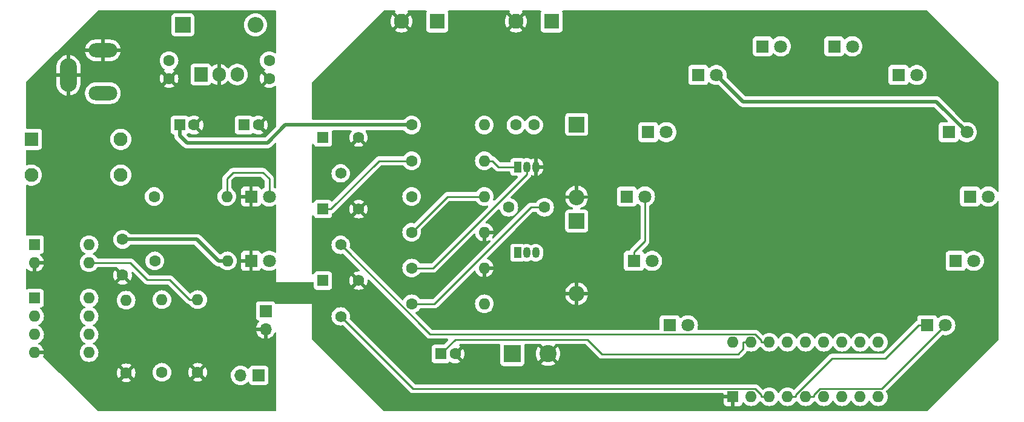
<source format=gbr>
%TF.GenerationSoftware,KiCad,Pcbnew,7.0.10*%
%TF.CreationDate,2024-06-25T20:59:08+02:00*%
%TF.ProjectId,a277d-led-tachometer,61323737-642d-46c6-9564-2d746163686f,rev?*%
%TF.SameCoordinates,Original*%
%TF.FileFunction,Copper,L1,Top*%
%TF.FilePolarity,Positive*%
%FSLAX46Y46*%
G04 Gerber Fmt 4.6, Leading zero omitted, Abs format (unit mm)*
G04 Created by KiCad (PCBNEW 7.0.10) date 2024-06-25 20:59:08*
%MOMM*%
%LPD*%
G01*
G04 APERTURE LIST*
%TA.AperFunction,ComponentPad*%
%ADD10C,1.600000*%
%TD*%
%TA.AperFunction,ComponentPad*%
%ADD11O,1.600000X1.600000*%
%TD*%
%TA.AperFunction,ComponentPad*%
%ADD12R,1.800000X1.800000*%
%TD*%
%TA.AperFunction,ComponentPad*%
%ADD13C,1.800000*%
%TD*%
%TA.AperFunction,ComponentPad*%
%ADD14R,1.700000X1.700000*%
%TD*%
%TA.AperFunction,ComponentPad*%
%ADD15O,1.700000X1.700000*%
%TD*%
%TA.AperFunction,ComponentPad*%
%ADD16R,1.905000X2.000000*%
%TD*%
%TA.AperFunction,ComponentPad*%
%ADD17O,1.905000X2.000000*%
%TD*%
%TA.AperFunction,ComponentPad*%
%ADD18R,1.050000X1.500000*%
%TD*%
%TA.AperFunction,ComponentPad*%
%ADD19O,1.050000X1.500000*%
%TD*%
%TA.AperFunction,ComponentPad*%
%ADD20R,2.100000X2.100000*%
%TD*%
%TA.AperFunction,ComponentPad*%
%ADD21C,2.100000*%
%TD*%
%TA.AperFunction,ComponentPad*%
%ADD22R,1.560000X1.560000*%
%TD*%
%TA.AperFunction,ComponentPad*%
%ADD23C,1.560000*%
%TD*%
%TA.AperFunction,ComponentPad*%
%ADD24R,2.200000X2.200000*%
%TD*%
%TA.AperFunction,ComponentPad*%
%ADD25O,2.200000X2.200000*%
%TD*%
%TA.AperFunction,ComponentPad*%
%ADD26O,2.350000X4.700000*%
%TD*%
%TA.AperFunction,ComponentPad*%
%ADD27O,4.000000X2.000000*%
%TD*%
%TA.AperFunction,ComponentPad*%
%ADD28R,1.600000X1.600000*%
%TD*%
%TA.AperFunction,ComponentPad*%
%ADD29R,2.400000X2.400000*%
%TD*%
%TA.AperFunction,ComponentPad*%
%ADD30C,2.400000*%
%TD*%
%TA.AperFunction,ComponentPad*%
%ADD31R,1.950000X1.950000*%
%TD*%
%TA.AperFunction,ComponentPad*%
%ADD32C,1.950000*%
%TD*%
%TA.AperFunction,Conductor*%
%ADD33C,0.250000*%
%TD*%
%TA.AperFunction,Conductor*%
%ADD34C,0.500000*%
%TD*%
G04 APERTURE END LIST*
D10*
%TO.P,R11,1*%
%TO.N,+12V*%
X-80000Y-28000000D03*
D11*
%TO.P,R11,2*%
%TO.N,Net-(D15-A)*%
X10080000Y-28000000D03*
%TD*%
D12*
%TO.P,D6,1,K*%
%TO.N,Net-(D6-K)*%
X85000000Y-7000000D03*
D13*
%TO.P,D6,2,A*%
%TO.N,Net-(D5-K)*%
X87540000Y-7000000D03*
%TD*%
D14*
%TO.P,J5,1,Pin_1*%
%TO.N,IGNITION*%
X14540000Y-53000000D03*
D15*
%TO.P,J5,2,Pin_2*%
%TO.N,Net-(J5-Pin_2)*%
X12000000Y-53000000D03*
%TD*%
D12*
%TO.P,D10,1,K*%
%TO.N,Net-(D10-K)*%
X114000000Y-28000000D03*
D13*
%TO.P,D10,2,A*%
%TO.N,Net-(D10-A)*%
X116540000Y-28000000D03*
%TD*%
D16*
%TO.P,U3,1,IN*%
%TO.N,+12V*%
X6460000Y-10945000D03*
D17*
%TO.P,U3,2,GND*%
%TO.N,GND*%
X9000000Y-10945000D03*
%TO.P,U3,3,OUT*%
%TO.N,+5V*%
X11540000Y-10945000D03*
%TD*%
D10*
%TO.P,R4,1*%
%TO.N,Net-(T1-C)*%
X35920000Y-43000000D03*
D11*
%TO.P,R4,2*%
%TO.N,Net-(T2-B)*%
X46080000Y-43000000D03*
%TD*%
D18*
%TO.P,T2,1,C*%
%TO.N,Net-(T2-C)*%
X50730000Y-35860000D03*
D19*
%TO.P,T2,2,B*%
%TO.N,Net-(T2-B)*%
X52000000Y-35860000D03*
%TO.P,T2,3,E*%
%TO.N,Net-(IC1-VCC)*%
X53270000Y-35860000D03*
%TD*%
D12*
%TO.P,D13,1,K*%
%TO.N,GND*%
X13460000Y-37000000D03*
D13*
%TO.P,D13,2,A*%
%TO.N,Net-(D13-A)*%
X16000000Y-37000000D03*
%TD*%
D10*
%TO.P,R5,1*%
%TO.N,Net-(IC1-VCC)*%
X35920000Y-23000000D03*
D11*
%TO.P,R5,2*%
%TO.N,Net-(T1-C)*%
X46080000Y-23000000D03*
%TD*%
D12*
%TO.P,D8,1,K*%
%TO.N,Net-(D8-K)*%
X104000000Y-11000000D03*
D13*
%TO.P,D8,2,A*%
%TO.N,Net-(D7-K)*%
X106540000Y-11000000D03*
%TD*%
D20*
%TO.P,J1,1,1*%
%TO.N,IGNITION*%
X39500000Y-3500000D03*
D21*
%TO.P,J1,2,2*%
%TO.N,GND*%
X34500000Y-3500000D03*
%TD*%
D22*
%TO.P,P3,1,1*%
%TO.N,Net-(IC1-VCC)*%
X23500000Y-39760000D03*
D23*
%TO.P,P3,2,2*%
%TO.N,Net-(IC1-VREF+)*%
X26000000Y-44760000D03*
%TO.P,P3,3,3*%
%TO.N,GND*%
X28500000Y-39760000D03*
%TD*%
D24*
%TO.P,Z1,1,K*%
%TO.N,Net-(Z1-K)*%
X59000000Y-17920000D03*
D25*
%TO.P,Z1,2,A*%
%TO.N,GND*%
X59000000Y-28080000D03*
%TD*%
D12*
%TO.P,D4,1,K*%
%TO.N,Net-(D4-K)*%
X69000000Y-19000000D03*
D13*
%TO.P,D4,2,A*%
%TO.N,Net-(D3-K)*%
X71540000Y-19000000D03*
%TD*%
D10*
%TO.P,R1,1*%
%TO.N,IGNITION*%
X35920000Y-28000000D03*
D11*
%TO.P,R1,2*%
%TO.N,Net-(Z1-K)*%
X46080000Y-28000000D03*
%TD*%
D26*
%TO.P,J3,2*%
%TO.N,GND*%
X-12060000Y-11050000D03*
D27*
%TO.P,J3,3*%
X-7260000Y-7550000D03*
%TO.P,J3,4*%
%TO.N,+12V*%
X-7260000Y-13550000D03*
%TD*%
D10*
%TO.P,R2,1*%
%TO.N,Net-(Z1-K)*%
X35920000Y-33000000D03*
D11*
%TO.P,R2,2*%
%TO.N,GND*%
X46080000Y-33000000D03*
%TD*%
D10*
%TO.P,R6,1*%
%TO.N,+12V*%
X35920000Y-18000000D03*
D11*
%TO.P,R6,2*%
%TO.N,Net-(IC1-VCC)*%
X46080000Y-18000000D03*
%TD*%
D10*
%TO.P,R8,1*%
%TO.N,GND*%
X-4000000Y-52660000D03*
D11*
%TO.P,R8,2*%
%TO.N,Net-(R8-Pad2)*%
X-4000000Y-42500000D03*
%TD*%
D28*
%TO.P,C3,1*%
%TO.N,Net-(IC1-VCONTROL)*%
X40000000Y-50000000D03*
D10*
%TO.P,C3,2*%
%TO.N,GND*%
X42000000Y-50000000D03*
%TD*%
D22*
%TO.P,P1,1,1*%
%TO.N,Net-(T2-C)*%
X23500000Y-19760000D03*
D23*
%TO.P,P1,2,2*%
%TO.N,Net-(IC1-VCONTROL)*%
X26000000Y-24760000D03*
%TO.P,P1,3,3*%
%TO.N,GND*%
X28500000Y-19760000D03*
%TD*%
D28*
%TO.P,U2,1,~{RESET}/PB5*%
%TO.N,unconnected-(U2-~{RESET}{slash}PB5-Pad1)*%
X-16800000Y-42200000D03*
D11*
%TO.P,U2,2,PB3*%
%TO.N,Net-(U2-PB3)*%
X-16800000Y-44740000D03*
%TO.P,U2,3,PB4*%
%TO.N,Net-(U2-PB4)*%
X-16800000Y-47280000D03*
%TO.P,U2,4,GND*%
%TO.N,GND*%
X-16800000Y-49820000D03*
%TO.P,U2,5,PB0*%
%TO.N,unconnected-(U2-PB0-Pad5)*%
X-9180000Y-49820000D03*
%TO.P,U2,6,PB1*%
%TO.N,unconnected-(U2-PB1-Pad6)*%
X-9180000Y-47280000D03*
%TO.P,U2,7,PB2*%
%TO.N,unconnected-(U2-PB2-Pad7)*%
X-9180000Y-44740000D03*
%TO.P,U2,8,VCC*%
%TO.N,+5V*%
X-9180000Y-42200000D03*
%TD*%
D12*
%TO.P,D1,1,K*%
%TO.N,Net-(D1-K)*%
X72000000Y-46000000D03*
D13*
%TO.P,D1,2,A*%
%TO.N,+12V*%
X74540000Y-46000000D03*
%TD*%
D24*
%TO.P,D14,1,K*%
%TO.N,+12V*%
X3920000Y-4000000D03*
D25*
%TO.P,D14,2,A*%
%TO.N,+5V*%
X14080000Y-4000000D03*
%TD*%
D28*
%TO.P,IC1,1,GND*%
%TO.N,GND*%
X80850000Y-56000000D03*
D11*
%TO.P,IC1,2,ILED*%
%TO.N,unconnected-(IC1-ILED-Pad2)*%
X83390000Y-56000000D03*
%TO.P,IC1,3,VREF+*%
%TO.N,Net-(IC1-VREF+)*%
X85930000Y-56000000D03*
%TO.P,IC1,4,C4*%
%TO.N,Net-(D12-K)*%
X88470000Y-56000000D03*
%TO.P,IC1,5,C3*%
%TO.N,Net-(D11-K)*%
X91010000Y-56000000D03*
%TO.P,IC1,6,C2*%
%TO.N,Net-(D10-K)*%
X93550000Y-56000000D03*
%TO.P,IC1,7,C1*%
%TO.N,Net-(D10-A)*%
X96090000Y-56000000D03*
%TO.P,IC1,8,B4*%
%TO.N,Net-(D8-K)*%
X98630000Y-56000000D03*
%TO.P,IC1,9,B3*%
%TO.N,Net-(D7-K)*%
X101170000Y-56000000D03*
%TO.P,IC1,10,B2*%
%TO.N,Net-(D6-K)*%
X101170000Y-48380000D03*
%TO.P,IC1,11,B1*%
%TO.N,Net-(D5-K)*%
X98630000Y-48380000D03*
%TO.P,IC1,12,A4*%
%TO.N,Net-(D4-K)*%
X96090000Y-48380000D03*
%TO.P,IC1,13,A3*%
%TO.N,Net-(D3-K)*%
X93550000Y-48380000D03*
%TO.P,IC1,14,A2*%
%TO.N,Net-(D2-K)*%
X91010000Y-48380000D03*
%TO.P,IC1,15,A1*%
%TO.N,Net-(D1-K)*%
X88470000Y-48380000D03*
%TO.P,IC1,16,VREF-*%
%TO.N,Net-(IC1-VREF-)*%
X85930000Y-48380000D03*
%TO.P,IC1,17,VCONTROL*%
%TO.N,Net-(IC1-VCONTROL)*%
X83390000Y-48380000D03*
%TO.P,IC1,18,VCC*%
%TO.N,Net-(IC1-VCC)*%
X80850000Y-48380000D03*
%TD*%
D10*
%TO.P,R9,1*%
%TO.N,Net-(U2-PB3)*%
X1000000Y-52580000D03*
D11*
%TO.P,R9,2*%
%TO.N,Net-(R9-Pad2)*%
X1000000Y-42420000D03*
%TD*%
D12*
%TO.P,D12,1,K*%
%TO.N,Net-(D12-K)*%
X108000000Y-46000000D03*
D13*
%TO.P,D12,2,A*%
%TO.N,Net-(D11-K)*%
X110540000Y-46000000D03*
%TD*%
D12*
%TO.P,D5,1,K*%
%TO.N,Net-(D5-K)*%
X76000000Y-11000000D03*
D13*
%TO.P,D5,2,A*%
%TO.N,+12V*%
X78540000Y-11000000D03*
%TD*%
D10*
%TO.P,R7,1*%
%TO.N,Net-(D13-A)*%
X0Y-37000000D03*
D11*
%TO.P,R7,2*%
%TO.N,+5V*%
X10160000Y-37000000D03*
%TD*%
D10*
%TO.P,C2,1*%
%TO.N,Net-(Z1-K)*%
X49500000Y-29500000D03*
%TO.P,C2,2*%
%TO.N,Net-(T1-C)*%
X54500000Y-29500000D03*
%TD*%
D18*
%TO.P,T1,1,C*%
%TO.N,Net-(T1-C)*%
X50730000Y-23860000D03*
D19*
%TO.P,T1,2,B*%
%TO.N,Net-(T1-B)*%
X52000000Y-23860000D03*
%TO.P,T1,3,E*%
%TO.N,GND*%
X53270000Y-23860000D03*
%TD*%
D22*
%TO.P,P2,1,1*%
%TO.N,Net-(IC1-VCC)*%
X23500000Y-29760000D03*
D23*
%TO.P,P2,2,2*%
%TO.N,Net-(IC1-VREF-)*%
X26000000Y-34760000D03*
%TO.P,P2,3,3*%
%TO.N,GND*%
X28500000Y-29760000D03*
%TD*%
D10*
%TO.P,C1,1*%
%TO.N,Net-(Z1-K)*%
X50500000Y-18000000D03*
%TO.P,C1,2*%
%TO.N,Net-(T1-B)*%
X53000000Y-18000000D03*
%TD*%
D24*
%TO.P,Z2,1,K*%
%TO.N,Net-(IC1-VCC)*%
X59000000Y-31420000D03*
D25*
%TO.P,Z2,2,A*%
%TO.N,GND*%
X59000000Y-41580000D03*
%TD*%
D20*
%TO.P,J2,1,1*%
%TO.N,+12V*%
X55500000Y-3500000D03*
D21*
%TO.P,J2,2,2*%
%TO.N,GND*%
X50500000Y-3500000D03*
%TD*%
D12*
%TO.P,D11,1,K*%
%TO.N,Net-(D11-K)*%
X112000000Y-37000000D03*
D13*
%TO.P,D11,2,A*%
%TO.N,Net-(D10-K)*%
X114540000Y-37000000D03*
%TD*%
D12*
%TO.P,D3,1,K*%
%TO.N,Net-(D3-K)*%
X66000000Y-28000000D03*
D13*
%TO.P,D3,2,A*%
%TO.N,Net-(D2-K)*%
X68540000Y-28000000D03*
%TD*%
D12*
%TO.P,D2,1,K*%
%TO.N,Net-(D2-K)*%
X67000000Y-37000000D03*
D13*
%TO.P,D2,2,A*%
%TO.N,Net-(D1-K)*%
X69540000Y-37000000D03*
%TD*%
D10*
%TO.P,R10,1*%
%TO.N,GND*%
X6000000Y-52580000D03*
D11*
%TO.P,R10,2*%
%TO.N,Net-(J5-Pin_2)*%
X6000000Y-42420000D03*
%TD*%
D28*
%TO.P,C6,1*%
%TO.N,+5V*%
X12500000Y-18000000D03*
D10*
%TO.P,C6,2*%
%TO.N,GND*%
X14500000Y-18000000D03*
%TD*%
%TO.P,R3,1*%
%TO.N,Net-(T1-B)*%
X35920000Y-38000000D03*
D11*
%TO.P,R3,2*%
%TO.N,GND*%
X46080000Y-38000000D03*
%TD*%
D12*
%TO.P,D15,1,K*%
%TO.N,GND*%
X13460000Y-28000000D03*
D13*
%TO.P,D15,2,A*%
%TO.N,Net-(D15-A)*%
X16000000Y-28000000D03*
%TD*%
D28*
%TO.P,C5,1*%
%TO.N,+12V*%
X3500000Y-18000000D03*
D10*
%TO.P,C5,2*%
%TO.N,GND*%
X5500000Y-18000000D03*
%TD*%
D29*
%TO.P,C4,1*%
%TO.N,Net-(IC1-VCC)*%
X50000000Y-50000000D03*
D30*
%TO.P,C4,2*%
%TO.N,GND*%
X55000000Y-50000000D03*
%TD*%
D10*
%TO.P,C7,1*%
%TO.N,GND*%
X-4500000Y-39000000D03*
%TO.P,C7,2*%
%TO.N,+5V*%
X-4500000Y-34000000D03*
%TD*%
D28*
%TO.P,U1,1*%
%TO.N,Net-(R9-Pad2)*%
X-16800000Y-34725000D03*
D11*
%TO.P,U1,2*%
%TO.N,GND*%
X-16800000Y-37265000D03*
%TO.P,U1,3*%
%TO.N,Net-(J5-Pin_2)*%
X-9180000Y-37265000D03*
%TO.P,U1,4*%
%TO.N,+12V*%
X-9180000Y-34725000D03*
%TD*%
D12*
%TO.P,D9,1,K*%
%TO.N,Net-(D10-A)*%
X111000000Y-19000000D03*
D13*
%TO.P,D9,2,A*%
%TO.N,+12V*%
X113540000Y-19000000D03*
%TD*%
D14*
%TO.P,J4,1,Pin_1*%
%TO.N,IGNITION*%
X15500000Y-44000000D03*
D15*
%TO.P,J4,2,Pin_2*%
%TO.N,GND*%
X15500000Y-46540000D03*
%TD*%
D10*
%TO.P,C8,1*%
%TO.N,GND*%
X2000000Y-11500000D03*
%TO.P,C8,2*%
%TO.N,+12V*%
X2000000Y-9000000D03*
%TD*%
D12*
%TO.P,D7,1,K*%
%TO.N,Net-(D7-K)*%
X95000000Y-7000000D03*
D13*
%TO.P,D7,2,A*%
%TO.N,Net-(D6-K)*%
X97540000Y-7000000D03*
%TD*%
D31*
%TO.P,S1,1*%
%TO.N,Net-(U2-PB4)*%
X-17250000Y-20000000D03*
D32*
%TO.P,S1,2*%
%TO.N,unconnected-(S1-Pad2)*%
X-4750000Y-20000000D03*
%TO.P,S1,3*%
%TO.N,unconnected-(S1-Pad3)*%
X-17250000Y-25000000D03*
%TO.P,S1,4*%
%TO.N,Net-(R8-Pad2)*%
X-4750000Y-25000000D03*
%TD*%
D10*
%TO.P,C9,1*%
%TO.N,GND*%
X16000000Y-11500000D03*
%TO.P,C9,2*%
%TO.N,+5V*%
X16000000Y-9000000D03*
%TD*%
D33*
%TO.N,Net-(Z1-K)*%
X35920000Y-33000000D02*
X40920000Y-28000000D01*
X40920000Y-28000000D02*
X46080000Y-28000000D01*
%TO.N,Net-(T1-B)*%
X52000000Y-23860000D02*
X52000000Y-24936900D01*
X38936900Y-38000000D02*
X35920000Y-38000000D01*
X52000000Y-24936900D02*
X38936900Y-38000000D01*
%TO.N,Net-(T1-C)*%
X52602700Y-29500000D02*
X39102700Y-43000000D01*
X39102700Y-43000000D02*
X35920000Y-43000000D01*
X48066900Y-23860000D02*
X47206900Y-23000000D01*
X47206900Y-23000000D02*
X46080000Y-23000000D01*
X50730000Y-23860000D02*
X48066900Y-23860000D01*
X54500000Y-29500000D02*
X52602700Y-29500000D01*
%TO.N,Net-(IC1-VCONTROL)*%
X81534000Y-50038000D02*
X62484000Y-50038000D01*
X41994000Y-48006000D02*
X40000000Y-50000000D01*
X62484000Y-50038000D02*
X60452000Y-48006000D01*
X82263100Y-49308900D02*
X81534000Y-50038000D01*
X83390000Y-48380000D02*
X82263100Y-48380000D01*
X60452000Y-48006000D02*
X41994000Y-48006000D01*
X82263100Y-48380000D02*
X82263100Y-49308900D01*
%TO.N,Net-(IC1-VCC)*%
X31366900Y-23000000D02*
X35920000Y-23000000D01*
X23500000Y-29760000D02*
X24606900Y-29760000D01*
X24606900Y-29760000D02*
X31366900Y-23000000D01*
D34*
%TO.N,+12V*%
X4500000Y-20500000D02*
X15754000Y-20500000D01*
X3500000Y-18000000D02*
X3500000Y-19500000D01*
X113540000Y-19000000D02*
X109278000Y-14738300D01*
X109278000Y-14738300D02*
X82278300Y-14738300D01*
X15754000Y-20500000D02*
X18254000Y-18000000D01*
X18254000Y-18000000D02*
X35920000Y-18000000D01*
X3500000Y-19500000D02*
X4500000Y-20500000D01*
X82278300Y-14738300D02*
X78540000Y-11000000D01*
%TO.N,+5V*%
X8908100Y-37000000D02*
X10160000Y-37000000D01*
X5908100Y-34000000D02*
X8908100Y-37000000D01*
X-4500000Y-34000000D02*
X5908100Y-34000000D01*
D33*
%TO.N,Net-(D2-K)*%
X67000000Y-35773100D02*
X67000000Y-37000000D01*
X68540000Y-28000000D02*
X68540000Y-34233100D01*
X68540000Y-34233100D02*
X67000000Y-35773100D01*
%TO.N,Net-(D11-K)*%
X92136900Y-56000000D02*
X92136900Y-55718200D01*
X92982000Y-54873100D02*
X101667000Y-54873100D01*
X92136900Y-55718200D02*
X92982000Y-54873100D01*
X101667000Y-54873100D02*
X110540000Y-46000000D01*
X91010000Y-56000000D02*
X92136900Y-56000000D01*
%TO.N,Net-(D12-K)*%
X89596900Y-55718300D02*
X94687600Y-50627600D01*
X94687600Y-50627600D02*
X102146000Y-50627600D01*
X106773000Y-46000000D02*
X108000000Y-46000000D01*
X88470000Y-56000000D02*
X89596900Y-56000000D01*
X102146000Y-50627600D02*
X106773000Y-46000000D01*
X89596900Y-56000000D02*
X89596900Y-55718300D01*
%TO.N,Net-(D15-A)*%
X16000000Y-28000000D02*
X16000000Y-25525000D01*
X10922000Y-24638000D02*
X10080000Y-25480000D01*
X10080000Y-25480000D02*
X10080000Y-28000000D01*
X15113000Y-24638000D02*
X10922000Y-24638000D01*
X16000000Y-25525000D02*
X15113000Y-24638000D01*
%TO.N,Net-(IC1-VREF+)*%
X84803100Y-55718200D02*
X83958000Y-54873100D01*
X83958000Y-54873100D02*
X36113100Y-54873100D01*
X85930000Y-56000000D02*
X84803100Y-56000000D01*
X84803100Y-56000000D02*
X84803100Y-55718200D01*
X36113100Y-54873100D02*
X26000000Y-44760000D01*
%TO.N,Net-(IC1-VREF-)*%
X38493100Y-47253100D02*
X26000000Y-34760000D01*
X84803100Y-48380000D02*
X84803100Y-48098200D01*
X84803100Y-48098200D02*
X83958000Y-47253100D01*
X85930000Y-48380000D02*
X84803100Y-48380000D01*
X83958000Y-47253100D02*
X38493100Y-47253100D01*
%TO.N,Net-(J5-Pin_2)*%
X-9180000Y-37265000D02*
X-3447000Y-37265000D01*
X-1060200Y-39651800D02*
X2104900Y-39651800D01*
X2104900Y-39651800D02*
X4873100Y-42420000D01*
X-3447000Y-37265000D02*
X-1060200Y-39651800D01*
X4873100Y-42420000D02*
X6000000Y-42420000D01*
%TD*%
%TA.AperFunction,Conductor*%
%TO.N,GND*%
G36*
X16943039Y-2019685D02*
G01*
X16988794Y-2072489D01*
X17000000Y-2124000D01*
X17000000Y-7874387D01*
X16980315Y-7941426D01*
X16927511Y-7987181D01*
X16858353Y-7997125D01*
X16804877Y-7975962D01*
X16652734Y-7869432D01*
X16652732Y-7869431D01*
X16446497Y-7773261D01*
X16446488Y-7773258D01*
X16226697Y-7714366D01*
X16226693Y-7714365D01*
X16226692Y-7714365D01*
X16226691Y-7714364D01*
X16226686Y-7714364D01*
X16000002Y-7694532D01*
X15999998Y-7694532D01*
X15773313Y-7714364D01*
X15773302Y-7714366D01*
X15553511Y-7773258D01*
X15553502Y-7773261D01*
X15347267Y-7869431D01*
X15347265Y-7869432D01*
X15160858Y-7999954D01*
X14999954Y-8160858D01*
X14869432Y-8347265D01*
X14869431Y-8347267D01*
X14773261Y-8553502D01*
X14773258Y-8553511D01*
X14714366Y-8773302D01*
X14714364Y-8773313D01*
X14694532Y-8999998D01*
X14694532Y-9000001D01*
X14714364Y-9226686D01*
X14714366Y-9226697D01*
X14773258Y-9446488D01*
X14773261Y-9446497D01*
X14869431Y-9652732D01*
X14869432Y-9652734D01*
X14999954Y-9839141D01*
X15160858Y-10000045D01*
X15164073Y-10002296D01*
X15347266Y-10130568D01*
X15362975Y-10137893D01*
X15415414Y-10184064D01*
X15434567Y-10251257D01*
X15414352Y-10318138D01*
X15362979Y-10362656D01*
X15347514Y-10369867D01*
X15347512Y-10369868D01*
X15274526Y-10420973D01*
X15274526Y-10420974D01*
X15955599Y-11102046D01*
X15874852Y-11114835D01*
X15761955Y-11172359D01*
X15672359Y-11261955D01*
X15614835Y-11374852D01*
X15602046Y-11455598D01*
X14920974Y-10774526D01*
X14920973Y-10774526D01*
X14869868Y-10847512D01*
X14869866Y-10847516D01*
X14773734Y-11053673D01*
X14773730Y-11053682D01*
X14714860Y-11273389D01*
X14714858Y-11273400D01*
X14695034Y-11499997D01*
X14695034Y-11500002D01*
X14714858Y-11726599D01*
X14714860Y-11726610D01*
X14773730Y-11946317D01*
X14773735Y-11946331D01*
X14869863Y-12152478D01*
X14920974Y-12225472D01*
X15602046Y-11544400D01*
X15614835Y-11625148D01*
X15672359Y-11738045D01*
X15761955Y-11827641D01*
X15874852Y-11885165D01*
X15955597Y-11897953D01*
X15274526Y-12579025D01*
X15347513Y-12630132D01*
X15347521Y-12630136D01*
X15553668Y-12726264D01*
X15553682Y-12726269D01*
X15773389Y-12785139D01*
X15773400Y-12785141D01*
X15999998Y-12804966D01*
X16000002Y-12804966D01*
X16226599Y-12785141D01*
X16226610Y-12785139D01*
X16446317Y-12726269D01*
X16446326Y-12726265D01*
X16652483Y-12630133D01*
X16652489Y-12630129D01*
X16804876Y-12523426D01*
X16871082Y-12501098D01*
X16938849Y-12518108D01*
X16986662Y-12569055D01*
X17000000Y-12625000D01*
X17000000Y-18141270D01*
X16980315Y-18208309D01*
X16963681Y-18228951D01*
X15479451Y-19713181D01*
X15418128Y-19746666D01*
X15391770Y-19749500D01*
X4862229Y-19749500D01*
X4795190Y-19729815D01*
X4774548Y-19713181D01*
X4588735Y-19527368D01*
X4506025Y-19444657D01*
X4472541Y-19383336D01*
X4477525Y-19313644D01*
X4519397Y-19257711D01*
X4535139Y-19249134D01*
X4534546Y-19248047D01*
X4542322Y-19243799D01*
X4542331Y-19243796D01*
X4657546Y-19157546D01*
X4664350Y-19148455D01*
X4720280Y-19106584D01*
X4789971Y-19101597D01*
X4834740Y-19121188D01*
X4847512Y-19130130D01*
X4847518Y-19130134D01*
X5053673Y-19226265D01*
X5053682Y-19226269D01*
X5273389Y-19285139D01*
X5273400Y-19285141D01*
X5499998Y-19304966D01*
X5500002Y-19304966D01*
X5726599Y-19285141D01*
X5726610Y-19285139D01*
X5946317Y-19226269D01*
X5946331Y-19226264D01*
X6152478Y-19130136D01*
X6225471Y-19079024D01*
X5994317Y-18847870D01*
X11199500Y-18847870D01*
X11199501Y-18847876D01*
X11205908Y-18907483D01*
X11256202Y-19042328D01*
X11256206Y-19042335D01*
X11342452Y-19157544D01*
X11342455Y-19157547D01*
X11457664Y-19243793D01*
X11457671Y-19243797D01*
X11592517Y-19294091D01*
X11592516Y-19294091D01*
X11599444Y-19294835D01*
X11652127Y-19300500D01*
X13347872Y-19300499D01*
X13407483Y-19294091D01*
X13542331Y-19243796D01*
X13657546Y-19157546D01*
X13664350Y-19148455D01*
X13720280Y-19106584D01*
X13789971Y-19101597D01*
X13834740Y-19121188D01*
X13847512Y-19130130D01*
X13847518Y-19130134D01*
X14053673Y-19226265D01*
X14053682Y-19226269D01*
X14273389Y-19285139D01*
X14273400Y-19285141D01*
X14499998Y-19304966D01*
X14500002Y-19304966D01*
X14726599Y-19285141D01*
X14726610Y-19285139D01*
X14946317Y-19226269D01*
X14946331Y-19226264D01*
X15152478Y-19130136D01*
X15225471Y-19079024D01*
X14544400Y-18397953D01*
X14625148Y-18385165D01*
X14738045Y-18327641D01*
X14827641Y-18238045D01*
X14885165Y-18125148D01*
X14897953Y-18044400D01*
X15579024Y-18725471D01*
X15630136Y-18652478D01*
X15726264Y-18446331D01*
X15726269Y-18446317D01*
X15785139Y-18226610D01*
X15785141Y-18226599D01*
X15804966Y-18000002D01*
X15804966Y-17999997D01*
X15785141Y-17773400D01*
X15785139Y-17773389D01*
X15726269Y-17553682D01*
X15726264Y-17553668D01*
X15630136Y-17347521D01*
X15630132Y-17347513D01*
X15579025Y-17274526D01*
X14897953Y-17955598D01*
X14885165Y-17874852D01*
X14827641Y-17761955D01*
X14738045Y-17672359D01*
X14625148Y-17614835D01*
X14544400Y-17602046D01*
X15225472Y-16920974D01*
X15152478Y-16869863D01*
X14946331Y-16773735D01*
X14946317Y-16773730D01*
X14726610Y-16714860D01*
X14726599Y-16714858D01*
X14500002Y-16695034D01*
X14499998Y-16695034D01*
X14273400Y-16714858D01*
X14273389Y-16714860D01*
X14053682Y-16773730D01*
X14053673Y-16773734D01*
X13847512Y-16869868D01*
X13847507Y-16869871D01*
X13834736Y-16878813D01*
X13768529Y-16901138D01*
X13700763Y-16884124D01*
X13664352Y-16851546D01*
X13657546Y-16842454D01*
X13657544Y-16842453D01*
X13657544Y-16842452D01*
X13542335Y-16756206D01*
X13542328Y-16756202D01*
X13407482Y-16705908D01*
X13407483Y-16705908D01*
X13347883Y-16699501D01*
X13347881Y-16699500D01*
X13347873Y-16699500D01*
X13347864Y-16699500D01*
X11652129Y-16699500D01*
X11652123Y-16699501D01*
X11592516Y-16705908D01*
X11457671Y-16756202D01*
X11457664Y-16756206D01*
X11342455Y-16842452D01*
X11342452Y-16842455D01*
X11256206Y-16957664D01*
X11256202Y-16957671D01*
X11205908Y-17092517D01*
X11199501Y-17152116D01*
X11199500Y-17152135D01*
X11199500Y-18847870D01*
X5994317Y-18847870D01*
X5544400Y-18397953D01*
X5625148Y-18385165D01*
X5738045Y-18327641D01*
X5827641Y-18238045D01*
X5885165Y-18125148D01*
X5897953Y-18044400D01*
X6579024Y-18725471D01*
X6630136Y-18652478D01*
X6726264Y-18446331D01*
X6726269Y-18446317D01*
X6785139Y-18226610D01*
X6785141Y-18226599D01*
X6804966Y-18000002D01*
X6804966Y-17999997D01*
X6785141Y-17773400D01*
X6785139Y-17773389D01*
X6726269Y-17553682D01*
X6726264Y-17553668D01*
X6630136Y-17347521D01*
X6630132Y-17347513D01*
X6579025Y-17274526D01*
X5897953Y-17955598D01*
X5885165Y-17874852D01*
X5827641Y-17761955D01*
X5738045Y-17672359D01*
X5625148Y-17614835D01*
X5544400Y-17602046D01*
X6225472Y-16920974D01*
X6152478Y-16869863D01*
X5946331Y-16773735D01*
X5946317Y-16773730D01*
X5726610Y-16714860D01*
X5726599Y-16714858D01*
X5500002Y-16695034D01*
X5499998Y-16695034D01*
X5273400Y-16714858D01*
X5273389Y-16714860D01*
X5053682Y-16773730D01*
X5053673Y-16773734D01*
X4847512Y-16869868D01*
X4847507Y-16869871D01*
X4834736Y-16878813D01*
X4768529Y-16901138D01*
X4700763Y-16884124D01*
X4664352Y-16851546D01*
X4657546Y-16842454D01*
X4657544Y-16842453D01*
X4657544Y-16842452D01*
X4542335Y-16756206D01*
X4542328Y-16756202D01*
X4407482Y-16705908D01*
X4407483Y-16705908D01*
X4347883Y-16699501D01*
X4347881Y-16699500D01*
X4347873Y-16699500D01*
X4347864Y-16699500D01*
X2652129Y-16699500D01*
X2652123Y-16699501D01*
X2592516Y-16705908D01*
X2457671Y-16756202D01*
X2457664Y-16756206D01*
X2342455Y-16842452D01*
X2342452Y-16842455D01*
X2256206Y-16957664D01*
X2256202Y-16957671D01*
X2205908Y-17092517D01*
X2199501Y-17152116D01*
X2199500Y-17152135D01*
X2199500Y-18847870D01*
X2199501Y-18847876D01*
X2205908Y-18907483D01*
X2256202Y-19042328D01*
X2256206Y-19042335D01*
X2342452Y-19157544D01*
X2342455Y-19157547D01*
X2457664Y-19243793D01*
X2457671Y-19243797D01*
X2592516Y-19294091D01*
X2638757Y-19299063D01*
X2703307Y-19325801D01*
X2743155Y-19383194D01*
X2749500Y-19422352D01*
X2749500Y-19436294D01*
X2748191Y-19454263D01*
X2744710Y-19478025D01*
X2749028Y-19527368D01*
X2749500Y-19538176D01*
X2749500Y-19543711D01*
X2753098Y-19574495D01*
X2753464Y-19578083D01*
X2760000Y-19652791D01*
X2761461Y-19659867D01*
X2761403Y-19659878D01*
X2763034Y-19667237D01*
X2763092Y-19667224D01*
X2764757Y-19674249D01*
X2764758Y-19674254D01*
X2764759Y-19674255D01*
X2784980Y-19729815D01*
X2790400Y-19744705D01*
X2791582Y-19748107D01*
X2815182Y-19819326D01*
X2818236Y-19825874D01*
X2818182Y-19825898D01*
X2821470Y-19832688D01*
X2821521Y-19832663D01*
X2824761Y-19839114D01*
X2865979Y-19901784D01*
X2867889Y-19904782D01*
X2898972Y-19955174D01*
X2907289Y-19968658D01*
X2911766Y-19974319D01*
X2911719Y-19974355D01*
X2916483Y-19980202D01*
X2916529Y-19980164D01*
X2921164Y-19985687D01*
X2921170Y-19985696D01*
X2936332Y-20000000D01*
X2975710Y-20037151D01*
X2978298Y-20039665D01*
X3924269Y-20985637D01*
X3936049Y-20999268D01*
X3950389Y-21018530D01*
X3950392Y-21018532D01*
X3988336Y-21050371D01*
X3996312Y-21057680D01*
X4000218Y-21061586D01*
X4024543Y-21080820D01*
X4027304Y-21083069D01*
X4064302Y-21114114D01*
X4084789Y-21131305D01*
X4090818Y-21135270D01*
X4090785Y-21135319D01*
X4097143Y-21139369D01*
X4097175Y-21139319D01*
X4103317Y-21143107D01*
X4103319Y-21143108D01*
X4103323Y-21143111D01*
X4171315Y-21174816D01*
X4174560Y-21176388D01*
X4191338Y-21184814D01*
X4241567Y-21210040D01*
X4241569Y-21210040D01*
X4248361Y-21212513D01*
X4248340Y-21212570D01*
X4255455Y-21215043D01*
X4255475Y-21214986D01*
X4262323Y-21217254D01*
X4262328Y-21217257D01*
X4335852Y-21232437D01*
X4339286Y-21233199D01*
X4361814Y-21238539D01*
X4412274Y-21250499D01*
X4412275Y-21250499D01*
X4412279Y-21250500D01*
X4412283Y-21250500D01*
X4419452Y-21251338D01*
X4419444Y-21251397D01*
X4426945Y-21252164D01*
X4426951Y-21252105D01*
X4434140Y-21252734D01*
X4434144Y-21252733D01*
X4434145Y-21252734D01*
X4509131Y-21250552D01*
X4512738Y-21250500D01*
X15690295Y-21250500D01*
X15708265Y-21251809D01*
X15732023Y-21255289D01*
X15781369Y-21250971D01*
X15792176Y-21250500D01*
X15797704Y-21250500D01*
X15797709Y-21250500D01*
X15828556Y-21246893D01*
X15832030Y-21246539D01*
X15906797Y-21239999D01*
X15906805Y-21239996D01*
X15913866Y-21238539D01*
X15913878Y-21238598D01*
X15921243Y-21236965D01*
X15921229Y-21236906D01*
X15928249Y-21235241D01*
X15928255Y-21235241D01*
X15998779Y-21209572D01*
X16002117Y-21208412D01*
X16073334Y-21184814D01*
X16073342Y-21184808D01*
X16079882Y-21181760D01*
X16079908Y-21181816D01*
X16086690Y-21178532D01*
X16086663Y-21178478D01*
X16093113Y-21175238D01*
X16093117Y-21175237D01*
X16155837Y-21133984D01*
X16158732Y-21132140D01*
X16222656Y-21092712D01*
X16222662Y-21092705D01*
X16228325Y-21088229D01*
X16228363Y-21088277D01*
X16234200Y-21083522D01*
X16234161Y-21083475D01*
X16239691Y-21078833D01*
X16239696Y-21078830D01*
X16291184Y-21024254D01*
X16293630Y-21021736D01*
X16788319Y-20527047D01*
X16849642Y-20493563D01*
X16919334Y-20498547D01*
X16975267Y-20540419D01*
X16999684Y-20605883D01*
X17000000Y-20614729D01*
X17000000Y-26749969D01*
X16980315Y-26817008D01*
X16927511Y-26862763D01*
X16858353Y-26872707D01*
X16799838Y-26847823D01*
X16768627Y-26823530D01*
X16768619Y-26823525D01*
X16690482Y-26781239D01*
X16640891Y-26732020D01*
X16625500Y-26672185D01*
X16625500Y-25607737D01*
X16627224Y-25592123D01*
X16626938Y-25592096D01*
X16627672Y-25584333D01*
X16625561Y-25517143D01*
X16625500Y-25513249D01*
X16625500Y-25485651D01*
X16625500Y-25485650D01*
X16624997Y-25481670D01*
X16624080Y-25470021D01*
X16623771Y-25460196D01*
X16622709Y-25426372D01*
X16617120Y-25407137D01*
X16613174Y-25388084D01*
X16610664Y-25368208D01*
X16594578Y-25327581D01*
X16590803Y-25316554D01*
X16578617Y-25274610D01*
X16568421Y-25257369D01*
X16559860Y-25239893D01*
X16552486Y-25221269D01*
X16552485Y-25221267D01*
X16526809Y-25185926D01*
X16520412Y-25176190D01*
X16498170Y-25138579D01*
X16498167Y-25138576D01*
X16498165Y-25138573D01*
X16484005Y-25124413D01*
X16471370Y-25109620D01*
X16459593Y-25093412D01*
X16425945Y-25065576D01*
X16417304Y-25057713D01*
X15613803Y-24254212D01*
X15603980Y-24241950D01*
X15603759Y-24242134D01*
X15598786Y-24236122D01*
X15549776Y-24190099D01*
X15546977Y-24187386D01*
X15527477Y-24167885D01*
X15527471Y-24167880D01*
X15524286Y-24165409D01*
X15515434Y-24157848D01*
X15483582Y-24127938D01*
X15483580Y-24127936D01*
X15483577Y-24127935D01*
X15466029Y-24118288D01*
X15449763Y-24107604D01*
X15433932Y-24095324D01*
X15393849Y-24077978D01*
X15383363Y-24072841D01*
X15345094Y-24051803D01*
X15345092Y-24051802D01*
X15325693Y-24046822D01*
X15307281Y-24040518D01*
X15288898Y-24032562D01*
X15288892Y-24032560D01*
X15245760Y-24025729D01*
X15234322Y-24023361D01*
X15192020Y-24012500D01*
X15192019Y-24012500D01*
X15171984Y-24012500D01*
X15152586Y-24010973D01*
X15145162Y-24009797D01*
X15132805Y-24007840D01*
X15132804Y-24007840D01*
X15089325Y-24011950D01*
X15077656Y-24012500D01*
X11004743Y-24012500D01*
X10989122Y-24010775D01*
X10989096Y-24011061D01*
X10981334Y-24010327D01*
X10981333Y-24010327D01*
X10929688Y-24011950D01*
X10914127Y-24012439D01*
X10910232Y-24012500D01*
X10882647Y-24012500D01*
X10878661Y-24013003D01*
X10867033Y-24013918D01*
X10823373Y-24015290D01*
X10804129Y-24020881D01*
X10785079Y-24024825D01*
X10765211Y-24027334D01*
X10765210Y-24027334D01*
X10724599Y-24043413D01*
X10713554Y-24047194D01*
X10671614Y-24059379D01*
X10671610Y-24059381D01*
X10654366Y-24069579D01*
X10636905Y-24078133D01*
X10618274Y-24085510D01*
X10618262Y-24085517D01*
X10582933Y-24111185D01*
X10573173Y-24117596D01*
X10535580Y-24139829D01*
X10521414Y-24153995D01*
X10506624Y-24166627D01*
X10490414Y-24178404D01*
X10490411Y-24178407D01*
X10462573Y-24212058D01*
X10454711Y-24220697D01*
X9696208Y-24979199D01*
X9683951Y-24989020D01*
X9684134Y-24989241D01*
X9678122Y-24994214D01*
X9632098Y-25043223D01*
X9629391Y-25046016D01*
X9609889Y-25065517D01*
X9609875Y-25065534D01*
X9607407Y-25068715D01*
X9599843Y-25077570D01*
X9569937Y-25109418D01*
X9569936Y-25109420D01*
X9560284Y-25126976D01*
X9549610Y-25143226D01*
X9537329Y-25159061D01*
X9537324Y-25159068D01*
X9519975Y-25199158D01*
X9514838Y-25209644D01*
X9493803Y-25247906D01*
X9488822Y-25267307D01*
X9482521Y-25285710D01*
X9474562Y-25304102D01*
X9474561Y-25304105D01*
X9467728Y-25347243D01*
X9465360Y-25358674D01*
X9454501Y-25400971D01*
X9454500Y-25400982D01*
X9454500Y-25421016D01*
X9452973Y-25440413D01*
X9449840Y-25460196D01*
X9451782Y-25480736D01*
X9453950Y-25503674D01*
X9454500Y-25515343D01*
X9454500Y-26785811D01*
X9434815Y-26852850D01*
X9401623Y-26887386D01*
X9240859Y-26999953D01*
X9079954Y-27160858D01*
X8949432Y-27347265D01*
X8949431Y-27347267D01*
X8853261Y-27553502D01*
X8853258Y-27553511D01*
X8794366Y-27773302D01*
X8794364Y-27773313D01*
X8774532Y-27999998D01*
X8774532Y-28000001D01*
X8794364Y-28226686D01*
X8794366Y-28226697D01*
X8853258Y-28446488D01*
X8853261Y-28446497D01*
X8949431Y-28652732D01*
X8949432Y-28652734D01*
X9079954Y-28839141D01*
X9240858Y-29000045D01*
X9240861Y-29000047D01*
X9427266Y-29130568D01*
X9633504Y-29226739D01*
X9853308Y-29285635D01*
X10015230Y-29299801D01*
X10079998Y-29305468D01*
X10080000Y-29305468D01*
X10080002Y-29305468D01*
X10136673Y-29300509D01*
X10306692Y-29285635D01*
X10526496Y-29226739D01*
X10732734Y-29130568D01*
X10919139Y-29000047D01*
X11080047Y-28839139D01*
X11210568Y-28652734D01*
X11306739Y-28446496D01*
X11365635Y-28226692D01*
X11385468Y-28000000D01*
X11365635Y-27773308D01*
X11306739Y-27553504D01*
X11210568Y-27347266D01*
X11080047Y-27160861D01*
X11080045Y-27160858D01*
X10919140Y-26999953D01*
X10758377Y-26887386D01*
X10714752Y-26832809D01*
X10705500Y-26785811D01*
X10705500Y-25790452D01*
X10725185Y-25723413D01*
X10741819Y-25702771D01*
X11144772Y-25299819D01*
X11206095Y-25266334D01*
X11232453Y-25263500D01*
X14802548Y-25263500D01*
X14869587Y-25283185D01*
X14890229Y-25299819D01*
X15338181Y-25747771D01*
X15371666Y-25809094D01*
X15374500Y-25835452D01*
X15374500Y-26672185D01*
X15354815Y-26739224D01*
X15309518Y-26781239D01*
X15231380Y-26823525D01*
X15231365Y-26823535D01*
X15048222Y-26966081D01*
X15048215Y-26966087D01*
X15039484Y-26975572D01*
X14979595Y-27011561D01*
X14909757Y-27009458D01*
X14852143Y-26969932D01*
X14832075Y-26934918D01*
X14803355Y-26857915D01*
X14803350Y-26857906D01*
X14717190Y-26742812D01*
X14717187Y-26742809D01*
X14602093Y-26656649D01*
X14602086Y-26656645D01*
X14467379Y-26606403D01*
X14467372Y-26606401D01*
X14407844Y-26600000D01*
X13710000Y-26600000D01*
X13710000Y-27625810D01*
X13657453Y-27589984D01*
X13527827Y-27550000D01*
X13426276Y-27550000D01*
X13325862Y-27565135D01*
X13210000Y-27620931D01*
X13210000Y-26600000D01*
X12512155Y-26600000D01*
X12452627Y-26606401D01*
X12452620Y-26606403D01*
X12317913Y-26656645D01*
X12317906Y-26656649D01*
X12202812Y-26742809D01*
X12202809Y-26742812D01*
X12116649Y-26857906D01*
X12116645Y-26857913D01*
X12066403Y-26992620D01*
X12066401Y-26992627D01*
X12060000Y-27052155D01*
X12060000Y-27750000D01*
X13084722Y-27750000D01*
X13036375Y-27833740D01*
X13006190Y-27965992D01*
X13016327Y-28101265D01*
X13065887Y-28227541D01*
X13083797Y-28250000D01*
X12060000Y-28250000D01*
X12060000Y-28947844D01*
X12066401Y-29007372D01*
X12066403Y-29007379D01*
X12116645Y-29142086D01*
X12116649Y-29142093D01*
X12202809Y-29257187D01*
X12202812Y-29257190D01*
X12317906Y-29343350D01*
X12317913Y-29343354D01*
X12452620Y-29393596D01*
X12452627Y-29393598D01*
X12512155Y-29399999D01*
X12512172Y-29400000D01*
X13210000Y-29400000D01*
X13210000Y-28374189D01*
X13262547Y-28410016D01*
X13392173Y-28450000D01*
X13493724Y-28450000D01*
X13594138Y-28434865D01*
X13710000Y-28379068D01*
X13710000Y-29400000D01*
X14407828Y-29400000D01*
X14407844Y-29399999D01*
X14467372Y-29393598D01*
X14467379Y-29393596D01*
X14602086Y-29343354D01*
X14602093Y-29343350D01*
X14717187Y-29257190D01*
X14717190Y-29257187D01*
X14803350Y-29142093D01*
X14803355Y-29142084D01*
X14832075Y-29065081D01*
X14873945Y-29009147D01*
X14939409Y-28984729D01*
X15007682Y-28999580D01*
X15039484Y-29024428D01*
X15048216Y-29033913D01*
X15048219Y-29033915D01*
X15048222Y-29033918D01*
X15231365Y-29176464D01*
X15231371Y-29176468D01*
X15231374Y-29176470D01*
X15435497Y-29286936D01*
X15489479Y-29305468D01*
X15655015Y-29362297D01*
X15655017Y-29362297D01*
X15655019Y-29362298D01*
X15883951Y-29400500D01*
X15883952Y-29400500D01*
X16116048Y-29400500D01*
X16116049Y-29400500D01*
X16344981Y-29362298D01*
X16564503Y-29286936D01*
X16768626Y-29176470D01*
X16799836Y-29152177D01*
X16864830Y-29126534D01*
X16933370Y-29140100D01*
X16983696Y-29188567D01*
X17000000Y-29250030D01*
X17000000Y-35749969D01*
X16980315Y-35817008D01*
X16927511Y-35862763D01*
X16858353Y-35872707D01*
X16799838Y-35847823D01*
X16768627Y-35823531D01*
X16768626Y-35823530D01*
X16664787Y-35767335D01*
X16564504Y-35713064D01*
X16564495Y-35713061D01*
X16344984Y-35637702D01*
X16157404Y-35606401D01*
X16116049Y-35599500D01*
X15883951Y-35599500D01*
X15842596Y-35606401D01*
X15655015Y-35637702D01*
X15435504Y-35713061D01*
X15435495Y-35713064D01*
X15231371Y-35823531D01*
X15231365Y-35823535D01*
X15048222Y-35966081D01*
X15048215Y-35966087D01*
X15039484Y-35975572D01*
X14979595Y-36011561D01*
X14909757Y-36009458D01*
X14852143Y-35969932D01*
X14832075Y-35934918D01*
X14803355Y-35857915D01*
X14803350Y-35857906D01*
X14717190Y-35742812D01*
X14717187Y-35742809D01*
X14602093Y-35656649D01*
X14602086Y-35656645D01*
X14467379Y-35606403D01*
X14467372Y-35606401D01*
X14407844Y-35600000D01*
X13710000Y-35600000D01*
X13710000Y-36625810D01*
X13657453Y-36589984D01*
X13527827Y-36550000D01*
X13426276Y-36550000D01*
X13325862Y-36565135D01*
X13210000Y-36620931D01*
X13210000Y-35600000D01*
X12512155Y-35600000D01*
X12452627Y-35606401D01*
X12452620Y-35606403D01*
X12317913Y-35656645D01*
X12317906Y-35656649D01*
X12202812Y-35742809D01*
X12202809Y-35742812D01*
X12116649Y-35857906D01*
X12116645Y-35857913D01*
X12066403Y-35992620D01*
X12066401Y-35992627D01*
X12060000Y-36052155D01*
X12060000Y-36750000D01*
X13084722Y-36750000D01*
X13036375Y-36833740D01*
X13006190Y-36965992D01*
X13016327Y-37101265D01*
X13065887Y-37227541D01*
X13083797Y-37250000D01*
X12060000Y-37250000D01*
X12060000Y-37947844D01*
X12066401Y-38007372D01*
X12066403Y-38007379D01*
X12116645Y-38142086D01*
X12116649Y-38142093D01*
X12202809Y-38257187D01*
X12202812Y-38257190D01*
X12317906Y-38343350D01*
X12317913Y-38343354D01*
X12452620Y-38393596D01*
X12452627Y-38393598D01*
X12512155Y-38399999D01*
X12512172Y-38400000D01*
X13210000Y-38400000D01*
X13210000Y-37374189D01*
X13262547Y-37410016D01*
X13392173Y-37450000D01*
X13493724Y-37450000D01*
X13594138Y-37434865D01*
X13710000Y-37379068D01*
X13710000Y-38400000D01*
X14407828Y-38400000D01*
X14407844Y-38399999D01*
X14467372Y-38393598D01*
X14467379Y-38393596D01*
X14602086Y-38343354D01*
X14602093Y-38343350D01*
X14717187Y-38257190D01*
X14717190Y-38257187D01*
X14803350Y-38142093D01*
X14803355Y-38142084D01*
X14832075Y-38065081D01*
X14873945Y-38009147D01*
X14939409Y-37984729D01*
X15007682Y-37999580D01*
X15039484Y-38024428D01*
X15048216Y-38033913D01*
X15048219Y-38033915D01*
X15048222Y-38033918D01*
X15231365Y-38176464D01*
X15231371Y-38176468D01*
X15231374Y-38176470D01*
X15435497Y-38286936D01*
X15489479Y-38305468D01*
X15655015Y-38362297D01*
X15655017Y-38362297D01*
X15655019Y-38362298D01*
X15883951Y-38400500D01*
X15883952Y-38400500D01*
X16116048Y-38400500D01*
X16116049Y-38400500D01*
X16344981Y-38362298D01*
X16564503Y-38286936D01*
X16768626Y-38176470D01*
X16799836Y-38152177D01*
X16864830Y-38126534D01*
X16933370Y-38140100D01*
X16983696Y-38188567D01*
X17000000Y-38250030D01*
X17000000Y-40000000D01*
X22000000Y-40000000D01*
X22000000Y-43000000D01*
X17000000Y-43000000D01*
X16990580Y-43000000D01*
X16950005Y-43022155D01*
X16880313Y-43017169D01*
X16824380Y-42975296D01*
X16807467Y-42944322D01*
X16793796Y-42907669D01*
X16793793Y-42907664D01*
X16707547Y-42792455D01*
X16707544Y-42792452D01*
X16592335Y-42706206D01*
X16592328Y-42706202D01*
X16457482Y-42655908D01*
X16457483Y-42655908D01*
X16397883Y-42649501D01*
X16397881Y-42649500D01*
X16397873Y-42649500D01*
X16397864Y-42649500D01*
X14602129Y-42649500D01*
X14602123Y-42649501D01*
X14542516Y-42655908D01*
X14407671Y-42706202D01*
X14407664Y-42706206D01*
X14292455Y-42792452D01*
X14292452Y-42792455D01*
X14206206Y-42907664D01*
X14206202Y-42907671D01*
X14155908Y-43042517D01*
X14149501Y-43102116D01*
X14149500Y-43102135D01*
X14149500Y-44897870D01*
X14149501Y-44897876D01*
X14155908Y-44957483D01*
X14206202Y-45092328D01*
X14206206Y-45092335D01*
X14292452Y-45207544D01*
X14292455Y-45207547D01*
X14407664Y-45293793D01*
X14407671Y-45293797D01*
X14407674Y-45293798D01*
X14539598Y-45343002D01*
X14595531Y-45384873D01*
X14619949Y-45450337D01*
X14605098Y-45518610D01*
X14583947Y-45546865D01*
X14461886Y-45668926D01*
X14326400Y-45862420D01*
X14326399Y-45862422D01*
X14226570Y-46076507D01*
X14226567Y-46076513D01*
X14169364Y-46289999D01*
X14169364Y-46290000D01*
X15066314Y-46290000D01*
X15040507Y-46330156D01*
X15000000Y-46468111D01*
X15000000Y-46611889D01*
X15040507Y-46749844D01*
X15066314Y-46790000D01*
X14169364Y-46790000D01*
X14226567Y-47003486D01*
X14226570Y-47003492D01*
X14326399Y-47217578D01*
X14461894Y-47411082D01*
X14628917Y-47578105D01*
X14822421Y-47713600D01*
X15036507Y-47813429D01*
X15036516Y-47813433D01*
X15250000Y-47870634D01*
X15250000Y-46975501D01*
X15357685Y-47024680D01*
X15464237Y-47040000D01*
X15535763Y-47040000D01*
X15642315Y-47024680D01*
X15750000Y-46975501D01*
X15750000Y-47870633D01*
X15963483Y-47813433D01*
X15963492Y-47813429D01*
X16177578Y-47713600D01*
X16371082Y-47578105D01*
X16538105Y-47411082D01*
X16673600Y-47217578D01*
X16763618Y-47024534D01*
X16809790Y-46972095D01*
X16876984Y-46952943D01*
X16943865Y-46973159D01*
X16989199Y-47026324D01*
X17000000Y-47076939D01*
X17000000Y-57876000D01*
X16980315Y-57943039D01*
X16927511Y-57988794D01*
X16876000Y-58000000D01*
X-7948638Y-58000000D01*
X-8015677Y-57980315D01*
X-8036319Y-57963681D01*
X-13339997Y-52660002D01*
X-5304966Y-52660002D01*
X-5285141Y-52886599D01*
X-5285139Y-52886610D01*
X-5226269Y-53106317D01*
X-5226264Y-53106331D01*
X-5130136Y-53312478D01*
X-5079024Y-53385471D01*
X-4397953Y-52704400D01*
X-4385165Y-52785148D01*
X-4327641Y-52898045D01*
X-4238045Y-52987641D01*
X-4125148Y-53045165D01*
X-4044400Y-53057953D01*
X-4725471Y-53739024D01*
X-4652478Y-53790136D01*
X-4446331Y-53886264D01*
X-4446317Y-53886269D01*
X-4226610Y-53945139D01*
X-4226599Y-53945141D01*
X-4000002Y-53964966D01*
X-3999998Y-53964966D01*
X-3773400Y-53945141D01*
X-3773389Y-53945139D01*
X-3553682Y-53886269D01*
X-3553668Y-53886264D01*
X-3347521Y-53790136D01*
X-3347513Y-53790132D01*
X-3274526Y-53739025D01*
X-3955599Y-53057953D01*
X-3874852Y-53045165D01*
X-3761955Y-52987641D01*
X-3672359Y-52898045D01*
X-3614835Y-52785148D01*
X-3602046Y-52704400D01*
X-2920974Y-53385472D01*
X-2869863Y-53312478D01*
X-2773735Y-53106331D01*
X-2773730Y-53106317D01*
X-2714860Y-52886610D01*
X-2714858Y-52886599D01*
X-2695034Y-52660002D01*
X-2695034Y-52659997D01*
X-2702033Y-52580000D01*
X-305468Y-52580000D01*
X-285635Y-52806692D01*
X-226739Y-53026496D01*
X-130568Y-53232734D01*
X-47Y-53419139D01*
X-45Y-53419141D01*
X160858Y-53580045D01*
X160861Y-53580047D01*
X347266Y-53710568D01*
X553504Y-53806739D01*
X773308Y-53865635D01*
X935230Y-53879801D01*
X999998Y-53885468D01*
X1000000Y-53885468D01*
X1000002Y-53885468D01*
X1056673Y-53880509D01*
X1226692Y-53865635D01*
X1446496Y-53806739D01*
X1652734Y-53710568D01*
X1839139Y-53580047D01*
X2000047Y-53419139D01*
X2130568Y-53232734D01*
X2226739Y-53026496D01*
X2285635Y-52806692D01*
X2305468Y-52580002D01*
X4695034Y-52580002D01*
X4714858Y-52806599D01*
X4714860Y-52806610D01*
X4773730Y-53026317D01*
X4773735Y-53026331D01*
X4869863Y-53232478D01*
X4920974Y-53305472D01*
X5602046Y-52624400D01*
X5614835Y-52705148D01*
X5672359Y-52818045D01*
X5761955Y-52907641D01*
X5874852Y-52965165D01*
X5955599Y-52977953D01*
X5274526Y-53659025D01*
X5347513Y-53710132D01*
X5347521Y-53710136D01*
X5553668Y-53806264D01*
X5553682Y-53806269D01*
X5773389Y-53865139D01*
X5773400Y-53865141D01*
X5999998Y-53884966D01*
X6000002Y-53884966D01*
X6226599Y-53865141D01*
X6226610Y-53865139D01*
X6446317Y-53806269D01*
X6446331Y-53806264D01*
X6652478Y-53710136D01*
X6725471Y-53659024D01*
X6044400Y-52977953D01*
X6125148Y-52965165D01*
X6238045Y-52907641D01*
X6327641Y-52818045D01*
X6385165Y-52705148D01*
X6397953Y-52624400D01*
X7079024Y-53305471D01*
X7130136Y-53232478D01*
X7226264Y-53026331D01*
X7226269Y-53026317D01*
X7233321Y-53000000D01*
X10644341Y-53000000D01*
X10664936Y-53235403D01*
X10664938Y-53235413D01*
X10726094Y-53463655D01*
X10726096Y-53463659D01*
X10726097Y-53463663D01*
X10780367Y-53580045D01*
X10825965Y-53677830D01*
X10825967Y-53677834D01*
X10934281Y-53832521D01*
X10961505Y-53871401D01*
X11128599Y-54038495D01*
X11225384Y-54106265D01*
X11322165Y-54174032D01*
X11322167Y-54174033D01*
X11322170Y-54174035D01*
X11536337Y-54273903D01*
X11764592Y-54335063D01*
X11941034Y-54350500D01*
X11999999Y-54355659D01*
X12000000Y-54355659D01*
X12000001Y-54355659D01*
X12058966Y-54350500D01*
X12235408Y-54335063D01*
X12463663Y-54273903D01*
X12677830Y-54174035D01*
X12871401Y-54038495D01*
X12993329Y-53916566D01*
X13054648Y-53883084D01*
X13124340Y-53888068D01*
X13180274Y-53929939D01*
X13197189Y-53960917D01*
X13246202Y-54092328D01*
X13246206Y-54092335D01*
X13332452Y-54207544D01*
X13332455Y-54207547D01*
X13447664Y-54293793D01*
X13447671Y-54293797D01*
X13582517Y-54344091D01*
X13582516Y-54344091D01*
X13589444Y-54344835D01*
X13642127Y-54350500D01*
X15437872Y-54350499D01*
X15497483Y-54344091D01*
X15632331Y-54293796D01*
X15747546Y-54207546D01*
X15833796Y-54092331D01*
X15884091Y-53957483D01*
X15890500Y-53897873D01*
X15890499Y-52102128D01*
X15884091Y-52042517D01*
X15882810Y-52039083D01*
X15833797Y-51907671D01*
X15833793Y-51907664D01*
X15747547Y-51792455D01*
X15747544Y-51792452D01*
X15632335Y-51706206D01*
X15632328Y-51706202D01*
X15497482Y-51655908D01*
X15497483Y-51655908D01*
X15437883Y-51649501D01*
X15437881Y-51649500D01*
X15437873Y-51649500D01*
X15437864Y-51649500D01*
X13642129Y-51649500D01*
X13642123Y-51649501D01*
X13582516Y-51655908D01*
X13447671Y-51706202D01*
X13447664Y-51706206D01*
X13332455Y-51792452D01*
X13332452Y-51792455D01*
X13246206Y-51907664D01*
X13246203Y-51907669D01*
X13197189Y-52039083D01*
X13155317Y-52095016D01*
X13089853Y-52119433D01*
X13021580Y-52104581D01*
X12993326Y-52083430D01*
X12871402Y-51961506D01*
X12871395Y-51961501D01*
X12677834Y-51825967D01*
X12677830Y-51825965D01*
X12677828Y-51825964D01*
X12463663Y-51726097D01*
X12463659Y-51726096D01*
X12463655Y-51726094D01*
X12235413Y-51664938D01*
X12235403Y-51664936D01*
X12000001Y-51644341D01*
X11999999Y-51644341D01*
X11764596Y-51664936D01*
X11764586Y-51664938D01*
X11536344Y-51726094D01*
X11536335Y-51726098D01*
X11322171Y-51825964D01*
X11322169Y-51825965D01*
X11128597Y-51961505D01*
X10961505Y-52128597D01*
X10825965Y-52322169D01*
X10825964Y-52322171D01*
X10764094Y-52454852D01*
X10726790Y-52534852D01*
X10726098Y-52536335D01*
X10726094Y-52536344D01*
X10664938Y-52764586D01*
X10664936Y-52764596D01*
X10644341Y-52999999D01*
X10644341Y-53000000D01*
X7233321Y-53000000D01*
X7285139Y-52806610D01*
X7285141Y-52806599D01*
X7304966Y-52580002D01*
X7304966Y-52579997D01*
X7285141Y-52353400D01*
X7285139Y-52353389D01*
X7226269Y-52133682D01*
X7226264Y-52133668D01*
X7130136Y-51927521D01*
X7130132Y-51927513D01*
X7079025Y-51854526D01*
X6397953Y-52535598D01*
X6385165Y-52454852D01*
X6327641Y-52341955D01*
X6238045Y-52252359D01*
X6125148Y-52194835D01*
X6044401Y-52182046D01*
X6725472Y-51500974D01*
X6652478Y-51449863D01*
X6446331Y-51353735D01*
X6446317Y-51353730D01*
X6226610Y-51294860D01*
X6226599Y-51294858D01*
X6000002Y-51275034D01*
X5999998Y-51275034D01*
X5773400Y-51294858D01*
X5773389Y-51294860D01*
X5553682Y-51353730D01*
X5553673Y-51353734D01*
X5347516Y-51449866D01*
X5347512Y-51449868D01*
X5274526Y-51500973D01*
X5274526Y-51500974D01*
X5955599Y-52182046D01*
X5874852Y-52194835D01*
X5761955Y-52252359D01*
X5672359Y-52341955D01*
X5614835Y-52454852D01*
X5602046Y-52535598D01*
X4920974Y-51854526D01*
X4920973Y-51854526D01*
X4869868Y-51927512D01*
X4869866Y-51927516D01*
X4773734Y-52133673D01*
X4773730Y-52133682D01*
X4714860Y-52353389D01*
X4714858Y-52353400D01*
X4695034Y-52579997D01*
X4695034Y-52580002D01*
X2305468Y-52580002D01*
X2305468Y-52580000D01*
X2285635Y-52353308D01*
X2226739Y-52133504D01*
X2130568Y-51927266D01*
X2000047Y-51740861D01*
X2000045Y-51740858D01*
X1839141Y-51579954D01*
X1652734Y-51449432D01*
X1652732Y-51449431D01*
X1446497Y-51353261D01*
X1446488Y-51353258D01*
X1226697Y-51294366D01*
X1226693Y-51294365D01*
X1226692Y-51294365D01*
X1226691Y-51294364D01*
X1226686Y-51294364D01*
X1000002Y-51274532D01*
X999998Y-51274532D01*
X773313Y-51294364D01*
X773302Y-51294366D01*
X553511Y-51353258D01*
X553502Y-51353261D01*
X347267Y-51449431D01*
X347265Y-51449432D01*
X160858Y-51579954D01*
X-45Y-51740858D01*
X-47Y-51740861D01*
X-130568Y-51927266D01*
X-226739Y-52133504D01*
X-285635Y-52353308D01*
X-305468Y-52580000D01*
X-2702033Y-52580000D01*
X-2714858Y-52433400D01*
X-2714860Y-52433389D01*
X-2773730Y-52213682D01*
X-2773734Y-52213673D01*
X-2869866Y-52007516D01*
X-2869868Y-52007512D01*
X-2920973Y-51934526D01*
X-2920974Y-51934526D01*
X-3602046Y-52615598D01*
X-3614835Y-52534852D01*
X-3672359Y-52421955D01*
X-3761955Y-52332359D01*
X-3874852Y-52274835D01*
X-3955599Y-52262046D01*
X-3274526Y-51580974D01*
X-3274526Y-51580973D01*
X-3347512Y-51529868D01*
X-3347516Y-51529866D01*
X-3553673Y-51433734D01*
X-3553682Y-51433730D01*
X-3773389Y-51374860D01*
X-3773400Y-51374858D01*
X-3999998Y-51355034D01*
X-4000002Y-51355034D01*
X-4226599Y-51374858D01*
X-4226610Y-51374860D01*
X-4446317Y-51433730D01*
X-4446331Y-51433735D01*
X-4652478Y-51529863D01*
X-4725472Y-51580974D01*
X-4044401Y-52262046D01*
X-4125148Y-52274835D01*
X-4238045Y-52332359D01*
X-4327641Y-52421955D01*
X-4385165Y-52534852D01*
X-4397953Y-52615598D01*
X-5079025Y-51934526D01*
X-5130132Y-52007513D01*
X-5130136Y-52007521D01*
X-5226264Y-52213668D01*
X-5226269Y-52213682D01*
X-5285139Y-52433389D01*
X-5285141Y-52433400D01*
X-5304966Y-52659997D01*
X-5304966Y-52660002D01*
X-13339997Y-52660002D01*
X-15563201Y-50436797D01*
X-15596686Y-50375474D01*
X-15591702Y-50305782D01*
X-15587903Y-50296714D01*
X-15573731Y-50266322D01*
X-15521128Y-50070000D01*
X-15930000Y-50070000D01*
X-16180000Y-49820000D01*
X-10485468Y-49820000D01*
X-10465635Y-50046692D01*
X-10406739Y-50266496D01*
X-10310568Y-50472734D01*
X-10180047Y-50659139D01*
X-10019139Y-50820047D01*
X-9832734Y-50950568D01*
X-9626496Y-51046739D01*
X-9406692Y-51105635D01*
X-9236673Y-51120509D01*
X-9180002Y-51125468D01*
X-9180000Y-51125468D01*
X-9179998Y-51125468D01*
X-9115230Y-51119801D01*
X-8953308Y-51105635D01*
X-8733504Y-51046739D01*
X-8527266Y-50950568D01*
X-8340861Y-50820047D01*
X-8340858Y-50820045D01*
X-8179954Y-50659141D01*
X-8049432Y-50472734D01*
X-8049431Y-50472732D01*
X-7953261Y-50266497D01*
X-7953258Y-50266488D01*
X-7894366Y-50046697D01*
X-7894364Y-50046686D01*
X-7874532Y-49820001D01*
X-7874532Y-49819998D01*
X-7894364Y-49593313D01*
X-7894366Y-49593302D01*
X-7953258Y-49373511D01*
X-7953261Y-49373502D01*
X-8049431Y-49167267D01*
X-8049432Y-49167265D01*
X-8179954Y-48980858D01*
X-8340858Y-48819954D01*
X-8527265Y-48689432D01*
X-8527267Y-48689431D01*
X-8585275Y-48662382D01*
X-8637714Y-48616209D01*
X-8656866Y-48549016D01*
X-8636650Y-48482135D01*
X-8585275Y-48437618D01*
X-8527266Y-48410568D01*
X-8340861Y-48280047D01*
X-8340858Y-48280045D01*
X-8179954Y-48119141D01*
X-8049432Y-47932734D01*
X-8049431Y-47932732D01*
X-7953261Y-47726497D01*
X-7953258Y-47726488D01*
X-7894366Y-47506697D01*
X-7894364Y-47506686D01*
X-7874532Y-47280001D01*
X-7874532Y-47279998D01*
X-7894364Y-47053313D01*
X-7894366Y-47053302D01*
X-7953258Y-46833511D01*
X-7953261Y-46833502D01*
X-8049431Y-46627267D01*
X-8049432Y-46627265D01*
X-8179954Y-46440858D01*
X-8340858Y-46279954D01*
X-8527265Y-46149432D01*
X-8527267Y-46149431D01*
X-8585275Y-46122382D01*
X-8637714Y-46076209D01*
X-8656866Y-46009016D01*
X-8636650Y-45942135D01*
X-8585275Y-45897618D01*
X-8527266Y-45870568D01*
X-8340861Y-45740047D01*
X-8340858Y-45740045D01*
X-8179954Y-45579141D01*
X-8049432Y-45392734D01*
X-8049431Y-45392732D01*
X-7953261Y-45186497D01*
X-7953258Y-45186488D01*
X-7894366Y-44966697D01*
X-7894364Y-44966686D01*
X-7874532Y-44740001D01*
X-7874532Y-44739998D01*
X-7894364Y-44513313D01*
X-7894366Y-44513302D01*
X-7953258Y-44293511D01*
X-7953261Y-44293502D01*
X-8049431Y-44087267D01*
X-8049432Y-44087265D01*
X-8179954Y-43900858D01*
X-8340858Y-43739954D01*
X-8527265Y-43609432D01*
X-8527267Y-43609431D01*
X-8585275Y-43582382D01*
X-8637714Y-43536209D01*
X-8656866Y-43469016D01*
X-8636650Y-43402135D01*
X-8585275Y-43357618D01*
X-8527266Y-43330568D01*
X-8340861Y-43200047D01*
X-8340858Y-43200045D01*
X-8179954Y-43039141D01*
X-8049432Y-42852734D01*
X-8049431Y-42852732D01*
X-7953261Y-42646497D01*
X-7953258Y-42646488D01*
X-7914007Y-42500000D01*
X-5305468Y-42500000D01*
X-5285635Y-42726692D01*
X-5226739Y-42946496D01*
X-5130568Y-43152734D01*
X-5000047Y-43339139D01*
X-4839139Y-43500047D01*
X-4652734Y-43630568D01*
X-4446496Y-43726739D01*
X-4226692Y-43785635D01*
X-4056673Y-43800509D01*
X-4000002Y-43805468D01*
X-4000000Y-43805468D01*
X-3999998Y-43805468D01*
X-3935230Y-43799801D01*
X-3773308Y-43785635D01*
X-3553504Y-43726739D01*
X-3347266Y-43630568D01*
X-3179733Y-43513261D01*
X-3160858Y-43500045D01*
X-2999954Y-43339141D01*
X-2869432Y-43152734D01*
X-2869431Y-43152732D01*
X-2773261Y-42946497D01*
X-2773258Y-42946488D01*
X-2714366Y-42726697D01*
X-2714364Y-42726686D01*
X-2694532Y-42500001D01*
X-2694532Y-42499998D01*
X-2701531Y-42420000D01*
X-305468Y-42420000D01*
X-285635Y-42646692D01*
X-226739Y-42866496D01*
X-130568Y-43072734D01*
X-47Y-43259139D01*
X-46Y-43259140D01*
X-45Y-43259141D01*
X160858Y-43420045D01*
X160861Y-43420047D01*
X347266Y-43550568D01*
X553504Y-43646739D01*
X553509Y-43646740D01*
X553511Y-43646741D01*
X606415Y-43660916D01*
X773308Y-43705635D01*
X935230Y-43719801D01*
X999998Y-43725468D01*
X1000000Y-43725468D01*
X1000002Y-43725468D01*
X1056673Y-43720509D01*
X1226692Y-43705635D01*
X1446496Y-43646739D01*
X1652734Y-43550568D01*
X1839139Y-43420047D01*
X2000047Y-43259139D01*
X2130568Y-43072734D01*
X2226739Y-42866496D01*
X2285635Y-42646692D01*
X2305468Y-42420000D01*
X2285635Y-42193308D01*
X2226739Y-41973504D01*
X2130568Y-41767266D01*
X2000047Y-41580861D01*
X2000045Y-41580858D01*
X1839141Y-41419954D01*
X1652734Y-41289432D01*
X1652732Y-41289431D01*
X1446497Y-41193261D01*
X1446488Y-41193258D01*
X1226697Y-41134366D01*
X1226693Y-41134365D01*
X1226692Y-41134365D01*
X1226691Y-41134364D01*
X1226686Y-41134364D01*
X1000002Y-41114532D01*
X999998Y-41114532D01*
X773313Y-41134364D01*
X773302Y-41134366D01*
X553511Y-41193258D01*
X553502Y-41193261D01*
X347267Y-41289431D01*
X347265Y-41289432D01*
X160858Y-41419954D01*
X-45Y-41580858D01*
X-47Y-41580861D01*
X-130568Y-41767266D01*
X-226739Y-41973504D01*
X-285635Y-42193308D01*
X-305468Y-42420000D01*
X-2701531Y-42420000D01*
X-2714364Y-42273313D01*
X-2714366Y-42273302D01*
X-2773258Y-42053511D01*
X-2773261Y-42053502D01*
X-2869431Y-41847267D01*
X-2869432Y-41847265D01*
X-2999954Y-41660858D01*
X-3160858Y-41499954D01*
X-3347265Y-41369432D01*
X-3347267Y-41369431D01*
X-3553502Y-41273261D01*
X-3553511Y-41273258D01*
X-3773302Y-41214366D01*
X-3773313Y-41214364D01*
X-3999998Y-41194532D01*
X-4000002Y-41194532D01*
X-4226686Y-41214364D01*
X-4226691Y-41214364D01*
X-4226692Y-41214365D01*
X-4226693Y-41214365D01*
X-4226697Y-41214366D01*
X-4446488Y-41273258D01*
X-4446497Y-41273261D01*
X-4652732Y-41369431D01*
X-4652734Y-41369432D01*
X-4839141Y-41499954D01*
X-5000045Y-41660858D01*
X-5000047Y-41660861D01*
X-5130568Y-41847266D01*
X-5226739Y-42053504D01*
X-5285635Y-42273308D01*
X-5305468Y-42500000D01*
X-7914007Y-42500000D01*
X-7894366Y-42426697D01*
X-7894364Y-42426686D01*
X-7874532Y-42200001D01*
X-7874532Y-42199998D01*
X-7894364Y-41973313D01*
X-7894366Y-41973302D01*
X-7953258Y-41753511D01*
X-7953261Y-41753502D01*
X-8049431Y-41547267D01*
X-8049432Y-41547265D01*
X-8179954Y-41360858D01*
X-8340858Y-41199954D01*
X-8527265Y-41069432D01*
X-8527267Y-41069431D01*
X-8733502Y-40973261D01*
X-8733511Y-40973258D01*
X-8953302Y-40914366D01*
X-8953313Y-40914364D01*
X-9179998Y-40894532D01*
X-9180002Y-40894532D01*
X-9406686Y-40914364D01*
X-9406691Y-40914364D01*
X-9406692Y-40914365D01*
X-9406693Y-40914365D01*
X-9406697Y-40914366D01*
X-9626488Y-40973258D01*
X-9626497Y-40973261D01*
X-9832732Y-41069431D01*
X-9832734Y-41069432D01*
X-10019141Y-41199954D01*
X-10180045Y-41360858D01*
X-10212839Y-41407693D01*
X-10310568Y-41547266D01*
X-10406738Y-41753502D01*
X-10406741Y-41753511D01*
X-10410427Y-41767267D01*
X-10465635Y-41973308D01*
X-10485468Y-42200000D01*
X-10465635Y-42426692D01*
X-10406739Y-42646496D01*
X-10310568Y-42852734D01*
X-10180047Y-43039139D01*
X-10019139Y-43200047D01*
X-9832734Y-43330568D01*
X-9774725Y-43357618D01*
X-9722285Y-43403790D01*
X-9703133Y-43470983D01*
X-9723348Y-43537865D01*
X-9774725Y-43582382D01*
X-9832728Y-43609429D01*
X-9832734Y-43609432D01*
X-10019141Y-43739954D01*
X-10180045Y-43900858D01*
X-10180047Y-43900861D01*
X-10310568Y-44087266D01*
X-10406739Y-44293504D01*
X-10465635Y-44513308D01*
X-10485468Y-44740000D01*
X-10465635Y-44966692D01*
X-10406739Y-45186496D01*
X-10310568Y-45392734D01*
X-10180047Y-45579139D01*
X-10019139Y-45740047D01*
X-9832734Y-45870568D01*
X-9774725Y-45897618D01*
X-9722285Y-45943790D01*
X-9703133Y-46010983D01*
X-9723348Y-46077865D01*
X-9774725Y-46122382D01*
X-9832728Y-46149429D01*
X-9832734Y-46149432D01*
X-10019141Y-46279954D01*
X-10180045Y-46440858D01*
X-10212839Y-46487693D01*
X-10310568Y-46627266D01*
X-10406739Y-46833504D01*
X-10465635Y-47053308D01*
X-10485468Y-47280000D01*
X-10465635Y-47506692D01*
X-10406739Y-47726496D01*
X-10310568Y-47932734D01*
X-10180047Y-48119139D01*
X-10019139Y-48280047D01*
X-9832734Y-48410568D01*
X-9774725Y-48437618D01*
X-9722285Y-48483790D01*
X-9703133Y-48550983D01*
X-9723348Y-48617865D01*
X-9774725Y-48662382D01*
X-9832728Y-48689429D01*
X-9832734Y-48689432D01*
X-10019141Y-48819954D01*
X-10180045Y-48980858D01*
X-10180047Y-48980861D01*
X-10310568Y-49167266D01*
X-10406739Y-49373504D01*
X-10465635Y-49593308D01*
X-10485468Y-49820000D01*
X-16180000Y-49820000D01*
X-16430000Y-49570000D01*
X-15521128Y-49570000D01*
X-15521127Y-49569999D01*
X-15573730Y-49373682D01*
X-15573734Y-49373673D01*
X-15669865Y-49167517D01*
X-15800342Y-48981179D01*
X-15961179Y-48820342D01*
X-16147515Y-48689867D01*
X-16205867Y-48662657D01*
X-16258306Y-48616484D01*
X-16277457Y-48549290D01*
X-16257241Y-48482409D01*
X-16205865Y-48437893D01*
X-16147266Y-48410568D01*
X-15960861Y-48280047D01*
X-15960858Y-48280045D01*
X-15799954Y-48119141D01*
X-15669432Y-47932734D01*
X-15669431Y-47932732D01*
X-15573261Y-47726497D01*
X-15573258Y-47726488D01*
X-15514366Y-47506697D01*
X-15514364Y-47506686D01*
X-15494532Y-47280001D01*
X-15494532Y-47279998D01*
X-15514364Y-47053313D01*
X-15514366Y-47053302D01*
X-15573258Y-46833511D01*
X-15573261Y-46833502D01*
X-15669431Y-46627267D01*
X-15669432Y-46627265D01*
X-15799954Y-46440858D01*
X-15960858Y-46279954D01*
X-16147265Y-46149432D01*
X-16147267Y-46149431D01*
X-16205275Y-46122382D01*
X-16257714Y-46076209D01*
X-16276866Y-46009016D01*
X-16256650Y-45942135D01*
X-16205275Y-45897618D01*
X-16147266Y-45870568D01*
X-15960861Y-45740047D01*
X-15960858Y-45740045D01*
X-15799954Y-45579141D01*
X-15669432Y-45392734D01*
X-15669431Y-45392732D01*
X-15573261Y-45186497D01*
X-15573258Y-45186488D01*
X-15514366Y-44966697D01*
X-15514364Y-44966686D01*
X-15494532Y-44740001D01*
X-15494532Y-44739998D01*
X-15514364Y-44513313D01*
X-15514366Y-44513302D01*
X-15573258Y-44293511D01*
X-15573261Y-44293502D01*
X-15669431Y-44087267D01*
X-15669432Y-44087265D01*
X-15799954Y-43900858D01*
X-15960858Y-43739954D01*
X-15985464Y-43722725D01*
X-16029088Y-43668147D01*
X-16036280Y-43598648D01*
X-16004757Y-43536294D01*
X-15944526Y-43500882D01*
X-15927595Y-43497861D01*
X-15900800Y-43494981D01*
X-15892516Y-43494091D01*
X-15757671Y-43443797D01*
X-15757664Y-43443793D01*
X-15642455Y-43357547D01*
X-15642452Y-43357544D01*
X-15556206Y-43242335D01*
X-15556202Y-43242328D01*
X-15505908Y-43107482D01*
X-15499501Y-43047883D01*
X-15499500Y-43047864D01*
X-15499500Y-41352129D01*
X-15499501Y-41352123D01*
X-15505908Y-41292516D01*
X-15556202Y-41157671D01*
X-15556206Y-41157664D01*
X-15642452Y-41042455D01*
X-15642455Y-41042452D01*
X-15757664Y-40956206D01*
X-15757671Y-40956202D01*
X-15892517Y-40905908D01*
X-15892516Y-40905908D01*
X-15952116Y-40899501D01*
X-15952119Y-40899500D01*
X-15952127Y-40899500D01*
X-15952134Y-40899500D01*
X-15952135Y-40899500D01*
X-17647870Y-40899500D01*
X-17647876Y-40899501D01*
X-17707483Y-40905908D01*
X-17832667Y-40952599D01*
X-17902359Y-40957583D01*
X-17963682Y-40924098D01*
X-17997166Y-40862774D01*
X-18000000Y-40836417D01*
X-18000000Y-38202840D01*
X-17980315Y-38135801D01*
X-17927511Y-38090046D01*
X-17858353Y-38080102D01*
X-17794797Y-38109127D01*
X-17788319Y-38115159D01*
X-17638820Y-38264657D01*
X-17452482Y-38395134D01*
X-17246326Y-38491265D01*
X-17246317Y-38491269D01*
X-17050000Y-38543872D01*
X-17050000Y-37580686D01*
X-17038045Y-37592641D01*
X-16925148Y-37650165D01*
X-16831481Y-37665000D01*
X-16768519Y-37665000D01*
X-16674852Y-37650165D01*
X-16561955Y-37592641D01*
X-16550000Y-37580686D01*
X-16550000Y-38543871D01*
X-16549999Y-38543872D01*
X-16353682Y-38491269D01*
X-16353673Y-38491265D01*
X-16147517Y-38395134D01*
X-15961179Y-38264657D01*
X-15800342Y-38103820D01*
X-15669865Y-37917482D01*
X-15573734Y-37711326D01*
X-15573730Y-37711317D01*
X-15521128Y-37515000D01*
X-16484314Y-37515000D01*
X-16472359Y-37503045D01*
X-16414835Y-37390148D01*
X-16395014Y-37265000D01*
X-10485468Y-37265000D01*
X-10465635Y-37491692D01*
X-10406739Y-37711496D01*
X-10310568Y-37917734D01*
X-10180047Y-38104139D01*
X-10019139Y-38265047D01*
X-9832734Y-38395568D01*
X-9626496Y-38491739D01*
X-9406692Y-38550635D01*
X-9236673Y-38565509D01*
X-9180002Y-38570468D01*
X-9180000Y-38570468D01*
X-9179998Y-38570468D01*
X-9115230Y-38564801D01*
X-8953308Y-38550635D01*
X-8733504Y-38491739D01*
X-8527266Y-38395568D01*
X-8370261Y-38285633D01*
X-8340858Y-38265045D01*
X-8179954Y-38104141D01*
X-8067387Y-37943377D01*
X-8012811Y-37899752D01*
X-7965812Y-37890500D01*
X-5307309Y-37890500D01*
X-5240270Y-37910185D01*
X-5219628Y-37926819D01*
X-4544400Y-38602046D01*
X-4625148Y-38614835D01*
X-4738045Y-38672359D01*
X-4827641Y-38761955D01*
X-4885165Y-38874852D01*
X-4897953Y-38955598D01*
X-5579025Y-38274526D01*
X-5630132Y-38347513D01*
X-5630136Y-38347521D01*
X-5726264Y-38553668D01*
X-5726269Y-38553682D01*
X-5785139Y-38773389D01*
X-5785141Y-38773400D01*
X-5804966Y-38999997D01*
X-5804966Y-39000002D01*
X-5785141Y-39226599D01*
X-5785139Y-39226610D01*
X-5726269Y-39446317D01*
X-5726264Y-39446331D01*
X-5630136Y-39652478D01*
X-5579024Y-39725471D01*
X-4897953Y-39044400D01*
X-4885165Y-39125148D01*
X-4827641Y-39238045D01*
X-4738045Y-39327641D01*
X-4625148Y-39385165D01*
X-4544400Y-39397953D01*
X-5225471Y-40079024D01*
X-5152478Y-40130136D01*
X-4946331Y-40226264D01*
X-4946317Y-40226269D01*
X-4726610Y-40285139D01*
X-4726599Y-40285141D01*
X-4500002Y-40304966D01*
X-4499998Y-40304966D01*
X-4273400Y-40285141D01*
X-4273389Y-40285139D01*
X-4053682Y-40226269D01*
X-4053668Y-40226264D01*
X-3847521Y-40130136D01*
X-3847513Y-40130132D01*
X-3774526Y-40079025D01*
X-4455599Y-39397953D01*
X-4374852Y-39385165D01*
X-4261955Y-39327641D01*
X-4172359Y-39238045D01*
X-4114835Y-39125148D01*
X-4102046Y-39044400D01*
X-3420974Y-39725472D01*
X-3369863Y-39652478D01*
X-3273735Y-39446331D01*
X-3273730Y-39446317D01*
X-3214860Y-39226610D01*
X-3214858Y-39226599D01*
X-3195034Y-39000002D01*
X-3195034Y-38999997D01*
X-3214858Y-38773400D01*
X-3214860Y-38773389D01*
X-3238443Y-38685376D01*
X-3236780Y-38615526D01*
X-3197617Y-38557664D01*
X-3133388Y-38530160D01*
X-3064486Y-38541747D01*
X-3030990Y-38565599D01*
X-1561001Y-40035588D01*
X-1551186Y-40047842D01*
X-1550964Y-40047659D01*
X-1545991Y-40053668D01*
X-1545986Y-40053677D01*
X-1496922Y-40099749D01*
X-1494223Y-40102366D01*
X-1474671Y-40121920D01*
X-1471503Y-40124376D01*
X-1462627Y-40131956D01*
X-1430782Y-40161862D01*
X-1413220Y-40171515D01*
X-1396970Y-40182189D01*
X-1381136Y-40194473D01*
X-1341050Y-40211819D01*
X-1330569Y-40216953D01*
X-1292292Y-40237997D01*
X-1272891Y-40242977D01*
X-1254488Y-40249278D01*
X-1236096Y-40257238D01*
X-1192941Y-40264072D01*
X-1181531Y-40266435D01*
X-1139219Y-40277300D01*
X-1119184Y-40277300D01*
X-1099786Y-40278826D01*
X-1080004Y-40281960D01*
X-1036525Y-40277850D01*
X-1024856Y-40277300D01*
X1794448Y-40277300D01*
X1861487Y-40296985D01*
X1882128Y-40313618D01*
X3130890Y-41562381D01*
X4372297Y-42803788D01*
X4382122Y-42816051D01*
X4382343Y-42815869D01*
X4387311Y-42821874D01*
X4436322Y-42867899D01*
X4439121Y-42870612D01*
X4458622Y-42890114D01*
X4458626Y-42890117D01*
X4458629Y-42890120D01*
X4461802Y-42892581D01*
X4470674Y-42900159D01*
X4502518Y-42930062D01*
X4520076Y-42939714D01*
X4536333Y-42950393D01*
X4552164Y-42962673D01*
X4581334Y-42975296D01*
X4592252Y-42980021D01*
X4602741Y-42985160D01*
X4626557Y-42998252D01*
X4641008Y-43006197D01*
X4653623Y-43009435D01*
X4660405Y-43011177D01*
X4678819Y-43017481D01*
X4697204Y-43025438D01*
X4740361Y-43032273D01*
X4751756Y-43034632D01*
X4794081Y-43045500D01*
X4794084Y-43045500D01*
X4801309Y-43046413D01*
X4865352Y-43074346D01*
X4887341Y-43098312D01*
X4999953Y-43259140D01*
X5160858Y-43420045D01*
X5160861Y-43420047D01*
X5347266Y-43550568D01*
X5553504Y-43646739D01*
X5553509Y-43646740D01*
X5553511Y-43646741D01*
X5606415Y-43660916D01*
X5773308Y-43705635D01*
X5935230Y-43719801D01*
X5999998Y-43725468D01*
X6000000Y-43725468D01*
X6000002Y-43725468D01*
X6056673Y-43720509D01*
X6226692Y-43705635D01*
X6446496Y-43646739D01*
X6652734Y-43550568D01*
X6839139Y-43420047D01*
X7000047Y-43259139D01*
X7130568Y-43072734D01*
X7226739Y-42866496D01*
X7285635Y-42646692D01*
X7305468Y-42420000D01*
X7285635Y-42193308D01*
X7226739Y-41973504D01*
X7130568Y-41767266D01*
X7000047Y-41580861D01*
X7000045Y-41580858D01*
X6839141Y-41419954D01*
X6652734Y-41289432D01*
X6652732Y-41289431D01*
X6446497Y-41193261D01*
X6446488Y-41193258D01*
X6226697Y-41134366D01*
X6226693Y-41134365D01*
X6226692Y-41134365D01*
X6226691Y-41134364D01*
X6226686Y-41134364D01*
X6000002Y-41114532D01*
X5999998Y-41114532D01*
X5773313Y-41134364D01*
X5773302Y-41134366D01*
X5553511Y-41193258D01*
X5553502Y-41193261D01*
X5347267Y-41289431D01*
X5347265Y-41289432D01*
X5160862Y-41419951D01*
X5046932Y-41533881D01*
X4985609Y-41567365D01*
X4915917Y-41562381D01*
X4871570Y-41533880D01*
X2605703Y-39268012D01*
X2595880Y-39255750D01*
X2595659Y-39255934D01*
X2590686Y-39249922D01*
X2541676Y-39203899D01*
X2538877Y-39201186D01*
X2519377Y-39181685D01*
X2519371Y-39181680D01*
X2516186Y-39179209D01*
X2507334Y-39171648D01*
X2475482Y-39141738D01*
X2475480Y-39141736D01*
X2475477Y-39141735D01*
X2457929Y-39132088D01*
X2441663Y-39121404D01*
X2425832Y-39109124D01*
X2385749Y-39091778D01*
X2375263Y-39086641D01*
X2336994Y-39065603D01*
X2336992Y-39065602D01*
X2317593Y-39060622D01*
X2299181Y-39054318D01*
X2280798Y-39046362D01*
X2280792Y-39046360D01*
X2237660Y-39039529D01*
X2226222Y-39037161D01*
X2183920Y-39026300D01*
X2183919Y-39026300D01*
X2163884Y-39026300D01*
X2144486Y-39024773D01*
X2137062Y-39023597D01*
X2124705Y-39021640D01*
X2124704Y-39021640D01*
X2081225Y-39025750D01*
X2069556Y-39026300D01*
X-749748Y-39026300D01*
X-816787Y-39006615D01*
X-837429Y-38989981D01*
X-2827407Y-37000000D01*
X-1305468Y-37000000D01*
X-1285635Y-37226692D01*
X-1226739Y-37446496D01*
X-1130568Y-37652734D01*
X-1000047Y-37839139D01*
X-839139Y-38000047D01*
X-652734Y-38130568D01*
X-446496Y-38226739D01*
X-226692Y-38285635D01*
X-56673Y-38300509D01*
X-2Y-38305468D01*
X0Y-38305468D01*
X2Y-38305468D01*
X56673Y-38300509D01*
X226692Y-38285635D01*
X446496Y-38226739D01*
X652734Y-38130568D01*
X839139Y-38000047D01*
X1000047Y-37839139D01*
X1130568Y-37652734D01*
X1226739Y-37446496D01*
X1285635Y-37226692D01*
X1305468Y-37000000D01*
X1285635Y-36773308D01*
X1226739Y-36553504D01*
X1130568Y-36347266D01*
X1000047Y-36160861D01*
X1000045Y-36160858D01*
X839141Y-35999954D01*
X652734Y-35869432D01*
X652732Y-35869431D01*
X446497Y-35773261D01*
X446488Y-35773258D01*
X226697Y-35714366D01*
X226693Y-35714365D01*
X226692Y-35714365D01*
X226691Y-35714364D01*
X226686Y-35714364D01*
X2Y-35694532D01*
X-2Y-35694532D01*
X-226686Y-35714364D01*
X-226691Y-35714364D01*
X-226692Y-35714365D01*
X-226693Y-35714365D01*
X-226697Y-35714366D01*
X-446488Y-35773258D01*
X-446497Y-35773261D01*
X-652732Y-35869431D01*
X-652734Y-35869432D01*
X-839141Y-35999954D01*
X-1000045Y-36160858D01*
X-1000047Y-36160861D01*
X-1130568Y-36347266D01*
X-1226739Y-36553504D01*
X-1285635Y-36773308D01*
X-1305468Y-37000000D01*
X-2827407Y-37000000D01*
X-2946199Y-36881208D01*
X-2956020Y-36868951D01*
X-2956241Y-36869134D01*
X-2961214Y-36863122D01*
X-3010223Y-36817098D01*
X-3013016Y-36814391D01*
X-3032517Y-36794889D01*
X-3032534Y-36794875D01*
X-3035715Y-36792407D01*
X-3044570Y-36784843D01*
X-3076418Y-36754937D01*
X-3076420Y-36754936D01*
X-3093976Y-36745284D01*
X-3110226Y-36734610D01*
X-3126061Y-36722329D01*
X-3126068Y-36722324D01*
X-3166158Y-36704975D01*
X-3176644Y-36699838D01*
X-3214906Y-36678803D01*
X-3234307Y-36673822D01*
X-3252710Y-36667521D01*
X-3271102Y-36659562D01*
X-3271105Y-36659561D01*
X-3314243Y-36652728D01*
X-3325674Y-36650360D01*
X-3367971Y-36639501D01*
X-3367980Y-36639500D01*
X-3367981Y-36639500D01*
X-3367982Y-36639500D01*
X-3388016Y-36639500D01*
X-3407413Y-36637973D01*
X-3411983Y-36637249D01*
X-3427194Y-36634840D01*
X-3427195Y-36634840D01*
X-3427196Y-36634840D01*
X-3460248Y-36637964D01*
X-3470675Y-36638950D01*
X-3482344Y-36639500D01*
X-7965812Y-36639500D01*
X-8032851Y-36619815D01*
X-8067387Y-36586623D01*
X-8179954Y-36425858D01*
X-8340858Y-36264954D01*
X-8527265Y-36134432D01*
X-8527267Y-36134431D01*
X-8585275Y-36107382D01*
X-8637714Y-36061209D01*
X-8656866Y-35994016D01*
X-8636650Y-35927135D01*
X-8585275Y-35882618D01*
X-8527266Y-35855568D01*
X-8340861Y-35725047D01*
X-8340858Y-35725045D01*
X-8179954Y-35564141D01*
X-8049432Y-35377734D01*
X-8049431Y-35377732D01*
X-7953261Y-35171497D01*
X-7953258Y-35171488D01*
X-7894366Y-34951697D01*
X-7894364Y-34951686D01*
X-7874532Y-34725001D01*
X-7874532Y-34724998D01*
X-7894364Y-34498313D01*
X-7894366Y-34498302D01*
X-7953258Y-34278511D01*
X-7953261Y-34278502D01*
X-8049431Y-34072267D01*
X-8049432Y-34072265D01*
X-8100032Y-34000000D01*
X-5805468Y-34000000D01*
X-5785635Y-34226692D01*
X-5726739Y-34446496D01*
X-5630568Y-34652734D01*
X-5500047Y-34839139D01*
X-5339139Y-35000047D01*
X-5152734Y-35130568D01*
X-4946496Y-35226739D01*
X-4726692Y-35285635D01*
X-4556673Y-35300509D01*
X-4500002Y-35305468D01*
X-4500000Y-35305468D01*
X-4499998Y-35305468D01*
X-4435230Y-35299801D01*
X-4273308Y-35285635D01*
X-4053504Y-35226739D01*
X-3847266Y-35130568D01*
X-3660861Y-35000047D01*
X-3660858Y-35000045D01*
X-3499954Y-34839141D01*
X-3474912Y-34803377D01*
X-3420335Y-34759752D01*
X-3373337Y-34750500D01*
X5545870Y-34750500D01*
X5612909Y-34770185D01*
X5633551Y-34786819D01*
X8332367Y-37485634D01*
X8344148Y-37499266D01*
X8355862Y-37515000D01*
X8358490Y-37518530D01*
X8396443Y-37550376D01*
X8404419Y-37557686D01*
X8408320Y-37561588D01*
X8432643Y-37580820D01*
X8435404Y-37583069D01*
X8472402Y-37614114D01*
X8492889Y-37631305D01*
X8498918Y-37635270D01*
X8498885Y-37635319D01*
X8505247Y-37639372D01*
X8505279Y-37639321D01*
X8511419Y-37643108D01*
X8511423Y-37643111D01*
X8532060Y-37652734D01*
X8579420Y-37674819D01*
X8582666Y-37676391D01*
X8649662Y-37710038D01*
X8656457Y-37712511D01*
X8656436Y-37712567D01*
X8663555Y-37715042D01*
X8663574Y-37714986D01*
X8670424Y-37717255D01*
X8670427Y-37717257D01*
X8743942Y-37732435D01*
X8747390Y-37733200D01*
X8792596Y-37743915D01*
X8820374Y-37750499D01*
X8820375Y-37750499D01*
X8820379Y-37750500D01*
X8820383Y-37750500D01*
X8827552Y-37751338D01*
X8827544Y-37751397D01*
X8835045Y-37752164D01*
X8835051Y-37752105D01*
X8842240Y-37752734D01*
X8842244Y-37752733D01*
X8842245Y-37752734D01*
X8917231Y-37750552D01*
X8920838Y-37750500D01*
X9033337Y-37750500D01*
X9100376Y-37770185D01*
X9134912Y-37803377D01*
X9159954Y-37839141D01*
X9320858Y-38000045D01*
X9320861Y-38000047D01*
X9507266Y-38130568D01*
X9713504Y-38226739D01*
X9933308Y-38285635D01*
X10095230Y-38299801D01*
X10159998Y-38305468D01*
X10160000Y-38305468D01*
X10160002Y-38305468D01*
X10216673Y-38300509D01*
X10386692Y-38285635D01*
X10606496Y-38226739D01*
X10812734Y-38130568D01*
X10999139Y-38000047D01*
X11160047Y-37839139D01*
X11290568Y-37652734D01*
X11386739Y-37446496D01*
X11445635Y-37226692D01*
X11465468Y-37000000D01*
X11445635Y-36773308D01*
X11386739Y-36553504D01*
X11290568Y-36347266D01*
X11160047Y-36160861D01*
X11160045Y-36160858D01*
X10999141Y-35999954D01*
X10812734Y-35869432D01*
X10812732Y-35869431D01*
X10606497Y-35773261D01*
X10606488Y-35773258D01*
X10386697Y-35714366D01*
X10386693Y-35714365D01*
X10386692Y-35714365D01*
X10386691Y-35714364D01*
X10386686Y-35714364D01*
X10160002Y-35694532D01*
X10159998Y-35694532D01*
X9933313Y-35714364D01*
X9933302Y-35714366D01*
X9713511Y-35773258D01*
X9713502Y-35773261D01*
X9507267Y-35869431D01*
X9507265Y-35869432D01*
X9320858Y-35999954D01*
X9232821Y-36087992D01*
X9171498Y-36121477D01*
X9101806Y-36116493D01*
X9057459Y-36087992D01*
X7808608Y-34839141D01*
X6483829Y-33514361D01*
X6472049Y-33500730D01*
X6457710Y-33481470D01*
X6419751Y-33449619D01*
X6411786Y-33442318D01*
X6407880Y-33438411D01*
X6383543Y-33419168D01*
X6380747Y-33416890D01*
X6323314Y-33368698D01*
X6317280Y-33364729D01*
X6317312Y-33364680D01*
X6310953Y-33360628D01*
X6310922Y-33360679D01*
X6304780Y-33356891D01*
X6304778Y-33356890D01*
X6304777Y-33356889D01*
X6236788Y-33325184D01*
X6233547Y-33323615D01*
X6202630Y-33308088D01*
X6166533Y-33289960D01*
X6166531Y-33289959D01*
X6166530Y-33289959D01*
X6159745Y-33287489D01*
X6159765Y-33287433D01*
X6152649Y-33284959D01*
X6152631Y-33285015D01*
X6145774Y-33282743D01*
X6072310Y-33267573D01*
X6068793Y-33266793D01*
X5995818Y-33249499D01*
X5988647Y-33248661D01*
X5988653Y-33248601D01*
X5981155Y-33247835D01*
X5981150Y-33247895D01*
X5973960Y-33247265D01*
X5898970Y-33249448D01*
X5895363Y-33249500D01*
X-3373337Y-33249500D01*
X-3440376Y-33229815D01*
X-3474912Y-33196623D01*
X-3499954Y-33160858D01*
X-3660858Y-32999954D01*
X-3847265Y-32869432D01*
X-3847267Y-32869431D01*
X-4053502Y-32773261D01*
X-4053511Y-32773258D01*
X-4273302Y-32714366D01*
X-4273313Y-32714364D01*
X-4499998Y-32694532D01*
X-4500002Y-32694532D01*
X-4726686Y-32714364D01*
X-4726691Y-32714364D01*
X-4726692Y-32714365D01*
X-4726693Y-32714365D01*
X-4726697Y-32714366D01*
X-4946488Y-32773258D01*
X-4946497Y-32773261D01*
X-5152732Y-32869431D01*
X-5152734Y-32869432D01*
X-5339141Y-32999954D01*
X-5500045Y-33160858D01*
X-5500047Y-33160861D01*
X-5630568Y-33347266D01*
X-5726739Y-33553504D01*
X-5785635Y-33773308D01*
X-5805468Y-34000000D01*
X-8100032Y-34000000D01*
X-8179954Y-33885858D01*
X-8340858Y-33724954D01*
X-8527265Y-33594432D01*
X-8527267Y-33594431D01*
X-8733502Y-33498261D01*
X-8733511Y-33498258D01*
X-8953302Y-33439366D01*
X-8953313Y-33439364D01*
X-9179998Y-33419532D01*
X-9180002Y-33419532D01*
X-9406686Y-33439364D01*
X-9406691Y-33439364D01*
X-9406692Y-33439365D01*
X-9406693Y-33439365D01*
X-9406697Y-33439366D01*
X-9626488Y-33498258D01*
X-9626497Y-33498261D01*
X-9832732Y-33594431D01*
X-9832734Y-33594432D01*
X-10019141Y-33724954D01*
X-10180045Y-33885858D01*
X-10180047Y-33885861D01*
X-10310568Y-34072266D01*
X-10406739Y-34278504D01*
X-10465635Y-34498308D01*
X-10485468Y-34725000D01*
X-10465635Y-34951692D01*
X-10406739Y-35171496D01*
X-10310568Y-35377734D01*
X-10180047Y-35564139D01*
X-10019139Y-35725047D01*
X-9832734Y-35855568D01*
X-9774725Y-35882618D01*
X-9722285Y-35928790D01*
X-9703133Y-35995983D01*
X-9723348Y-36062865D01*
X-9774725Y-36107382D01*
X-9832728Y-36134429D01*
X-9832734Y-36134432D01*
X-10019141Y-36264954D01*
X-10180045Y-36425858D01*
X-10180047Y-36425861D01*
X-10310568Y-36612266D01*
X-10406083Y-36817098D01*
X-10406738Y-36818502D01*
X-10406741Y-36818511D01*
X-10418694Y-36863122D01*
X-10465635Y-37038308D01*
X-10465635Y-37038313D01*
X-10482116Y-37226692D01*
X-10485468Y-37265000D01*
X-16395014Y-37265000D01*
X-16414835Y-37139852D01*
X-16472359Y-37026955D01*
X-16484314Y-37015000D01*
X-15521128Y-37015000D01*
X-15521127Y-37014999D01*
X-15573730Y-36818682D01*
X-15573734Y-36818673D01*
X-15669865Y-36612517D01*
X-15800342Y-36426179D01*
X-15961182Y-36265339D01*
X-15986222Y-36247806D01*
X-16029845Y-36193229D01*
X-16037037Y-36123730D01*
X-16005513Y-36061376D01*
X-15945283Y-36025963D01*
X-15928349Y-36022943D01*
X-15892516Y-36019091D01*
X-15757671Y-35968797D01*
X-15757664Y-35968793D01*
X-15642455Y-35882547D01*
X-15642452Y-35882544D01*
X-15556206Y-35767335D01*
X-15556202Y-35767328D01*
X-15505908Y-35632482D01*
X-15499501Y-35572883D01*
X-15499500Y-35572864D01*
X-15499500Y-33877129D01*
X-15499501Y-33877123D01*
X-15505908Y-33817516D01*
X-15556202Y-33682671D01*
X-15556206Y-33682664D01*
X-15642452Y-33567455D01*
X-15642455Y-33567452D01*
X-15757664Y-33481206D01*
X-15757671Y-33481202D01*
X-15892517Y-33430908D01*
X-15892516Y-33430908D01*
X-15952116Y-33424501D01*
X-15952119Y-33424500D01*
X-15952127Y-33424500D01*
X-15952134Y-33424500D01*
X-15952135Y-33424500D01*
X-17647870Y-33424500D01*
X-17647876Y-33424501D01*
X-17707483Y-33430908D01*
X-17832667Y-33477599D01*
X-17902359Y-33482583D01*
X-17963682Y-33449098D01*
X-17997166Y-33387774D01*
X-18000000Y-33361417D01*
X-18000000Y-28000000D01*
X-1385468Y-28000000D01*
X-1365635Y-28226692D01*
X-1306739Y-28446496D01*
X-1210568Y-28652734D01*
X-1080047Y-28839139D01*
X-919139Y-29000047D01*
X-732734Y-29130568D01*
X-526496Y-29226739D01*
X-306692Y-29285635D01*
X-136673Y-29300509D01*
X-80002Y-29305468D01*
X-80000Y-29305468D01*
X-79998Y-29305468D01*
X-23327Y-29300509D01*
X146692Y-29285635D01*
X366496Y-29226739D01*
X572734Y-29130568D01*
X759139Y-29000047D01*
X920047Y-28839139D01*
X1050568Y-28652734D01*
X1146739Y-28446496D01*
X1205635Y-28226692D01*
X1225468Y-28000000D01*
X1205635Y-27773308D01*
X1146739Y-27553504D01*
X1050568Y-27347266D01*
X920047Y-27160861D01*
X920045Y-27160858D01*
X759141Y-26999954D01*
X572734Y-26869432D01*
X572732Y-26869431D01*
X366497Y-26773261D01*
X366488Y-26773258D01*
X146697Y-26714366D01*
X146693Y-26714365D01*
X146692Y-26714365D01*
X146691Y-26714364D01*
X146686Y-26714364D01*
X-79998Y-26694532D01*
X-80002Y-26694532D01*
X-306686Y-26714364D01*
X-306691Y-26714364D01*
X-306692Y-26714365D01*
X-306693Y-26714365D01*
X-306697Y-26714366D01*
X-526488Y-26773258D01*
X-526497Y-26773261D01*
X-732732Y-26869431D01*
X-732734Y-26869432D01*
X-919141Y-26999954D01*
X-1080045Y-27160858D01*
X-1080047Y-27160861D01*
X-1210568Y-27347266D01*
X-1306739Y-27553504D01*
X-1365635Y-27773308D01*
X-1385468Y-28000000D01*
X-18000000Y-28000000D01*
X-18000000Y-26476224D01*
X-17980315Y-26409185D01*
X-17927511Y-26363430D01*
X-17858353Y-26353486D01*
X-17835739Y-26358942D01*
X-17613455Y-26435252D01*
X-17372263Y-26475500D01*
X-17372262Y-26475500D01*
X-17127738Y-26475500D01*
X-17127737Y-26475500D01*
X-16886545Y-26435252D01*
X-16886543Y-26435251D01*
X-16886541Y-26435251D01*
X-16655270Y-26355856D01*
X-16655267Y-26355855D01*
X-16440212Y-26239473D01*
X-16247246Y-26089281D01*
X-16247242Y-26089277D01*
X-16081632Y-25909378D01*
X-15947888Y-25704666D01*
X-15849663Y-25480734D01*
X-15789636Y-25243695D01*
X-15789634Y-25243683D01*
X-15769443Y-25000005D01*
X-6230557Y-25000005D01*
X-6212222Y-25221267D01*
X-6210364Y-25243692D01*
X-6150336Y-25480736D01*
X-6052111Y-25704667D01*
X-5918368Y-25909377D01*
X-5752754Y-26089281D01*
X-5559788Y-26239473D01*
X-5344733Y-26355855D01*
X-5113455Y-26435252D01*
X-4872263Y-26475500D01*
X-4872262Y-26475500D01*
X-4627738Y-26475500D01*
X-4627737Y-26475500D01*
X-4386545Y-26435252D01*
X-4386543Y-26435251D01*
X-4386541Y-26435251D01*
X-4155270Y-26355856D01*
X-4155267Y-26355855D01*
X-3940212Y-26239473D01*
X-3747246Y-26089281D01*
X-3747242Y-26089277D01*
X-3581632Y-25909378D01*
X-3447888Y-25704666D01*
X-3349663Y-25480734D01*
X-3289636Y-25243695D01*
X-3289634Y-25243683D01*
X-3269443Y-25000005D01*
X-3269443Y-24999994D01*
X-3289634Y-24756316D01*
X-3289636Y-24756304D01*
X-3349663Y-24519265D01*
X-3447888Y-24295333D01*
X-3581632Y-24090621D01*
X-3747242Y-23910722D01*
X-3747252Y-23910713D01*
X-3940208Y-23760529D01*
X-3940212Y-23760526D01*
X-4155265Y-23644145D01*
X-4155270Y-23644143D01*
X-4386541Y-23564748D01*
X-4579498Y-23532549D01*
X-4627737Y-23524500D01*
X-4872263Y-23524500D01*
X-4932561Y-23534562D01*
X-5113458Y-23564748D01*
X-5344729Y-23644143D01*
X-5344734Y-23644145D01*
X-5559787Y-23760526D01*
X-5559791Y-23760529D01*
X-5752747Y-23910713D01*
X-5752757Y-23910722D01*
X-5918367Y-24090621D01*
X-6052111Y-24295333D01*
X-6150336Y-24519265D01*
X-6210363Y-24756304D01*
X-6210365Y-24756316D01*
X-6230557Y-24999994D01*
X-6230557Y-25000005D01*
X-15769443Y-25000005D01*
X-15769443Y-24999994D01*
X-15789634Y-24756316D01*
X-15789636Y-24756304D01*
X-15849663Y-24519265D01*
X-15947888Y-24295333D01*
X-16081632Y-24090621D01*
X-16247242Y-23910722D01*
X-16247252Y-23910713D01*
X-16440208Y-23760529D01*
X-16440212Y-23760526D01*
X-16655265Y-23644145D01*
X-16655270Y-23644143D01*
X-16886541Y-23564748D01*
X-17079498Y-23532549D01*
X-17127737Y-23524500D01*
X-17372263Y-23524500D01*
X-17412461Y-23531208D01*
X-17613460Y-23564748D01*
X-17835738Y-23641056D01*
X-17905536Y-23644206D01*
X-17965957Y-23609119D01*
X-17997818Y-23546937D01*
X-18000000Y-23523775D01*
X-18000000Y-21599499D01*
X-17980315Y-21532460D01*
X-17927511Y-21486705D01*
X-17876003Y-21475499D01*
X-16227128Y-21475499D01*
X-16178757Y-21470299D01*
X-16167516Y-21469091D01*
X-16032671Y-21418797D01*
X-16032664Y-21418793D01*
X-15917455Y-21332547D01*
X-15917452Y-21332544D01*
X-15831206Y-21217335D01*
X-15831202Y-21217328D01*
X-15780908Y-21082482D01*
X-15774501Y-21022883D01*
X-15774500Y-21022864D01*
X-15774500Y-20000005D01*
X-6230557Y-20000005D01*
X-6210365Y-20243683D01*
X-6210364Y-20243692D01*
X-6150336Y-20480736D01*
X-6052111Y-20704667D01*
X-5918368Y-20909377D01*
X-5752754Y-21089281D01*
X-5559788Y-21239473D01*
X-5344733Y-21355855D01*
X-5113455Y-21435252D01*
X-4872263Y-21475500D01*
X-4872262Y-21475500D01*
X-4627738Y-21475500D01*
X-4627737Y-21475500D01*
X-4386545Y-21435252D01*
X-4386543Y-21435251D01*
X-4386541Y-21435251D01*
X-4155270Y-21355856D01*
X-4155267Y-21355855D01*
X-4112197Y-21332547D01*
X-3940212Y-21239473D01*
X-3940208Y-21239470D01*
X-3747252Y-21089286D01*
X-3747242Y-21089277D01*
X-3581632Y-20909378D01*
X-3447888Y-20704666D01*
X-3349663Y-20480734D01*
X-3289636Y-20243695D01*
X-3289634Y-20243683D01*
X-3269443Y-20000005D01*
X-3269443Y-19999994D01*
X-3289634Y-19756316D01*
X-3289636Y-19756304D01*
X-3349663Y-19519265D01*
X-3447888Y-19295333D01*
X-3581632Y-19090621D01*
X-3747242Y-18910722D01*
X-3747252Y-18910713D01*
X-3940208Y-18760529D01*
X-3940212Y-18760526D01*
X-4155265Y-18644145D01*
X-4155270Y-18644143D01*
X-4386541Y-18564748D01*
X-4589336Y-18530908D01*
X-4627737Y-18524500D01*
X-4872263Y-18524500D01*
X-4910664Y-18530908D01*
X-5113458Y-18564748D01*
X-5344729Y-18644143D01*
X-5344734Y-18644145D01*
X-5559787Y-18760526D01*
X-5559791Y-18760529D01*
X-5752747Y-18910713D01*
X-5752757Y-18910722D01*
X-5918367Y-19090621D01*
X-6045451Y-19285139D01*
X-6052111Y-19295333D01*
X-6150336Y-19519264D01*
X-6187805Y-19667224D01*
X-6210363Y-19756304D01*
X-6210365Y-19756316D01*
X-6230557Y-19999994D01*
X-6230557Y-20000005D01*
X-15774500Y-20000005D01*
X-15774500Y-18977129D01*
X-15774501Y-18977123D01*
X-15780908Y-18917516D01*
X-15831202Y-18782671D01*
X-15831206Y-18782664D01*
X-15917452Y-18667455D01*
X-15917455Y-18667452D01*
X-16032664Y-18581206D01*
X-16032671Y-18581202D01*
X-16167517Y-18530908D01*
X-16167516Y-18530908D01*
X-16227116Y-18524501D01*
X-16227119Y-18524500D01*
X-16227127Y-18524500D01*
X-16227134Y-18524500D01*
X-16227135Y-18524500D01*
X-17876000Y-18524500D01*
X-17943039Y-18504815D01*
X-17988794Y-18452011D01*
X-18000000Y-18400500D01*
X-18000000Y-12289199D01*
X-13735000Y-12289199D01*
X-13734999Y-12289205D01*
X-13720240Y-12481438D01*
X-13720240Y-12481443D01*
X-13661638Y-12731865D01*
X-13565496Y-12970415D01*
X-13434063Y-13191493D01*
X-13270425Y-13389916D01*
X-13078416Y-13561035D01*
X-12862534Y-13700837D01*
X-12627843Y-13806048D01*
X-12379849Y-13874198D01*
X-12379843Y-13874200D01*
X-12310000Y-13882263D01*
X-12310000Y-12715686D01*
X-12298045Y-12727641D01*
X-12185148Y-12785165D01*
X-12060000Y-12804986D01*
X-11934852Y-12785165D01*
X-11821955Y-12727641D01*
X-11810000Y-12715686D01*
X-11810000Y-13882723D01*
X-11809999Y-13882723D01*
X-11614848Y-13844876D01*
X-11614846Y-13844876D01*
X-11372798Y-13757943D01*
X-11219046Y-13674335D01*
X-9760500Y-13674335D01*
X-9719571Y-13919614D01*
X-9638828Y-14154810D01*
X-9520474Y-14373509D01*
X-9367738Y-14569744D01*
X-9184785Y-14738164D01*
X-8976607Y-14874173D01*
X-8748881Y-14974063D01*
X-8507821Y-15035108D01*
X-8507816Y-15035108D01*
X-8507813Y-15035109D01*
X-8384677Y-15045311D01*
X-8322067Y-15050500D01*
X-8322063Y-15050500D01*
X-6197937Y-15050500D01*
X-6197933Y-15050500D01*
X-6165589Y-15047819D01*
X-6012186Y-15035109D01*
X-6012181Y-15035108D01*
X-6012179Y-15035108D01*
X-6012175Y-15035107D01*
X-5771118Y-14974063D01*
X-5543393Y-14874173D01*
X-5335217Y-14738166D01*
X-5311744Y-14716557D01*
X-5152262Y-14569744D01*
X-4999526Y-14373509D01*
X-4999524Y-14373506D01*
X-4881172Y-14154811D01*
X-4881169Y-14154802D01*
X-4800429Y-13919616D01*
X-4759500Y-13674334D01*
X-4759500Y-13425665D01*
X-4800429Y-13180383D01*
X-4881169Y-12945197D01*
X-4881172Y-12945188D01*
X-4999524Y-12726493D01*
X-5152261Y-12530257D01*
X-5335217Y-12361833D01*
X-5543393Y-12225826D01*
X-5771118Y-12125936D01*
X-6012175Y-12064892D01*
X-6012186Y-12064890D01*
X-6197922Y-12049500D01*
X-6197933Y-12049500D01*
X-8322067Y-12049500D01*
X-8322077Y-12049500D01*
X-8507813Y-12064890D01*
X-8507824Y-12064892D01*
X-8748881Y-12125936D01*
X-8976606Y-12225826D01*
X-9184782Y-12361833D01*
X-9219991Y-12394245D01*
X-9367738Y-12530256D01*
X-9520474Y-12726491D01*
X-9638828Y-12945190D01*
X-9719571Y-13180386D01*
X-9760500Y-13425665D01*
X-9760500Y-13674335D01*
X-11219046Y-13674335D01*
X-11146841Y-13635071D01*
X-10942304Y-13479159D01*
X-10763953Y-13293842D01*
X-10763950Y-13293838D01*
X-10615983Y-13083474D01*
X-10501862Y-12852987D01*
X-10501861Y-12852984D01*
X-10424262Y-12607781D01*
X-10385000Y-12353592D01*
X-10385000Y-11300000D01*
X-11660000Y-11300000D01*
X-11660000Y-10800000D01*
X-10385000Y-10800000D01*
X-10385000Y-9810794D01*
X-10399759Y-9618561D01*
X-10399759Y-9618556D01*
X-10458361Y-9368134D01*
X-10554503Y-9129584D01*
X-10685936Y-8908506D01*
X-10849574Y-8710083D01*
X-11041583Y-8538964D01*
X-11257465Y-8399162D01*
X-11492156Y-8293951D01*
X-11740153Y-8225800D01*
X-11740155Y-8225799D01*
X-11810000Y-8217736D01*
X-11810000Y-9384314D01*
X-11821955Y-9372359D01*
X-11934852Y-9314835D01*
X-12060000Y-9295014D01*
X-12185148Y-9314835D01*
X-12298045Y-9372359D01*
X-12310000Y-9384314D01*
X-12310000Y-8217275D01*
X-12505153Y-8255123D01*
X-12747201Y-8342056D01*
X-12973158Y-8464928D01*
X-13177695Y-8620840D01*
X-13356046Y-8806157D01*
X-13356049Y-8806161D01*
X-13504016Y-9016525D01*
X-13618137Y-9247012D01*
X-13618138Y-9247015D01*
X-13695737Y-9492218D01*
X-13735000Y-9746407D01*
X-13735000Y-10800000D01*
X-12460000Y-10800000D01*
X-12460000Y-11300000D01*
X-13735000Y-11300000D01*
X-13735000Y-12289199D01*
X-18000000Y-12289199D01*
X-18000000Y-12051362D01*
X-17980315Y-11984323D01*
X-17963681Y-11963681D01*
X-13800000Y-7800000D01*
X-9739023Y-7800000D01*
X-9719083Y-7919492D01*
X-9638369Y-8154603D01*
X-9638364Y-8154614D01*
X-9520057Y-8373228D01*
X-9520051Y-8373237D01*
X-9367373Y-8569397D01*
X-9367364Y-8569407D01*
X-9184477Y-8737767D01*
X-9184478Y-8737767D01*
X-8976367Y-8873732D01*
X-8748717Y-8973587D01*
X-8507738Y-9034612D01*
X-8507730Y-9034614D01*
X-8322054Y-9049999D01*
X-8322039Y-9050000D01*
X-7510000Y-9050000D01*
X-7510000Y-7950000D01*
X-7010000Y-7950000D01*
X-7010000Y-9050000D01*
X-6197961Y-9050000D01*
X-6197945Y-9049999D01*
X-6012269Y-9034614D01*
X-6012261Y-9034612D01*
X-5875587Y-9000001D01*
X694532Y-9000001D01*
X714364Y-9226686D01*
X714366Y-9226697D01*
X773258Y-9446488D01*
X773261Y-9446497D01*
X869431Y-9652732D01*
X869432Y-9652734D01*
X999954Y-9839141D01*
X1160858Y-10000045D01*
X1164073Y-10002296D01*
X1347266Y-10130568D01*
X1362975Y-10137893D01*
X1415414Y-10184064D01*
X1434567Y-10251257D01*
X1414352Y-10318138D01*
X1362979Y-10362656D01*
X1347514Y-10369867D01*
X1347512Y-10369868D01*
X1274526Y-10420973D01*
X1274526Y-10420974D01*
X1955599Y-11102046D01*
X1874852Y-11114835D01*
X1761955Y-11172359D01*
X1672359Y-11261955D01*
X1614835Y-11374852D01*
X1602046Y-11455598D01*
X920974Y-10774526D01*
X920973Y-10774526D01*
X869868Y-10847512D01*
X869866Y-10847516D01*
X773734Y-11053673D01*
X773730Y-11053682D01*
X714860Y-11273389D01*
X714858Y-11273400D01*
X695034Y-11499997D01*
X695034Y-11500002D01*
X714858Y-11726599D01*
X714860Y-11726610D01*
X773730Y-11946317D01*
X773735Y-11946331D01*
X869863Y-12152478D01*
X920974Y-12225472D01*
X1602046Y-11544400D01*
X1614835Y-11625148D01*
X1672359Y-11738045D01*
X1761955Y-11827641D01*
X1874852Y-11885165D01*
X1955599Y-11897953D01*
X1274526Y-12579025D01*
X1347513Y-12630132D01*
X1347521Y-12630136D01*
X1553668Y-12726264D01*
X1553682Y-12726269D01*
X1773389Y-12785139D01*
X1773400Y-12785141D01*
X1999998Y-12804966D01*
X2000002Y-12804966D01*
X2226599Y-12785141D01*
X2226610Y-12785139D01*
X2446317Y-12726269D01*
X2446331Y-12726264D01*
X2652478Y-12630136D01*
X2725471Y-12579024D01*
X2044400Y-11897953D01*
X2125148Y-11885165D01*
X2238045Y-11827641D01*
X2327641Y-11738045D01*
X2385165Y-11625148D01*
X2397953Y-11544400D01*
X3079024Y-12225471D01*
X3130136Y-12152478D01*
X3204562Y-11992870D01*
X5007000Y-11992870D01*
X5007001Y-11992876D01*
X5013408Y-12052483D01*
X5063702Y-12187328D01*
X5063706Y-12187335D01*
X5149952Y-12302544D01*
X5149955Y-12302547D01*
X5265164Y-12388793D01*
X5265171Y-12388797D01*
X5400017Y-12439091D01*
X5400016Y-12439091D01*
X5406944Y-12439835D01*
X5459627Y-12445500D01*
X7460372Y-12445499D01*
X7519983Y-12439091D01*
X7654831Y-12388796D01*
X7770046Y-12302546D01*
X7856296Y-12187331D01*
X7856297Y-12187328D01*
X7856298Y-12187327D01*
X7867907Y-12156199D01*
X7909776Y-12100264D01*
X7975240Y-12075844D01*
X8043513Y-12090694D01*
X8060252Y-12101675D01*
X8202831Y-12212649D01*
X8202840Y-12212655D01*
X8414531Y-12327215D01*
X8414545Y-12327221D01*
X8642207Y-12405379D01*
X8750000Y-12423366D01*
X8750000Y-11436683D01*
X8778819Y-11454209D01*
X8924404Y-11495000D01*
X9037622Y-11495000D01*
X9149783Y-11479584D01*
X9250000Y-11436053D01*
X9250000Y-12423365D01*
X9357792Y-12405379D01*
X9585454Y-12327221D01*
X9585468Y-12327215D01*
X9797159Y-12212655D01*
X9797168Y-12212649D01*
X9987116Y-12064806D01*
X9987126Y-12064797D01*
X10150154Y-11887702D01*
X10150155Y-11887701D01*
X10165891Y-11863616D01*
X10219036Y-11818258D01*
X10288267Y-11808833D01*
X10351604Y-11838333D01*
X10373510Y-11863614D01*
X10389446Y-11888007D01*
X10431665Y-11933868D01*
X10552537Y-12065171D01*
X10708908Y-12186879D01*
X10742017Y-12212649D01*
X10742561Y-12213072D01*
X10883231Y-12289199D01*
X10953478Y-12327215D01*
X10954336Y-12327679D01*
X11029818Y-12353592D01*
X11182083Y-12405865D01*
X11182085Y-12405865D01*
X11182087Y-12405866D01*
X11419601Y-12445500D01*
X11419602Y-12445500D01*
X11660398Y-12445500D01*
X11660399Y-12445500D01*
X11897913Y-12405866D01*
X12125664Y-12327679D01*
X12337439Y-12213072D01*
X12527463Y-12065171D01*
X12690551Y-11888010D01*
X12822255Y-11686422D01*
X12918983Y-11465905D01*
X12978095Y-11232476D01*
X12993000Y-11052600D01*
X12993000Y-10837400D01*
X12978095Y-10657524D01*
X12918983Y-10424095D01*
X12822255Y-10203578D01*
X12690551Y-10001990D01*
X12527463Y-9824829D01*
X12370505Y-9702664D01*
X12337441Y-9676929D01*
X12125665Y-9562321D01*
X12125656Y-9562318D01*
X11897916Y-9484134D01*
X11672312Y-9446488D01*
X11660399Y-9444500D01*
X11419601Y-9444500D01*
X11407688Y-9446488D01*
X11182083Y-9484134D01*
X10954343Y-9562318D01*
X10954334Y-9562321D01*
X10742558Y-9676929D01*
X10646195Y-9751932D01*
X10552537Y-9824829D01*
X10552534Y-9824831D01*
X10552534Y-9824832D01*
X10389450Y-10001988D01*
X10389446Y-10001994D01*
X10373507Y-10026389D01*
X10320359Y-10071744D01*
X10251127Y-10081165D01*
X10187793Y-10051661D01*
X10165892Y-10026385D01*
X10150154Y-10002296D01*
X9987126Y-9825202D01*
X9987116Y-9825193D01*
X9797168Y-9677350D01*
X9797159Y-9677344D01*
X9585468Y-9562784D01*
X9585454Y-9562778D01*
X9357791Y-9484619D01*
X9250000Y-9466633D01*
X9250000Y-10453316D01*
X9221181Y-10435791D01*
X9075596Y-10395000D01*
X8962378Y-10395000D01*
X8850217Y-10410416D01*
X8750000Y-10453946D01*
X8750000Y-9466633D01*
X8749999Y-9466633D01*
X8642208Y-9484619D01*
X8414545Y-9562778D01*
X8414531Y-9562784D01*
X8202840Y-9677344D01*
X8202838Y-9677345D01*
X8060252Y-9788325D01*
X7995258Y-9813967D01*
X7926718Y-9800400D01*
X7876393Y-9751932D01*
X7867907Y-9733801D01*
X7856297Y-9702671D01*
X7856293Y-9702664D01*
X7770047Y-9587455D01*
X7770044Y-9587452D01*
X7654835Y-9501206D01*
X7654828Y-9501202D01*
X7519982Y-9450908D01*
X7519983Y-9450908D01*
X7460383Y-9444501D01*
X7460381Y-9444500D01*
X7460373Y-9444500D01*
X7460364Y-9444500D01*
X5459629Y-9444500D01*
X5459623Y-9444501D01*
X5400016Y-9450908D01*
X5265171Y-9501202D01*
X5265164Y-9501206D01*
X5149955Y-9587452D01*
X5149952Y-9587455D01*
X5063706Y-9702664D01*
X5063702Y-9702671D01*
X5013408Y-9837517D01*
X5007001Y-9897116D01*
X5007000Y-9897135D01*
X5007000Y-11992870D01*
X3204562Y-11992870D01*
X3226264Y-11946331D01*
X3226269Y-11946317D01*
X3285139Y-11726610D01*
X3285141Y-11726599D01*
X3304966Y-11500002D01*
X3304966Y-11499997D01*
X3285141Y-11273400D01*
X3285139Y-11273389D01*
X3226269Y-11053682D01*
X3226264Y-11053668D01*
X3130136Y-10847521D01*
X3130132Y-10847513D01*
X3079025Y-10774526D01*
X2397953Y-11455598D01*
X2385165Y-11374852D01*
X2327641Y-11261955D01*
X2238045Y-11172359D01*
X2125148Y-11114835D01*
X2044401Y-11102046D01*
X2725472Y-10420974D01*
X2652480Y-10369864D01*
X2637024Y-10362657D01*
X2584585Y-10316484D01*
X2565433Y-10249290D01*
X2585649Y-10182409D01*
X2637023Y-10137893D01*
X2652734Y-10130568D01*
X2839139Y-10000047D01*
X3000047Y-9839139D01*
X3130568Y-9652734D01*
X3226739Y-9446496D01*
X3285635Y-9226692D01*
X3305468Y-9000000D01*
X3285635Y-8773308D01*
X3231000Y-8569407D01*
X3226741Y-8553511D01*
X3226738Y-8553502D01*
X3185435Y-8464928D01*
X3130568Y-8347266D01*
X3000047Y-8160861D01*
X3000045Y-8160858D01*
X2839141Y-7999954D01*
X2652734Y-7869432D01*
X2652732Y-7869431D01*
X2446497Y-7773261D01*
X2446488Y-7773258D01*
X2226697Y-7714366D01*
X2226693Y-7714365D01*
X2226692Y-7714365D01*
X2226691Y-7714364D01*
X2226686Y-7714364D01*
X2000002Y-7694532D01*
X1999998Y-7694532D01*
X1773313Y-7714364D01*
X1773302Y-7714366D01*
X1553511Y-7773258D01*
X1553502Y-7773261D01*
X1347267Y-7869431D01*
X1347265Y-7869432D01*
X1160858Y-7999954D01*
X999954Y-8160858D01*
X869432Y-8347265D01*
X869431Y-8347267D01*
X773261Y-8553502D01*
X773258Y-8553511D01*
X714366Y-8773302D01*
X714364Y-8773313D01*
X694532Y-8999998D01*
X694532Y-9000001D01*
X-5875587Y-9000001D01*
X-5771282Y-8973587D01*
X-5543632Y-8873732D01*
X-5335521Y-8737767D01*
X-5152635Y-8569407D01*
X-5152626Y-8569397D01*
X-4999948Y-8373237D01*
X-4999942Y-8373228D01*
X-4881635Y-8154614D01*
X-4881630Y-8154603D01*
X-4800916Y-7919492D01*
X-4780977Y-7800000D01*
X-5844314Y-7800000D01*
X-5832359Y-7788045D01*
X-5774835Y-7675148D01*
X-5755014Y-7550000D01*
X-5774835Y-7424852D01*
X-5832359Y-7311955D01*
X-5844314Y-7300000D01*
X-4780978Y-7300000D01*
X-4780976Y-7299999D01*
X-4800916Y-7180507D01*
X-4881630Y-6945396D01*
X-4881635Y-6945385D01*
X-4999942Y-6726771D01*
X-4999948Y-6726762D01*
X-5152626Y-6530602D01*
X-5152635Y-6530592D01*
X-5335522Y-6362232D01*
X-5335521Y-6362232D01*
X-5543632Y-6226267D01*
X-5771282Y-6126412D01*
X-6012261Y-6065387D01*
X-6012269Y-6065385D01*
X-6197945Y-6050000D01*
X-7010000Y-6050000D01*
X-7010000Y-7150000D01*
X-7510000Y-7150000D01*
X-7510000Y-6050000D01*
X-8322054Y-6050000D01*
X-8507730Y-6065385D01*
X-8507738Y-6065387D01*
X-8748717Y-6126412D01*
X-8976367Y-6226267D01*
X-9184478Y-6362232D01*
X-9367364Y-6530592D01*
X-9367373Y-6530602D01*
X-9520051Y-6726762D01*
X-9520057Y-6726771D01*
X-9638364Y-6945385D01*
X-9638369Y-6945396D01*
X-9719083Y-7180507D01*
X-9739023Y-7299999D01*
X-9739022Y-7300000D01*
X-8675686Y-7300000D01*
X-8687641Y-7311955D01*
X-8745165Y-7424852D01*
X-8764986Y-7550000D01*
X-8745165Y-7675148D01*
X-8687641Y-7788045D01*
X-8675686Y-7800000D01*
X-9739023Y-7800000D01*
X-13800000Y-7800000D01*
X-11147870Y-5147870D01*
X2319500Y-5147870D01*
X2319501Y-5147876D01*
X2325908Y-5207483D01*
X2376202Y-5342328D01*
X2376206Y-5342335D01*
X2462452Y-5457544D01*
X2462455Y-5457547D01*
X2577664Y-5543793D01*
X2577671Y-5543797D01*
X2712517Y-5594091D01*
X2712516Y-5594091D01*
X2719444Y-5594835D01*
X2772127Y-5600500D01*
X5067872Y-5600499D01*
X5127483Y-5594091D01*
X5262331Y-5543796D01*
X5377546Y-5457546D01*
X5463796Y-5342331D01*
X5514091Y-5207483D01*
X5520500Y-5147873D01*
X5520499Y-4000000D01*
X12474551Y-4000000D01*
X12494317Y-4251151D01*
X12553126Y-4496110D01*
X12649533Y-4728859D01*
X12781160Y-4943653D01*
X12781161Y-4943656D01*
X12836604Y-5008571D01*
X12944776Y-5135224D01*
X13093066Y-5261875D01*
X13136343Y-5298838D01*
X13136346Y-5298839D01*
X13351140Y-5430466D01*
X13583889Y-5526873D01*
X13828852Y-5585683D01*
X14080000Y-5605449D01*
X14331148Y-5585683D01*
X14576111Y-5526873D01*
X14808859Y-5430466D01*
X15023659Y-5298836D01*
X15215224Y-5135224D01*
X15378836Y-4943659D01*
X15510466Y-4728859D01*
X15606873Y-4496111D01*
X15665683Y-4251148D01*
X15685449Y-4000000D01*
X15665683Y-3748852D01*
X15606873Y-3503889D01*
X15510466Y-3271141D01*
X15510466Y-3271140D01*
X15378839Y-3056346D01*
X15378838Y-3056343D01*
X15341875Y-3013066D01*
X15215224Y-2864776D01*
X15036557Y-2712180D01*
X15023656Y-2701161D01*
X15023653Y-2701160D01*
X14808859Y-2569533D01*
X14576110Y-2473126D01*
X14331151Y-2414317D01*
X14080000Y-2394551D01*
X13828848Y-2414317D01*
X13583889Y-2473126D01*
X13351140Y-2569533D01*
X13136346Y-2701160D01*
X13136343Y-2701161D01*
X12944776Y-2864776D01*
X12781161Y-3056343D01*
X12781160Y-3056346D01*
X12649533Y-3271140D01*
X12553126Y-3503889D01*
X12494317Y-3748848D01*
X12474551Y-4000000D01*
X5520499Y-4000000D01*
X5520499Y-2852128D01*
X5514091Y-2792517D01*
X5484127Y-2712180D01*
X5463797Y-2657671D01*
X5463793Y-2657664D01*
X5377547Y-2542455D01*
X5377544Y-2542452D01*
X5262335Y-2456206D01*
X5262328Y-2456202D01*
X5127482Y-2405908D01*
X5127483Y-2405908D01*
X5067883Y-2399501D01*
X5067881Y-2399500D01*
X5067873Y-2399500D01*
X5067864Y-2399500D01*
X2772129Y-2399500D01*
X2772123Y-2399501D01*
X2712516Y-2405908D01*
X2577671Y-2456202D01*
X2577664Y-2456206D01*
X2462455Y-2542452D01*
X2462452Y-2542455D01*
X2376206Y-2657664D01*
X2376202Y-2657671D01*
X2325908Y-2792517D01*
X2319501Y-2852116D01*
X2319501Y-2852123D01*
X2319500Y-2852135D01*
X2319500Y-5147870D01*
X-11147870Y-5147870D01*
X-8036319Y-2036319D01*
X-7974996Y-2002834D01*
X-7948638Y-2000000D01*
X16876000Y-2000000D01*
X16943039Y-2019685D01*
G37*
%TD.AperFunction*%
%TD*%
%TA.AperFunction,Conductor*%
%TO.N,GND*%
G36*
X33608630Y-2019685D02*
G01*
X33654385Y-2072489D01*
X33664329Y-2141647D01*
X33635304Y-2205203D01*
X33606381Y-2229728D01*
X33592058Y-2238505D01*
X34213543Y-2859989D01*
X34172305Y-2875629D01*
X34032405Y-2972194D01*
X33919680Y-3099434D01*
X33859859Y-3213412D01*
X33238504Y-2592057D01*
X33114668Y-2794138D01*
X33021303Y-3019542D01*
X32964348Y-3256780D01*
X32945207Y-3500000D01*
X32964348Y-3743219D01*
X33021303Y-3980457D01*
X33114668Y-4205861D01*
X33238504Y-4407941D01*
X33859859Y-3786586D01*
X33919680Y-3900566D01*
X34032405Y-4027806D01*
X34172305Y-4124371D01*
X34213542Y-4140010D01*
X33592057Y-4761494D01*
X33794138Y-4885331D01*
X34019542Y-4978696D01*
X34256780Y-5035651D01*
X34256779Y-5035651D01*
X34500000Y-5054792D01*
X34743219Y-5035651D01*
X34980457Y-4978696D01*
X35205861Y-4885331D01*
X35407941Y-4761495D01*
X35407941Y-4761494D01*
X34786457Y-4140010D01*
X34827695Y-4124371D01*
X34967595Y-4027806D01*
X35080320Y-3900566D01*
X35140140Y-3786587D01*
X35761494Y-4407941D01*
X35761495Y-4407941D01*
X35885331Y-4205861D01*
X35978696Y-3980457D01*
X36035651Y-3743219D01*
X36054792Y-3500000D01*
X36035651Y-3256780D01*
X35978696Y-3019542D01*
X35885331Y-2794138D01*
X35761494Y-2592057D01*
X35140139Y-3213412D01*
X35080320Y-3099434D01*
X34967595Y-2972194D01*
X34827695Y-2875629D01*
X34786457Y-2859989D01*
X35407941Y-2238504D01*
X35407941Y-2238503D01*
X35393619Y-2229727D01*
X35346744Y-2177915D01*
X35335321Y-2108985D01*
X35362979Y-2044823D01*
X35420934Y-2005798D01*
X35458409Y-2000000D01*
X37913943Y-2000000D01*
X37980982Y-2019685D01*
X38026737Y-2072489D01*
X38036681Y-2141647D01*
X38013208Y-2198313D01*
X38006204Y-2207667D01*
X38006202Y-2207671D01*
X37955908Y-2342517D01*
X37949501Y-2402116D01*
X37949501Y-2402123D01*
X37949500Y-2402135D01*
X37949500Y-4597870D01*
X37949501Y-4597876D01*
X37955908Y-4657483D01*
X38006202Y-4792328D01*
X38006206Y-4792335D01*
X38092452Y-4907544D01*
X38092455Y-4907547D01*
X38207664Y-4993793D01*
X38207671Y-4993797D01*
X38342517Y-5044091D01*
X38342516Y-5044091D01*
X38349444Y-5044835D01*
X38402127Y-5050500D01*
X40597872Y-5050499D01*
X40657483Y-5044091D01*
X40792331Y-4993796D01*
X40907546Y-4907546D01*
X40993796Y-4792331D01*
X41044091Y-4657483D01*
X41050500Y-4597873D01*
X41050499Y-2402128D01*
X41044091Y-2342517D01*
X41035687Y-2319986D01*
X40993797Y-2207671D01*
X40993795Y-2207667D01*
X40986792Y-2198313D01*
X40962373Y-2132849D01*
X40977223Y-2064576D01*
X41026627Y-2015169D01*
X41086057Y-2000000D01*
X49541591Y-2000000D01*
X49608630Y-2019685D01*
X49654385Y-2072489D01*
X49664329Y-2141647D01*
X49635304Y-2205203D01*
X49606381Y-2229728D01*
X49592058Y-2238505D01*
X50213543Y-2859989D01*
X50172305Y-2875629D01*
X50032405Y-2972194D01*
X49919680Y-3099434D01*
X49859859Y-3213412D01*
X49238504Y-2592057D01*
X49114668Y-2794138D01*
X49021303Y-3019542D01*
X48964348Y-3256780D01*
X48945207Y-3500000D01*
X48964348Y-3743219D01*
X49021303Y-3980457D01*
X49114668Y-4205861D01*
X49238504Y-4407941D01*
X49859859Y-3786586D01*
X49919680Y-3900566D01*
X50032405Y-4027806D01*
X50172305Y-4124371D01*
X50213542Y-4140010D01*
X49592057Y-4761494D01*
X49794138Y-4885331D01*
X50019542Y-4978696D01*
X50256780Y-5035651D01*
X50256779Y-5035651D01*
X50500000Y-5054792D01*
X50743219Y-5035651D01*
X50980457Y-4978696D01*
X51205861Y-4885331D01*
X51407941Y-4761495D01*
X51407941Y-4761494D01*
X50786457Y-4140010D01*
X50827695Y-4124371D01*
X50967595Y-4027806D01*
X51080320Y-3900566D01*
X51140140Y-3786587D01*
X51761494Y-4407941D01*
X51761495Y-4407941D01*
X51885331Y-4205861D01*
X51978696Y-3980457D01*
X52035651Y-3743219D01*
X52054792Y-3500000D01*
X52035651Y-3256780D01*
X51978696Y-3019542D01*
X51885331Y-2794138D01*
X51761494Y-2592057D01*
X51140139Y-3213412D01*
X51080320Y-3099434D01*
X50967595Y-2972194D01*
X50827695Y-2875629D01*
X50786457Y-2859989D01*
X51407941Y-2238504D01*
X51407941Y-2238503D01*
X51393619Y-2229727D01*
X51346744Y-2177915D01*
X51335321Y-2108985D01*
X51362979Y-2044823D01*
X51420934Y-2005798D01*
X51458409Y-2000000D01*
X53913943Y-2000000D01*
X53980982Y-2019685D01*
X54026737Y-2072489D01*
X54036681Y-2141647D01*
X54013208Y-2198313D01*
X54006204Y-2207667D01*
X54006202Y-2207671D01*
X53955908Y-2342517D01*
X53949501Y-2402116D01*
X53949501Y-2402123D01*
X53949500Y-2402135D01*
X53949500Y-4597870D01*
X53949501Y-4597876D01*
X53955908Y-4657483D01*
X54006202Y-4792328D01*
X54006206Y-4792335D01*
X54092452Y-4907544D01*
X54092455Y-4907547D01*
X54207664Y-4993793D01*
X54207671Y-4993797D01*
X54342517Y-5044091D01*
X54342516Y-5044091D01*
X54349444Y-5044835D01*
X54402127Y-5050500D01*
X56597872Y-5050499D01*
X56657483Y-5044091D01*
X56792331Y-4993796D01*
X56907546Y-4907546D01*
X56993796Y-4792331D01*
X57044091Y-4657483D01*
X57050500Y-4597873D01*
X57050499Y-2402128D01*
X57044091Y-2342517D01*
X57035687Y-2319986D01*
X56993797Y-2207671D01*
X56993795Y-2207667D01*
X56986792Y-2198313D01*
X56962373Y-2132849D01*
X56977223Y-2064576D01*
X57026627Y-2015169D01*
X57086057Y-2000000D01*
X107948638Y-2000000D01*
X108015677Y-2019685D01*
X108036319Y-2036319D01*
X117963681Y-11963681D01*
X117997166Y-12025004D01*
X118000000Y-12051362D01*
X118000000Y-27257615D01*
X117980315Y-27324654D01*
X117927511Y-27370409D01*
X117858353Y-27380353D01*
X117794797Y-27351328D01*
X117772191Y-27325437D01*
X117648981Y-27136850D01*
X117648980Y-27136849D01*
X117648979Y-27136847D01*
X117491784Y-26966087D01*
X117491779Y-26966083D01*
X117491777Y-26966081D01*
X117308634Y-26823535D01*
X117308628Y-26823531D01*
X117104504Y-26713064D01*
X117104495Y-26713061D01*
X116884984Y-26637702D01*
X116694450Y-26605908D01*
X116656049Y-26599500D01*
X116423951Y-26599500D01*
X116385550Y-26605908D01*
X116195015Y-26637702D01*
X115975504Y-26713061D01*
X115975495Y-26713064D01*
X115771371Y-26823531D01*
X115771365Y-26823535D01*
X115588222Y-26966081D01*
X115588218Y-26966085D01*
X115579866Y-26975158D01*
X115519979Y-27011148D01*
X115450141Y-27009047D01*
X115392525Y-26969522D01*
X115372455Y-26934507D01*
X115343797Y-26857671D01*
X115343793Y-26857664D01*
X115257547Y-26742455D01*
X115257544Y-26742452D01*
X115142335Y-26656206D01*
X115142328Y-26656202D01*
X115007482Y-26605908D01*
X115007483Y-26605908D01*
X114947883Y-26599501D01*
X114947881Y-26599500D01*
X114947873Y-26599500D01*
X114947864Y-26599500D01*
X113052129Y-26599500D01*
X113052123Y-26599501D01*
X112992516Y-26605908D01*
X112857671Y-26656202D01*
X112857664Y-26656206D01*
X112742455Y-26742452D01*
X112742452Y-26742455D01*
X112656206Y-26857664D01*
X112656202Y-26857671D01*
X112605908Y-26992517D01*
X112599501Y-27052116D01*
X112599500Y-27052135D01*
X112599500Y-28947870D01*
X112599501Y-28947876D01*
X112605908Y-29007483D01*
X112656202Y-29142328D01*
X112656206Y-29142335D01*
X112742452Y-29257544D01*
X112742455Y-29257547D01*
X112857664Y-29343793D01*
X112857671Y-29343797D01*
X112992517Y-29394091D01*
X112992516Y-29394091D01*
X112999444Y-29394835D01*
X113052127Y-29400500D01*
X114947872Y-29400499D01*
X115007483Y-29394091D01*
X115142331Y-29343796D01*
X115257546Y-29257546D01*
X115343796Y-29142331D01*
X115353036Y-29117557D01*
X115372455Y-29065493D01*
X115414326Y-29009559D01*
X115479790Y-28985141D01*
X115548063Y-28999992D01*
X115579866Y-29024843D01*
X115583350Y-29028627D01*
X115588215Y-29033912D01*
X115588222Y-29033918D01*
X115771365Y-29176464D01*
X115771371Y-29176468D01*
X115771374Y-29176470D01*
X115842329Y-29214869D01*
X115958744Y-29277870D01*
X115975497Y-29286936D01*
X116029479Y-29305468D01*
X116195015Y-29362297D01*
X116195017Y-29362297D01*
X116195019Y-29362298D01*
X116423951Y-29400500D01*
X116423952Y-29400500D01*
X116656048Y-29400500D01*
X116656049Y-29400500D01*
X116884981Y-29362298D01*
X117104503Y-29286936D01*
X117308626Y-29176470D01*
X117491784Y-29033913D01*
X117648979Y-28863153D01*
X117659358Y-28847267D01*
X117772191Y-28674563D01*
X117825338Y-28629206D01*
X117894569Y-28619782D01*
X117957905Y-28649284D01*
X117995236Y-28708344D01*
X118000000Y-28742384D01*
X118000000Y-47948638D01*
X117980315Y-48015677D01*
X117963681Y-48036319D01*
X108036319Y-57963681D01*
X107974996Y-57997166D01*
X107948638Y-58000000D01*
X32051362Y-58000000D01*
X31984323Y-57980315D01*
X31963681Y-57963681D01*
X22036319Y-48036319D01*
X22002834Y-47974996D01*
X22000000Y-47948638D01*
X22000000Y-44760001D01*
X24714609Y-44760001D01*
X24734136Y-44983200D01*
X24734137Y-44983208D01*
X24792126Y-45199625D01*
X24792127Y-45199627D01*
X24792128Y-45199630D01*
X24842035Y-45306656D01*
X24886819Y-45402696D01*
X24886821Y-45402700D01*
X25015329Y-45586228D01*
X25015334Y-45586234D01*
X25173765Y-45744665D01*
X25173771Y-45744670D01*
X25357299Y-45873178D01*
X25357301Y-45873179D01*
X25357304Y-45873181D01*
X25560370Y-45967872D01*
X25776794Y-46025863D01*
X25936226Y-46039811D01*
X25999998Y-46045391D01*
X26000000Y-46045391D01*
X26000002Y-46045391D01*
X26030937Y-46042684D01*
X26223206Y-46025863D01*
X26272517Y-46012650D01*
X26278716Y-46010989D01*
X26348566Y-46012650D01*
X26398491Y-46043081D01*
X31005677Y-50650268D01*
X35612297Y-55256888D01*
X35622122Y-55269151D01*
X35622343Y-55268969D01*
X35627311Y-55274974D01*
X35676322Y-55320999D01*
X35679121Y-55323712D01*
X35698622Y-55343214D01*
X35698626Y-55343217D01*
X35698629Y-55343220D01*
X35701802Y-55345681D01*
X35710674Y-55353259D01*
X35742518Y-55383162D01*
X35760076Y-55392814D01*
X35776335Y-55403495D01*
X35792164Y-55415773D01*
X35832255Y-55433121D01*
X35842726Y-55438251D01*
X35865280Y-55450650D01*
X35881002Y-55459294D01*
X35881004Y-55459295D01*
X35881008Y-55459297D01*
X35900416Y-55464280D01*
X35918819Y-55470581D01*
X35937201Y-55478536D01*
X35937202Y-55478536D01*
X35937204Y-55478537D01*
X35980350Y-55485370D01*
X35991772Y-55487736D01*
X36034081Y-55498600D01*
X36054116Y-55498600D01*
X36073514Y-55500126D01*
X36093294Y-55503259D01*
X36093295Y-55503260D01*
X36093295Y-55503259D01*
X36093296Y-55503260D01*
X36136775Y-55499150D01*
X36148444Y-55498600D01*
X79426000Y-55498600D01*
X79493039Y-55518285D01*
X79538794Y-55571089D01*
X79550000Y-55622600D01*
X79550000Y-55750000D01*
X80534314Y-55750000D01*
X80522359Y-55761955D01*
X80464835Y-55874852D01*
X80445014Y-56000000D01*
X80464835Y-56125148D01*
X80522359Y-56238045D01*
X80534314Y-56250000D01*
X79550000Y-56250000D01*
X79550000Y-56847844D01*
X79556401Y-56907372D01*
X79556403Y-56907379D01*
X79606645Y-57042086D01*
X79606649Y-57042093D01*
X79692809Y-57157187D01*
X79692812Y-57157190D01*
X79807906Y-57243350D01*
X79807913Y-57243354D01*
X79942620Y-57293596D01*
X79942627Y-57293598D01*
X80002155Y-57299999D01*
X80002172Y-57300000D01*
X80600000Y-57300000D01*
X80600000Y-56315686D01*
X80611955Y-56327641D01*
X80724852Y-56385165D01*
X80818519Y-56400000D01*
X80881481Y-56400000D01*
X80975148Y-56385165D01*
X81088045Y-56327641D01*
X81100000Y-56315686D01*
X81100000Y-57300000D01*
X81697828Y-57300000D01*
X81697844Y-57299999D01*
X81757372Y-57293598D01*
X81757379Y-57293596D01*
X81892086Y-57243354D01*
X81892093Y-57243350D01*
X82007187Y-57157190D01*
X82007190Y-57157187D01*
X82093350Y-57042093D01*
X82093354Y-57042086D01*
X82143596Y-56907380D01*
X82147424Y-56871781D01*
X82174162Y-56807230D01*
X82231555Y-56767382D01*
X82301380Y-56764888D01*
X82361469Y-56800540D01*
X82372289Y-56813912D01*
X82389956Y-56839143D01*
X82550858Y-57000045D01*
X82550861Y-57000047D01*
X82737266Y-57130568D01*
X82943504Y-57226739D01*
X83163308Y-57285635D01*
X83325230Y-57299801D01*
X83389998Y-57305468D01*
X83390000Y-57305468D01*
X83390002Y-57305468D01*
X83452511Y-57299999D01*
X83616692Y-57285635D01*
X83836496Y-57226739D01*
X84042734Y-57130568D01*
X84229139Y-57000047D01*
X84390047Y-56839139D01*
X84517703Y-56656824D01*
X84572278Y-56613201D01*
X84641776Y-56606007D01*
X84642476Y-56606138D01*
X84662766Y-56610008D01*
X84670363Y-56611707D01*
X84724081Y-56625500D01*
X84724088Y-56625500D01*
X84731309Y-56626413D01*
X84795353Y-56654345D01*
X84817342Y-56678312D01*
X84929954Y-56839141D01*
X85090858Y-57000045D01*
X85090861Y-57000047D01*
X85277266Y-57130568D01*
X85483504Y-57226739D01*
X85703308Y-57285635D01*
X85865230Y-57299801D01*
X85929998Y-57305468D01*
X85930000Y-57305468D01*
X85930002Y-57305468D01*
X85992511Y-57299999D01*
X86156692Y-57285635D01*
X86376496Y-57226739D01*
X86582734Y-57130568D01*
X86769139Y-57000047D01*
X86930047Y-56839139D01*
X87060568Y-56652734D01*
X87087618Y-56594724D01*
X87133790Y-56542285D01*
X87200983Y-56523133D01*
X87267865Y-56543348D01*
X87312381Y-56594724D01*
X87319814Y-56610664D01*
X87339429Y-56652728D01*
X87339432Y-56652734D01*
X87469954Y-56839141D01*
X87630858Y-57000045D01*
X87630861Y-57000047D01*
X87817266Y-57130568D01*
X88023504Y-57226739D01*
X88243308Y-57285635D01*
X88405230Y-57299801D01*
X88469998Y-57305468D01*
X88470000Y-57305468D01*
X88470002Y-57305468D01*
X88532511Y-57299999D01*
X88696692Y-57285635D01*
X88916496Y-57226739D01*
X89122734Y-57130568D01*
X89309139Y-57000047D01*
X89470047Y-56839139D01*
X89585551Y-56674179D01*
X89640126Y-56630556D01*
X89679335Y-56621549D01*
X89715038Y-56619304D01*
X89722805Y-56616780D01*
X89745580Y-56611688D01*
X89753692Y-56610664D01*
X89753692Y-56610663D01*
X89761433Y-56609686D01*
X89761648Y-56611390D01*
X89821959Y-56613454D01*
X89879411Y-56653216D01*
X89884543Y-56660033D01*
X89955952Y-56762017D01*
X90009954Y-56839141D01*
X90170858Y-57000045D01*
X90170861Y-57000047D01*
X90357266Y-57130568D01*
X90563504Y-57226739D01*
X90783308Y-57285635D01*
X90945230Y-57299801D01*
X91009998Y-57305468D01*
X91010000Y-57305468D01*
X91010002Y-57305468D01*
X91072511Y-57299999D01*
X91236692Y-57285635D01*
X91456496Y-57226739D01*
X91662734Y-57130568D01*
X91849139Y-57000047D01*
X92010047Y-56839139D01*
X92125551Y-56674179D01*
X92180126Y-56630556D01*
X92219335Y-56621549D01*
X92255038Y-56619304D01*
X92262805Y-56616780D01*
X92285580Y-56611688D01*
X92293692Y-56610664D01*
X92293692Y-56610663D01*
X92301433Y-56609686D01*
X92301648Y-56611390D01*
X92361959Y-56613454D01*
X92419411Y-56653216D01*
X92424543Y-56660033D01*
X92495952Y-56762017D01*
X92549954Y-56839141D01*
X92710858Y-57000045D01*
X92710861Y-57000047D01*
X92897266Y-57130568D01*
X93103504Y-57226739D01*
X93323308Y-57285635D01*
X93485230Y-57299801D01*
X93549998Y-57305468D01*
X93550000Y-57305468D01*
X93550002Y-57305468D01*
X93612511Y-57299999D01*
X93776692Y-57285635D01*
X93996496Y-57226739D01*
X94202734Y-57130568D01*
X94389139Y-57000047D01*
X94550047Y-56839139D01*
X94680568Y-56652734D01*
X94707618Y-56594724D01*
X94753790Y-56542285D01*
X94820983Y-56523133D01*
X94887865Y-56543348D01*
X94932381Y-56594724D01*
X94939814Y-56610664D01*
X94959429Y-56652728D01*
X94959432Y-56652734D01*
X95089954Y-56839141D01*
X95250858Y-57000045D01*
X95250861Y-57000047D01*
X95437266Y-57130568D01*
X95643504Y-57226739D01*
X95863308Y-57285635D01*
X96025230Y-57299801D01*
X96089998Y-57305468D01*
X96090000Y-57305468D01*
X96090002Y-57305468D01*
X96152511Y-57299999D01*
X96316692Y-57285635D01*
X96536496Y-57226739D01*
X96742734Y-57130568D01*
X96929139Y-57000047D01*
X97090047Y-56839139D01*
X97220568Y-56652734D01*
X97247618Y-56594724D01*
X97293790Y-56542285D01*
X97360983Y-56523133D01*
X97427865Y-56543348D01*
X97472381Y-56594724D01*
X97479814Y-56610664D01*
X97499429Y-56652728D01*
X97499432Y-56652734D01*
X97629954Y-56839141D01*
X97790858Y-57000045D01*
X97790861Y-57000047D01*
X97977266Y-57130568D01*
X98183504Y-57226739D01*
X98403308Y-57285635D01*
X98565230Y-57299801D01*
X98629998Y-57305468D01*
X98630000Y-57305468D01*
X98630002Y-57305468D01*
X98692511Y-57299999D01*
X98856692Y-57285635D01*
X99076496Y-57226739D01*
X99282734Y-57130568D01*
X99469139Y-57000047D01*
X99630047Y-56839139D01*
X99760568Y-56652734D01*
X99787618Y-56594724D01*
X99833790Y-56542285D01*
X99900983Y-56523133D01*
X99967865Y-56543348D01*
X100012381Y-56594724D01*
X100019814Y-56610664D01*
X100039429Y-56652728D01*
X100039432Y-56652734D01*
X100169954Y-56839141D01*
X100330858Y-57000045D01*
X100330861Y-57000047D01*
X100517266Y-57130568D01*
X100723504Y-57226739D01*
X100943308Y-57285635D01*
X101105230Y-57299801D01*
X101169998Y-57305468D01*
X101170000Y-57305468D01*
X101170002Y-57305468D01*
X101232511Y-57299999D01*
X101396692Y-57285635D01*
X101616496Y-57226739D01*
X101822734Y-57130568D01*
X102009139Y-57000047D01*
X102170047Y-56839139D01*
X102300568Y-56652734D01*
X102396739Y-56446496D01*
X102455635Y-56226692D01*
X102475468Y-56000000D01*
X102455635Y-55773308D01*
X102396739Y-55553504D01*
X102300568Y-55347266D01*
X102268346Y-55301248D01*
X102246020Y-55235044D01*
X102263030Y-55167277D01*
X102282235Y-55142451D01*
X110041487Y-47383113D01*
X110102809Y-47349629D01*
X110169432Y-47353514D01*
X110195018Y-47362298D01*
X110300820Y-47379953D01*
X110423951Y-47400500D01*
X110423952Y-47400500D01*
X110656048Y-47400500D01*
X110656049Y-47400500D01*
X110884981Y-47362298D01*
X111104503Y-47286936D01*
X111308626Y-47176470D01*
X111491784Y-47033913D01*
X111648979Y-46863153D01*
X111775924Y-46668849D01*
X111869157Y-46456300D01*
X111926134Y-46231305D01*
X111941539Y-46045391D01*
X111945300Y-46000006D01*
X111945300Y-45999993D01*
X111926135Y-45768702D01*
X111926133Y-45768691D01*
X111869157Y-45543699D01*
X111775924Y-45331151D01*
X111648983Y-45136852D01*
X111648980Y-45136849D01*
X111648979Y-45136847D01*
X111491784Y-44966087D01*
X111491779Y-44966083D01*
X111491777Y-44966081D01*
X111308634Y-44823535D01*
X111308628Y-44823531D01*
X111104504Y-44713064D01*
X111104495Y-44713061D01*
X110884984Y-44637702D01*
X110694450Y-44605908D01*
X110656049Y-44599500D01*
X110423951Y-44599500D01*
X110385550Y-44605908D01*
X110195015Y-44637702D01*
X109975504Y-44713061D01*
X109975495Y-44713064D01*
X109771371Y-44823531D01*
X109771365Y-44823535D01*
X109588222Y-44966081D01*
X109588218Y-44966085D01*
X109579866Y-44975158D01*
X109519979Y-45011148D01*
X109450141Y-45009047D01*
X109392525Y-44969522D01*
X109372455Y-44934507D01*
X109343797Y-44857671D01*
X109343793Y-44857664D01*
X109257547Y-44742455D01*
X109257544Y-44742452D01*
X109142335Y-44656206D01*
X109142328Y-44656202D01*
X109007482Y-44605908D01*
X109007483Y-44605908D01*
X108947883Y-44599501D01*
X108947881Y-44599500D01*
X108947873Y-44599500D01*
X108947864Y-44599500D01*
X107052129Y-44599500D01*
X107052123Y-44599501D01*
X106992516Y-44605908D01*
X106857671Y-44656202D01*
X106857664Y-44656206D01*
X106742455Y-44742452D01*
X106742452Y-44742455D01*
X106656206Y-44857664D01*
X106656202Y-44857671D01*
X106605908Y-44992517D01*
X106599501Y-45052116D01*
X106599500Y-45052135D01*
X106599500Y-45306656D01*
X106579815Y-45373695D01*
X106527011Y-45419450D01*
X106524753Y-45420455D01*
X106522567Y-45421400D01*
X106505344Y-45431587D01*
X106487879Y-45440144D01*
X106469265Y-45447515D01*
X106433912Y-45473200D01*
X106424158Y-45479608D01*
X106386547Y-45501854D01*
X106378003Y-45510399D01*
X106372395Y-45516007D01*
X106357601Y-45528644D01*
X106341412Y-45540406D01*
X106341409Y-45540408D01*
X106313560Y-45574072D01*
X106305705Y-45582706D01*
X101923205Y-49965776D01*
X101861884Y-49999264D01*
X101835518Y-50002100D01*
X94770343Y-50002100D01*
X94754722Y-50000375D01*
X94754696Y-50000661D01*
X94746934Y-49999927D01*
X94746933Y-49999927D01*
X94684709Y-50001882D01*
X94679727Y-50002039D01*
X94675832Y-50002100D01*
X94648247Y-50002100D01*
X94644261Y-50002603D01*
X94632633Y-50003518D01*
X94588973Y-50004890D01*
X94569729Y-50010481D01*
X94550679Y-50014425D01*
X94530811Y-50016934D01*
X94530810Y-50016934D01*
X94490199Y-50033013D01*
X94479154Y-50036794D01*
X94437214Y-50048979D01*
X94437210Y-50048981D01*
X94419966Y-50059179D01*
X94402505Y-50067733D01*
X94383874Y-50075110D01*
X94383862Y-50075117D01*
X94348533Y-50100785D01*
X94338773Y-50107196D01*
X94301180Y-50129429D01*
X94287014Y-50143595D01*
X94272224Y-50156227D01*
X94256014Y-50168004D01*
X94256011Y-50168007D01*
X94228173Y-50201658D01*
X94220311Y-50210297D01*
X89454183Y-54976424D01*
X89392860Y-55009909D01*
X89323168Y-55004925D01*
X89295379Y-54990318D01*
X89122734Y-54869432D01*
X89122732Y-54869431D01*
X88916497Y-54773261D01*
X88916488Y-54773258D01*
X88696697Y-54714366D01*
X88696693Y-54714365D01*
X88696692Y-54714365D01*
X88696691Y-54714364D01*
X88696686Y-54714364D01*
X88470002Y-54694532D01*
X88469998Y-54694532D01*
X88243313Y-54714364D01*
X88243302Y-54714366D01*
X88023511Y-54773258D01*
X88023502Y-54773261D01*
X87817267Y-54869431D01*
X87817265Y-54869432D01*
X87630858Y-54999954D01*
X87469954Y-55160858D01*
X87339432Y-55347265D01*
X87339431Y-55347267D01*
X87322695Y-55383159D01*
X87313212Y-55403496D01*
X87312382Y-55405275D01*
X87266209Y-55457714D01*
X87199016Y-55476866D01*
X87132135Y-55456650D01*
X87087618Y-55405275D01*
X87060568Y-55347266D01*
X86962839Y-55207693D01*
X86930045Y-55160858D01*
X86769141Y-54999954D01*
X86582734Y-54869432D01*
X86582732Y-54869431D01*
X86376497Y-54773261D01*
X86376488Y-54773258D01*
X86156697Y-54714366D01*
X86156693Y-54714365D01*
X86156692Y-54714365D01*
X86156691Y-54714364D01*
X86156686Y-54714364D01*
X85930002Y-54694532D01*
X85929998Y-54694532D01*
X85703313Y-54714364D01*
X85703302Y-54714366D01*
X85483511Y-54773258D01*
X85483502Y-54773261D01*
X85277267Y-54869431D01*
X85104677Y-54990278D01*
X85038471Y-55012605D01*
X84970704Y-54995593D01*
X84945874Y-54976383D01*
X84458803Y-54489312D01*
X84448980Y-54477050D01*
X84448759Y-54477234D01*
X84443786Y-54471222D01*
X84394776Y-54425199D01*
X84391977Y-54422486D01*
X84372477Y-54402985D01*
X84372471Y-54402980D01*
X84369286Y-54400509D01*
X84360434Y-54392948D01*
X84328582Y-54363038D01*
X84328580Y-54363036D01*
X84328577Y-54363035D01*
X84311029Y-54353388D01*
X84294763Y-54342704D01*
X84278932Y-54330424D01*
X84238849Y-54313078D01*
X84228363Y-54307941D01*
X84190094Y-54286903D01*
X84190092Y-54286902D01*
X84170693Y-54281922D01*
X84152281Y-54275618D01*
X84133898Y-54267662D01*
X84133892Y-54267660D01*
X84090760Y-54260829D01*
X84079322Y-54258461D01*
X84037020Y-54247600D01*
X84037019Y-54247600D01*
X84016984Y-54247600D01*
X83997586Y-54246073D01*
X83989333Y-54244766D01*
X83977805Y-54242940D01*
X83977804Y-54242940D01*
X83934325Y-54247050D01*
X83922656Y-54247600D01*
X36423553Y-54247600D01*
X36356514Y-54227915D01*
X36335872Y-54211281D01*
X27283082Y-45158491D01*
X27249597Y-45097168D01*
X27250989Y-45038715D01*
X27265861Y-44983213D01*
X27265862Y-44983208D01*
X27265863Y-44983206D01*
X27285391Y-44760000D01*
X27265863Y-44536794D01*
X27207872Y-44320370D01*
X27113181Y-44117305D01*
X26984667Y-43933767D01*
X26826233Y-43775333D01*
X26826229Y-43775330D01*
X26826228Y-43775329D01*
X26642700Y-43646821D01*
X26642696Y-43646819D01*
X26596977Y-43625500D01*
X26439630Y-43552128D01*
X26439627Y-43552127D01*
X26439625Y-43552126D01*
X26223208Y-43494137D01*
X26223200Y-43494136D01*
X26000002Y-43474609D01*
X25999998Y-43474609D01*
X25776799Y-43494136D01*
X25776791Y-43494137D01*
X25560374Y-43552126D01*
X25560368Y-43552129D01*
X25357306Y-43646818D01*
X25357304Y-43646819D01*
X25173764Y-43775334D01*
X25015334Y-43933764D01*
X24886819Y-44117304D01*
X24886818Y-44117306D01*
X24792129Y-44320368D01*
X24792126Y-44320374D01*
X24734137Y-44536791D01*
X24734136Y-44536799D01*
X24714609Y-44759998D01*
X24714609Y-44760001D01*
X22000000Y-44760001D01*
X22000000Y-43000000D01*
X22000000Y-39999999D01*
X22007818Y-39992181D01*
X22069141Y-39958695D01*
X22138832Y-39963679D01*
X22194766Y-40005549D01*
X22219184Y-40071014D01*
X22219500Y-40079861D01*
X22219500Y-40587870D01*
X22219501Y-40587876D01*
X22225908Y-40647483D01*
X22276202Y-40782328D01*
X22276206Y-40782335D01*
X22362452Y-40897544D01*
X22362455Y-40897547D01*
X22477664Y-40983793D01*
X22477671Y-40983797D01*
X22612517Y-41034091D01*
X22612516Y-41034091D01*
X22619444Y-41034835D01*
X22672127Y-41040500D01*
X24327872Y-41040499D01*
X24387483Y-41034091D01*
X24522331Y-40983796D01*
X24637546Y-40897546D01*
X24723796Y-40782331D01*
X24774091Y-40647483D01*
X24780500Y-40587873D01*
X24780499Y-38932128D01*
X24774091Y-38872517D01*
X24765820Y-38850342D01*
X24723797Y-38737671D01*
X24723793Y-38737664D01*
X24637547Y-38622455D01*
X24637544Y-38622452D01*
X24522335Y-38536206D01*
X24522328Y-38536202D01*
X24387482Y-38485908D01*
X24387483Y-38485908D01*
X24327883Y-38479501D01*
X24327881Y-38479500D01*
X24327873Y-38479500D01*
X24327864Y-38479500D01*
X22672129Y-38479500D01*
X22672123Y-38479501D01*
X22612516Y-38485908D01*
X22477671Y-38536202D01*
X22477664Y-38536206D01*
X22362455Y-38622452D01*
X22362452Y-38622455D01*
X22276206Y-38737664D01*
X22276202Y-38737671D01*
X22240182Y-38834248D01*
X22198311Y-38890182D01*
X22132847Y-38914599D01*
X22064574Y-38899747D01*
X22015168Y-38850342D01*
X22000000Y-38790915D01*
X22000000Y-34760001D01*
X24714609Y-34760001D01*
X24734136Y-34983200D01*
X24734137Y-34983208D01*
X24792126Y-35199625D01*
X24792127Y-35199627D01*
X24792128Y-35199630D01*
X24830594Y-35282120D01*
X24886819Y-35402696D01*
X24886821Y-35402700D01*
X25015329Y-35586228D01*
X25015334Y-35586234D01*
X25173765Y-35744665D01*
X25173771Y-35744670D01*
X25357299Y-35873178D01*
X25357301Y-35873179D01*
X25357304Y-35873181D01*
X25560370Y-35967872D01*
X25776794Y-36025863D01*
X25936226Y-36039811D01*
X25999998Y-36045391D01*
X26000000Y-36045391D01*
X26000002Y-36045391D01*
X26030937Y-36042684D01*
X26223206Y-36025863D01*
X26272517Y-36012650D01*
X26278716Y-36010989D01*
X26348566Y-36012650D01*
X26398492Y-36043082D01*
X28621308Y-38265898D01*
X28654793Y-38327221D01*
X28649809Y-38396913D01*
X28607937Y-38452846D01*
X28542473Y-38477263D01*
X28522821Y-38477107D01*
X28500004Y-38475111D01*
X28499998Y-38475111D01*
X28276886Y-38494630D01*
X28276875Y-38494632D01*
X28060549Y-38552596D01*
X28060540Y-38552600D01*
X27857556Y-38647253D01*
X27788887Y-38695334D01*
X28367466Y-39273913D01*
X28357685Y-39275320D01*
X28226900Y-39335048D01*
X28118239Y-39429202D01*
X28040507Y-39550156D01*
X28016923Y-39630476D01*
X27435334Y-39048887D01*
X27387253Y-39117556D01*
X27292600Y-39320540D01*
X27292596Y-39320549D01*
X27234632Y-39536875D01*
X27234630Y-39536886D01*
X27215111Y-39759997D01*
X27215111Y-39760002D01*
X27234630Y-39983113D01*
X27234632Y-39983124D01*
X27292596Y-40199450D01*
X27292600Y-40199459D01*
X27387252Y-40402443D01*
X27387253Y-40402445D01*
X27435334Y-40471112D01*
X28016923Y-39889523D01*
X28040507Y-39969844D01*
X28118239Y-40090798D01*
X28226900Y-40184952D01*
X28357685Y-40244680D01*
X28367466Y-40246086D01*
X27788886Y-40824664D01*
X27857555Y-40872746D01*
X28060540Y-40967399D01*
X28060549Y-40967403D01*
X28276875Y-41025367D01*
X28276886Y-41025369D01*
X28499998Y-41044889D01*
X28500002Y-41044889D01*
X28723113Y-41025369D01*
X28723124Y-41025367D01*
X28939450Y-40967403D01*
X28939459Y-40967399D01*
X29142445Y-40872746D01*
X29142451Y-40872742D01*
X29211112Y-40824665D01*
X28632533Y-40246086D01*
X28642315Y-40244680D01*
X28773100Y-40184952D01*
X28881761Y-40090798D01*
X28959493Y-39969844D01*
X28983076Y-39889523D01*
X29564665Y-40471112D01*
X29612742Y-40402451D01*
X29612746Y-40402445D01*
X29707399Y-40199459D01*
X29707403Y-40199450D01*
X29765367Y-39983124D01*
X29765369Y-39983113D01*
X29784889Y-39760002D01*
X29782892Y-39737182D01*
X29796657Y-39668682D01*
X29845272Y-39618498D01*
X29913300Y-39602563D01*
X29979144Y-39625937D01*
X29994098Y-39638689D01*
X34002227Y-43646818D01*
X37992297Y-47636888D01*
X38002122Y-47649151D01*
X38002343Y-47648969D01*
X38007311Y-47654974D01*
X38056322Y-47700999D01*
X38059121Y-47703712D01*
X38078622Y-47723214D01*
X38078626Y-47723217D01*
X38078629Y-47723220D01*
X38081802Y-47725681D01*
X38090674Y-47733259D01*
X38122518Y-47763162D01*
X38140076Y-47772814D01*
X38156335Y-47783495D01*
X38172164Y-47795773D01*
X38212255Y-47813121D01*
X38222726Y-47818251D01*
X38245280Y-47830650D01*
X38261002Y-47839294D01*
X38261004Y-47839295D01*
X38261008Y-47839297D01*
X38280416Y-47844280D01*
X38298819Y-47850581D01*
X38317201Y-47858536D01*
X38317202Y-47858536D01*
X38317204Y-47858537D01*
X38360350Y-47865370D01*
X38371772Y-47867736D01*
X38414081Y-47878600D01*
X38434116Y-47878600D01*
X38453514Y-47880126D01*
X38473294Y-47883259D01*
X38473295Y-47883260D01*
X38473295Y-47883259D01*
X38473296Y-47883260D01*
X38516775Y-47879150D01*
X38528444Y-47878600D01*
X40937448Y-47878600D01*
X41004487Y-47898285D01*
X41050242Y-47951089D01*
X41060186Y-48020247D01*
X41031161Y-48083803D01*
X41025129Y-48090281D01*
X40452228Y-48663181D01*
X40390905Y-48696666D01*
X40364547Y-48699500D01*
X39152129Y-48699500D01*
X39152123Y-48699501D01*
X39092516Y-48705908D01*
X38957671Y-48756202D01*
X38957664Y-48756206D01*
X38842455Y-48842452D01*
X38842452Y-48842455D01*
X38756206Y-48957664D01*
X38756202Y-48957671D01*
X38705908Y-49092517D01*
X38699501Y-49152116D01*
X38699500Y-49152135D01*
X38699500Y-50847870D01*
X38699501Y-50847876D01*
X38705908Y-50907483D01*
X38756202Y-51042328D01*
X38756206Y-51042335D01*
X38842452Y-51157544D01*
X38842455Y-51157547D01*
X38957664Y-51243793D01*
X38957671Y-51243797D01*
X39092517Y-51294091D01*
X39092516Y-51294091D01*
X39099444Y-51294835D01*
X39152127Y-51300500D01*
X40847872Y-51300499D01*
X40907483Y-51294091D01*
X41042331Y-51243796D01*
X41157546Y-51157546D01*
X41164350Y-51148455D01*
X41220280Y-51106584D01*
X41289971Y-51101597D01*
X41334740Y-51121188D01*
X41347512Y-51130130D01*
X41347518Y-51130134D01*
X41553673Y-51226265D01*
X41553682Y-51226269D01*
X41773389Y-51285139D01*
X41773400Y-51285141D01*
X41999998Y-51304966D01*
X42000002Y-51304966D01*
X42226599Y-51285141D01*
X42226610Y-51285139D01*
X42446317Y-51226269D01*
X42446331Y-51226264D01*
X42652478Y-51130136D01*
X42725471Y-51079024D01*
X42044400Y-50397953D01*
X42125148Y-50385165D01*
X42238045Y-50327641D01*
X42327641Y-50238045D01*
X42385165Y-50125148D01*
X42397953Y-50044400D01*
X43079024Y-50725471D01*
X43130136Y-50652478D01*
X43226264Y-50446331D01*
X43226269Y-50446317D01*
X43285139Y-50226610D01*
X43285141Y-50226599D01*
X43304966Y-50000002D01*
X43304966Y-49999997D01*
X43285141Y-49773400D01*
X43285139Y-49773389D01*
X43226269Y-49553682D01*
X43226264Y-49553668D01*
X43130136Y-49347521D01*
X43130132Y-49347513D01*
X43079025Y-49274526D01*
X42397953Y-49955598D01*
X42385165Y-49874852D01*
X42327641Y-49761955D01*
X42238045Y-49672359D01*
X42125148Y-49614835D01*
X42044400Y-49602046D01*
X42725472Y-48920974D01*
X42652478Y-48869863D01*
X42652477Y-48869862D01*
X42648228Y-48867881D01*
X42595789Y-48821708D01*
X42576638Y-48754515D01*
X42596855Y-48687634D01*
X42650021Y-48642300D01*
X42700634Y-48631500D01*
X48175500Y-48631500D01*
X48242539Y-48651185D01*
X48288294Y-48703989D01*
X48299500Y-48755500D01*
X48299500Y-51247870D01*
X48299501Y-51247876D01*
X48305908Y-51307483D01*
X48356202Y-51442328D01*
X48356206Y-51442335D01*
X48442452Y-51557544D01*
X48442455Y-51557547D01*
X48557664Y-51643793D01*
X48557671Y-51643797D01*
X48692517Y-51694091D01*
X48692516Y-51694091D01*
X48699444Y-51694835D01*
X48752127Y-51700500D01*
X51247872Y-51700499D01*
X51307483Y-51694091D01*
X51442331Y-51643796D01*
X51557546Y-51557546D01*
X51643796Y-51442331D01*
X51694091Y-51307483D01*
X51700500Y-51247873D01*
X51700499Y-48755499D01*
X51720184Y-48688461D01*
X51772987Y-48642706D01*
X51824499Y-48631500D01*
X53933692Y-48631500D01*
X54000731Y-48651185D01*
X54021373Y-48667819D01*
X54790780Y-49437226D01*
X54697412Y-49475901D01*
X54572075Y-49572075D01*
X54475901Y-49697411D01*
X54437226Y-49790780D01*
X53633452Y-48987006D01*
X53591457Y-49039667D01*
X53464058Y-49260328D01*
X53370973Y-49497505D01*
X53370968Y-49497522D01*
X53314273Y-49745920D01*
X53295233Y-49999995D01*
X53295233Y-50000004D01*
X53314273Y-50254079D01*
X53370968Y-50502477D01*
X53370973Y-50502494D01*
X53464058Y-50739671D01*
X53464057Y-50739671D01*
X53591454Y-50960327D01*
X53591461Y-50960338D01*
X53633452Y-51012991D01*
X53633453Y-51012992D01*
X54437226Y-50209219D01*
X54475901Y-50302588D01*
X54572075Y-50427925D01*
X54697412Y-50524099D01*
X54790779Y-50562772D01*
X53986813Y-51366738D01*
X54147616Y-51476371D01*
X54147624Y-51476376D01*
X54377176Y-51586921D01*
X54377174Y-51586921D01*
X54620652Y-51662024D01*
X54620658Y-51662026D01*
X54872595Y-51699999D01*
X54872604Y-51700000D01*
X55127396Y-51700000D01*
X55127404Y-51699999D01*
X55379341Y-51662026D01*
X55379347Y-51662024D01*
X55622824Y-51586921D01*
X55852376Y-51476376D01*
X55852377Y-51476375D01*
X56013185Y-51366738D01*
X55209220Y-50562772D01*
X55302588Y-50524099D01*
X55427925Y-50427925D01*
X55524099Y-50302589D01*
X55562773Y-50209220D01*
X56366545Y-51012992D01*
X56366546Y-51012991D01*
X56408544Y-50960330D01*
X56535941Y-50739671D01*
X56629026Y-50502494D01*
X56629031Y-50502477D01*
X56685726Y-50254079D01*
X56704767Y-50000004D01*
X56704767Y-49999995D01*
X56685726Y-49745920D01*
X56629031Y-49497522D01*
X56629026Y-49497505D01*
X56535941Y-49260328D01*
X56535942Y-49260328D01*
X56408545Y-49039672D01*
X56366545Y-48987006D01*
X55562772Y-49790779D01*
X55524099Y-49697412D01*
X55427925Y-49572075D01*
X55302588Y-49475901D01*
X55209219Y-49437226D01*
X55978627Y-48667819D01*
X56039950Y-48634334D01*
X56066308Y-48631500D01*
X60141548Y-48631500D01*
X60208587Y-48651185D01*
X60229229Y-48667819D01*
X61983197Y-50421788D01*
X61993022Y-50434051D01*
X61993243Y-50433869D01*
X61998211Y-50439874D01*
X62047222Y-50485899D01*
X62050021Y-50488612D01*
X62069522Y-50508114D01*
X62069526Y-50508117D01*
X62069529Y-50508120D01*
X62072702Y-50510581D01*
X62081574Y-50518159D01*
X62113418Y-50548062D01*
X62130976Y-50557714D01*
X62147233Y-50568393D01*
X62163064Y-50580673D01*
X62192803Y-50593542D01*
X62203152Y-50598021D01*
X62213641Y-50603160D01*
X62237457Y-50616252D01*
X62251908Y-50624197D01*
X62264523Y-50627435D01*
X62271305Y-50629177D01*
X62289719Y-50635481D01*
X62308104Y-50643438D01*
X62351261Y-50650273D01*
X62362656Y-50652632D01*
X62404981Y-50663500D01*
X62425016Y-50663500D01*
X62444413Y-50665026D01*
X62464196Y-50668160D01*
X62507675Y-50664050D01*
X62519344Y-50663500D01*
X81451257Y-50663500D01*
X81466877Y-50665224D01*
X81466904Y-50664939D01*
X81474660Y-50665671D01*
X81474667Y-50665673D01*
X81541873Y-50663561D01*
X81545768Y-50663500D01*
X81573346Y-50663500D01*
X81573350Y-50663500D01*
X81577324Y-50662997D01*
X81588963Y-50662080D01*
X81632627Y-50660709D01*
X81651869Y-50655117D01*
X81670912Y-50651174D01*
X81690792Y-50648664D01*
X81731401Y-50632585D01*
X81742444Y-50628803D01*
X81784390Y-50616618D01*
X81801629Y-50606422D01*
X81819103Y-50597862D01*
X81837727Y-50590488D01*
X81837727Y-50590487D01*
X81837732Y-50590486D01*
X81873083Y-50564800D01*
X81882814Y-50558408D01*
X81920420Y-50536170D01*
X81934589Y-50521999D01*
X81949379Y-50509368D01*
X81965587Y-50497594D01*
X81993438Y-50463926D01*
X82001279Y-50455309D01*
X82646887Y-49809702D01*
X82659142Y-49799886D01*
X82658959Y-49799664D01*
X82664968Y-49794691D01*
X82664977Y-49794686D01*
X82711049Y-49745622D01*
X82713666Y-49742923D01*
X82733220Y-49723371D01*
X82735676Y-49720203D01*
X82743256Y-49711327D01*
X82773162Y-49679482D01*
X82782813Y-49661924D01*
X82793484Y-49645676D01*
X82794843Y-49643925D01*
X82851481Y-49603019D01*
X82921248Y-49599226D01*
X82938327Y-49605150D01*
X82938423Y-49604889D01*
X82943498Y-49606736D01*
X82943504Y-49606739D01*
X83163308Y-49665635D01*
X83321580Y-49679482D01*
X83389998Y-49685468D01*
X83390000Y-49685468D01*
X83390002Y-49685468D01*
X83446673Y-49680509D01*
X83616692Y-49665635D01*
X83836496Y-49606739D01*
X84042734Y-49510568D01*
X84229139Y-49380047D01*
X84390047Y-49219139D01*
X84517703Y-49036824D01*
X84572278Y-48993201D01*
X84641776Y-48986007D01*
X84642476Y-48986138D01*
X84662766Y-48990008D01*
X84670363Y-48991707D01*
X84724081Y-49005500D01*
X84724088Y-49005500D01*
X84731309Y-49006413D01*
X84795353Y-49034345D01*
X84817342Y-49058312D01*
X84929954Y-49219141D01*
X85090858Y-49380045D01*
X85090861Y-49380047D01*
X85277266Y-49510568D01*
X85483504Y-49606739D01*
X85703308Y-49665635D01*
X85861580Y-49679482D01*
X85929998Y-49685468D01*
X85930000Y-49685468D01*
X85930002Y-49685468D01*
X85986673Y-49680509D01*
X86156692Y-49665635D01*
X86376496Y-49606739D01*
X86582734Y-49510568D01*
X86769139Y-49380047D01*
X86930047Y-49219139D01*
X87060568Y-49032734D01*
X87087618Y-48974724D01*
X87133790Y-48922285D01*
X87200983Y-48903133D01*
X87267865Y-48923348D01*
X87312381Y-48974724D01*
X87319848Y-48990737D01*
X87339429Y-49032728D01*
X87339432Y-49032734D01*
X87469954Y-49219141D01*
X87630858Y-49380045D01*
X87630861Y-49380047D01*
X87817266Y-49510568D01*
X88023504Y-49606739D01*
X88243308Y-49665635D01*
X88401580Y-49679482D01*
X88469998Y-49685468D01*
X88470000Y-49685468D01*
X88470002Y-49685468D01*
X88526673Y-49680509D01*
X88696692Y-49665635D01*
X88916496Y-49606739D01*
X89122734Y-49510568D01*
X89309139Y-49380047D01*
X89470047Y-49219139D01*
X89600568Y-49032734D01*
X89627618Y-48974724D01*
X89673790Y-48922285D01*
X89740983Y-48903133D01*
X89807865Y-48923348D01*
X89852381Y-48974724D01*
X89859848Y-48990737D01*
X89879429Y-49032728D01*
X89879432Y-49032734D01*
X90009954Y-49219141D01*
X90170858Y-49380045D01*
X90170861Y-49380047D01*
X90357266Y-49510568D01*
X90563504Y-49606739D01*
X90783308Y-49665635D01*
X90941580Y-49679482D01*
X91009998Y-49685468D01*
X91010000Y-49685468D01*
X91010002Y-49685468D01*
X91066673Y-49680509D01*
X91236692Y-49665635D01*
X91456496Y-49606739D01*
X91662734Y-49510568D01*
X91849139Y-49380047D01*
X92010047Y-49219139D01*
X92140568Y-49032734D01*
X92167618Y-48974724D01*
X92213790Y-48922285D01*
X92280983Y-48903133D01*
X92347865Y-48923348D01*
X92392381Y-48974724D01*
X92399848Y-48990737D01*
X92419429Y-49032728D01*
X92419432Y-49032734D01*
X92549954Y-49219141D01*
X92710858Y-49380045D01*
X92710861Y-49380047D01*
X92897266Y-49510568D01*
X93103504Y-49606739D01*
X93323308Y-49665635D01*
X93481580Y-49679482D01*
X93549998Y-49685468D01*
X93550000Y-49685468D01*
X93550002Y-49685468D01*
X93606673Y-49680509D01*
X93776692Y-49665635D01*
X93996496Y-49606739D01*
X94202734Y-49510568D01*
X94389139Y-49380047D01*
X94550047Y-49219139D01*
X94680568Y-49032734D01*
X94707618Y-48974724D01*
X94753790Y-48922285D01*
X94820983Y-48903133D01*
X94887865Y-48923348D01*
X94932381Y-48974724D01*
X94939848Y-48990737D01*
X94959429Y-49032728D01*
X94959432Y-49032734D01*
X95089954Y-49219141D01*
X95250858Y-49380045D01*
X95250861Y-49380047D01*
X95437266Y-49510568D01*
X95643504Y-49606739D01*
X95863308Y-49665635D01*
X96021580Y-49679482D01*
X96089998Y-49685468D01*
X96090000Y-49685468D01*
X96090002Y-49685468D01*
X96146673Y-49680509D01*
X96316692Y-49665635D01*
X96536496Y-49606739D01*
X96742734Y-49510568D01*
X96929139Y-49380047D01*
X97090047Y-49219139D01*
X97220568Y-49032734D01*
X97247618Y-48974724D01*
X97293790Y-48922285D01*
X97360983Y-48903133D01*
X97427865Y-48923348D01*
X97472381Y-48974724D01*
X97479848Y-48990737D01*
X97499429Y-49032728D01*
X97499432Y-49032734D01*
X97629954Y-49219141D01*
X97790858Y-49380045D01*
X97790861Y-49380047D01*
X97977266Y-49510568D01*
X98183504Y-49606739D01*
X98403308Y-49665635D01*
X98561580Y-49679482D01*
X98629998Y-49685468D01*
X98630000Y-49685468D01*
X98630002Y-49685468D01*
X98686673Y-49680509D01*
X98856692Y-49665635D01*
X99076496Y-49606739D01*
X99282734Y-49510568D01*
X99469139Y-49380047D01*
X99630047Y-49219139D01*
X99760568Y-49032734D01*
X99787618Y-48974724D01*
X99833790Y-48922285D01*
X99900983Y-48903133D01*
X99967865Y-48923348D01*
X100012381Y-48974724D01*
X100019848Y-48990737D01*
X100039429Y-49032728D01*
X100039432Y-49032734D01*
X100169954Y-49219141D01*
X100330858Y-49380045D01*
X100330861Y-49380047D01*
X100517266Y-49510568D01*
X100723504Y-49606739D01*
X100943308Y-49665635D01*
X101101580Y-49679482D01*
X101169998Y-49685468D01*
X101170000Y-49685468D01*
X101170002Y-49685468D01*
X101226673Y-49680509D01*
X101396692Y-49665635D01*
X101616496Y-49606739D01*
X101822734Y-49510568D01*
X102009139Y-49380047D01*
X102170047Y-49219139D01*
X102300568Y-49032734D01*
X102396739Y-48826496D01*
X102455635Y-48606692D01*
X102475468Y-48380000D01*
X102455635Y-48153308D01*
X102396739Y-47933504D01*
X102300568Y-47727266D01*
X102170047Y-47540861D01*
X102170045Y-47540858D01*
X102009141Y-47379954D01*
X101822734Y-47249432D01*
X101822732Y-47249431D01*
X101616497Y-47153261D01*
X101616488Y-47153258D01*
X101396697Y-47094366D01*
X101396693Y-47094365D01*
X101396692Y-47094365D01*
X101396691Y-47094364D01*
X101396686Y-47094364D01*
X101170002Y-47074532D01*
X101169998Y-47074532D01*
X100943313Y-47094364D01*
X100943302Y-47094366D01*
X100723511Y-47153258D01*
X100723502Y-47153261D01*
X100517267Y-47249431D01*
X100517265Y-47249432D01*
X100330858Y-47379954D01*
X100169954Y-47540858D01*
X100039432Y-47727265D01*
X100039431Y-47727267D01*
X100022695Y-47763159D01*
X100013212Y-47783496D01*
X100012382Y-47785275D01*
X99966209Y-47837714D01*
X99899016Y-47856866D01*
X99832135Y-47836650D01*
X99787618Y-47785275D01*
X99760568Y-47727266D01*
X99630047Y-47540861D01*
X99630045Y-47540858D01*
X99469141Y-47379954D01*
X99282734Y-47249432D01*
X99282732Y-47249431D01*
X99076497Y-47153261D01*
X99076488Y-47153258D01*
X98856697Y-47094366D01*
X98856693Y-47094365D01*
X98856692Y-47094365D01*
X98856691Y-47094364D01*
X98856686Y-47094364D01*
X98630002Y-47074532D01*
X98629998Y-47074532D01*
X98403313Y-47094364D01*
X98403302Y-47094366D01*
X98183511Y-47153258D01*
X98183502Y-47153261D01*
X97977267Y-47249431D01*
X97977265Y-47249432D01*
X97790858Y-47379954D01*
X97629954Y-47540858D01*
X97499432Y-47727265D01*
X97499431Y-47727267D01*
X97482695Y-47763159D01*
X97473212Y-47783496D01*
X97472382Y-47785275D01*
X97426209Y-47837714D01*
X97359016Y-47856866D01*
X97292135Y-47836650D01*
X97247618Y-47785275D01*
X97220568Y-47727266D01*
X97090047Y-47540861D01*
X97090045Y-47540858D01*
X96929141Y-47379954D01*
X96742734Y-47249432D01*
X96742732Y-47249431D01*
X96536497Y-47153261D01*
X96536488Y-47153258D01*
X96316697Y-47094366D01*
X96316693Y-47094365D01*
X96316692Y-47094365D01*
X96316691Y-47094364D01*
X96316686Y-47094364D01*
X96090002Y-47074532D01*
X96089998Y-47074532D01*
X95863313Y-47094364D01*
X95863302Y-47094366D01*
X95643511Y-47153258D01*
X95643502Y-47153261D01*
X95437267Y-47249431D01*
X95437265Y-47249432D01*
X95250858Y-47379954D01*
X95089954Y-47540858D01*
X94959432Y-47727265D01*
X94959431Y-47727267D01*
X94942695Y-47763159D01*
X94933212Y-47783496D01*
X94932382Y-47785275D01*
X94886209Y-47837714D01*
X94819016Y-47856866D01*
X94752135Y-47836650D01*
X94707618Y-47785275D01*
X94680568Y-47727266D01*
X94550047Y-47540861D01*
X94550045Y-47540858D01*
X94389141Y-47379954D01*
X94202734Y-47249432D01*
X94202732Y-47249431D01*
X93996497Y-47153261D01*
X93996488Y-47153258D01*
X93776697Y-47094366D01*
X93776693Y-47094365D01*
X93776692Y-47094365D01*
X93776691Y-47094364D01*
X93776686Y-47094364D01*
X93550002Y-47074532D01*
X93549998Y-47074532D01*
X93323313Y-47094364D01*
X93323302Y-47094366D01*
X93103511Y-47153258D01*
X93103502Y-47153261D01*
X92897267Y-47249431D01*
X92897265Y-47249432D01*
X92710858Y-47379954D01*
X92549954Y-47540858D01*
X92419432Y-47727265D01*
X92419431Y-47727267D01*
X92402695Y-47763159D01*
X92393212Y-47783496D01*
X92392382Y-47785275D01*
X92346209Y-47837714D01*
X92279016Y-47856866D01*
X92212135Y-47836650D01*
X92167618Y-47785275D01*
X92140568Y-47727266D01*
X92010047Y-47540861D01*
X92010045Y-47540858D01*
X91849141Y-47379954D01*
X91662734Y-47249432D01*
X91662732Y-47249431D01*
X91456497Y-47153261D01*
X91456488Y-47153258D01*
X91236697Y-47094366D01*
X91236693Y-47094365D01*
X91236692Y-47094365D01*
X91236691Y-47094364D01*
X91236686Y-47094364D01*
X91010002Y-47074532D01*
X91009998Y-47074532D01*
X90783313Y-47094364D01*
X90783302Y-47094366D01*
X90563511Y-47153258D01*
X90563502Y-47153261D01*
X90357267Y-47249431D01*
X90357265Y-47249432D01*
X90170858Y-47379954D01*
X90009954Y-47540858D01*
X89879432Y-47727265D01*
X89879431Y-47727267D01*
X89862695Y-47763159D01*
X89853212Y-47783496D01*
X89852382Y-47785275D01*
X89806209Y-47837714D01*
X89739016Y-47856866D01*
X89672135Y-47836650D01*
X89627618Y-47785275D01*
X89600568Y-47727266D01*
X89470047Y-47540861D01*
X89470045Y-47540858D01*
X89309141Y-47379954D01*
X89122734Y-47249432D01*
X89122732Y-47249431D01*
X88916497Y-47153261D01*
X88916488Y-47153258D01*
X88696697Y-47094366D01*
X88696693Y-47094365D01*
X88696692Y-47094365D01*
X88696691Y-47094364D01*
X88696686Y-47094364D01*
X88470002Y-47074532D01*
X88469998Y-47074532D01*
X88243313Y-47094364D01*
X88243302Y-47094366D01*
X88023511Y-47153258D01*
X88023502Y-47153261D01*
X87817267Y-47249431D01*
X87817265Y-47249432D01*
X87630858Y-47379954D01*
X87469954Y-47540858D01*
X87339432Y-47727265D01*
X87339431Y-47727267D01*
X87322695Y-47763159D01*
X87313212Y-47783496D01*
X87312382Y-47785275D01*
X87266209Y-47837714D01*
X87199016Y-47856866D01*
X87132135Y-47836650D01*
X87087618Y-47785275D01*
X87060568Y-47727266D01*
X86930047Y-47540861D01*
X86930045Y-47540858D01*
X86769141Y-47379954D01*
X86582734Y-47249432D01*
X86582732Y-47249431D01*
X86376497Y-47153261D01*
X86376488Y-47153258D01*
X86156697Y-47094366D01*
X86156693Y-47094365D01*
X86156692Y-47094365D01*
X86156691Y-47094364D01*
X86156686Y-47094364D01*
X85930002Y-47074532D01*
X85929998Y-47074532D01*
X85703313Y-47094364D01*
X85703302Y-47094366D01*
X85483511Y-47153258D01*
X85483502Y-47153261D01*
X85277267Y-47249431D01*
X85104677Y-47370278D01*
X85038471Y-47392605D01*
X84970704Y-47375593D01*
X84945874Y-47356383D01*
X84458803Y-46869312D01*
X84448980Y-46857050D01*
X84448759Y-46857234D01*
X84443786Y-46851222D01*
X84394776Y-46805199D01*
X84391977Y-46802486D01*
X84372477Y-46782985D01*
X84372471Y-46782980D01*
X84369286Y-46780509D01*
X84360434Y-46772948D01*
X84328582Y-46743038D01*
X84328580Y-46743036D01*
X84328577Y-46743035D01*
X84311029Y-46733388D01*
X84294763Y-46722704D01*
X84278932Y-46710424D01*
X84238849Y-46693078D01*
X84228363Y-46687941D01*
X84190094Y-46666903D01*
X84190092Y-46666902D01*
X84170693Y-46661922D01*
X84152281Y-46655618D01*
X84133898Y-46647662D01*
X84133892Y-46647660D01*
X84090760Y-46640829D01*
X84079322Y-46638461D01*
X84037020Y-46627600D01*
X84037019Y-46627600D01*
X84016984Y-46627600D01*
X83997586Y-46626073D01*
X83990162Y-46624897D01*
X83977805Y-46622940D01*
X83977804Y-46622940D01*
X83934325Y-46627050D01*
X83922656Y-46627600D01*
X75983814Y-46627600D01*
X75916775Y-46607915D01*
X75871020Y-46555111D01*
X75861076Y-46485953D01*
X75868099Y-46461356D01*
X75867493Y-46461148D01*
X75869156Y-46456304D01*
X75926133Y-46231308D01*
X75926135Y-46231297D01*
X75945300Y-46000006D01*
X75945300Y-45999993D01*
X75926135Y-45768702D01*
X75926133Y-45768691D01*
X75869157Y-45543699D01*
X75775924Y-45331151D01*
X75648983Y-45136852D01*
X75648980Y-45136849D01*
X75648979Y-45136847D01*
X75491784Y-44966087D01*
X75491779Y-44966083D01*
X75491777Y-44966081D01*
X75308634Y-44823535D01*
X75308628Y-44823531D01*
X75104504Y-44713064D01*
X75104495Y-44713061D01*
X74884984Y-44637702D01*
X74694450Y-44605908D01*
X74656049Y-44599500D01*
X74423951Y-44599500D01*
X74385550Y-44605908D01*
X74195015Y-44637702D01*
X73975504Y-44713061D01*
X73975495Y-44713064D01*
X73771371Y-44823531D01*
X73771365Y-44823535D01*
X73588222Y-44966081D01*
X73588218Y-44966085D01*
X73579866Y-44975158D01*
X73519979Y-45011148D01*
X73450141Y-45009047D01*
X73392525Y-44969522D01*
X73372455Y-44934507D01*
X73343797Y-44857671D01*
X73343793Y-44857664D01*
X73257547Y-44742455D01*
X73257544Y-44742452D01*
X73142335Y-44656206D01*
X73142328Y-44656202D01*
X73007482Y-44605908D01*
X73007483Y-44605908D01*
X72947883Y-44599501D01*
X72947881Y-44599500D01*
X72947873Y-44599500D01*
X72947864Y-44599500D01*
X71052129Y-44599500D01*
X71052123Y-44599501D01*
X70992516Y-44605908D01*
X70857671Y-44656202D01*
X70857664Y-44656206D01*
X70742455Y-44742452D01*
X70742452Y-44742455D01*
X70656206Y-44857664D01*
X70656202Y-44857671D01*
X70605908Y-44992517D01*
X70599501Y-45052116D01*
X70599500Y-45052135D01*
X70599501Y-46503600D01*
X70579816Y-46570639D01*
X70527013Y-46616394D01*
X70475501Y-46627600D01*
X38803553Y-46627600D01*
X38736514Y-46607915D01*
X38715872Y-46591281D01*
X36481374Y-44356783D01*
X36447889Y-44295460D01*
X36452873Y-44225768D01*
X36494745Y-44169835D01*
X36516645Y-44156722D01*
X36572734Y-44130568D01*
X36759139Y-44000047D01*
X36920047Y-43839139D01*
X37032613Y-43678377D01*
X37087189Y-43634752D01*
X37134188Y-43625500D01*
X39019957Y-43625500D01*
X39035577Y-43627224D01*
X39035604Y-43626939D01*
X39043360Y-43627671D01*
X39043367Y-43627673D01*
X39110573Y-43625561D01*
X39114468Y-43625500D01*
X39142046Y-43625500D01*
X39142050Y-43625500D01*
X39146024Y-43624997D01*
X39157663Y-43624080D01*
X39201327Y-43622709D01*
X39220569Y-43617117D01*
X39239612Y-43613174D01*
X39259492Y-43610664D01*
X39300101Y-43594585D01*
X39311144Y-43590803D01*
X39353090Y-43578618D01*
X39370329Y-43568422D01*
X39387803Y-43559862D01*
X39406427Y-43552488D01*
X39406427Y-43552487D01*
X39406432Y-43552486D01*
X39441783Y-43526800D01*
X39451514Y-43520408D01*
X39489120Y-43498170D01*
X39503289Y-43483999D01*
X39518079Y-43471368D01*
X39534287Y-43459594D01*
X39562138Y-43425926D01*
X39569979Y-43417309D01*
X39987288Y-43000000D01*
X44774532Y-43000000D01*
X44794364Y-43226686D01*
X44794366Y-43226697D01*
X44853258Y-43446488D01*
X44853261Y-43446497D01*
X44949431Y-43652732D01*
X44949432Y-43652734D01*
X45079954Y-43839141D01*
X45240858Y-44000045D01*
X45240861Y-44000047D01*
X45427266Y-44130568D01*
X45633504Y-44226739D01*
X45633509Y-44226740D01*
X45633511Y-44226741D01*
X45686415Y-44240916D01*
X45853308Y-44285635D01*
X46015230Y-44299801D01*
X46079998Y-44305468D01*
X46080000Y-44305468D01*
X46080002Y-44305468D01*
X46136673Y-44300509D01*
X46306692Y-44285635D01*
X46526496Y-44226739D01*
X46732734Y-44130568D01*
X46919139Y-44000047D01*
X47080047Y-43839139D01*
X47210568Y-43652734D01*
X47306739Y-43446496D01*
X47365635Y-43226692D01*
X47385468Y-43000000D01*
X47365635Y-42773308D01*
X47306739Y-42553504D01*
X47210568Y-42347266D01*
X47080047Y-42160861D01*
X47080045Y-42160858D01*
X46919141Y-41999954D01*
X46732734Y-41869432D01*
X46732732Y-41869431D01*
X46648173Y-41830000D01*
X57414728Y-41830000D01*
X57414811Y-41831067D01*
X57473603Y-42075956D01*
X57569980Y-42308631D01*
X57701568Y-42523362D01*
X57701571Y-42523367D01*
X57865130Y-42714869D01*
X58056632Y-42878428D01*
X58056637Y-42878431D01*
X58271368Y-43010019D01*
X58504043Y-43106396D01*
X58748932Y-43165188D01*
X58749999Y-43165271D01*
X58750000Y-43165271D01*
X58750000Y-42071683D01*
X58778819Y-42089209D01*
X58924404Y-42130000D01*
X59037622Y-42130000D01*
X59149783Y-42114584D01*
X59250000Y-42071053D01*
X59250000Y-43165271D01*
X59251067Y-43165188D01*
X59495956Y-43106396D01*
X59728631Y-43010019D01*
X59943362Y-42878431D01*
X59943367Y-42878428D01*
X60134869Y-42714869D01*
X60298428Y-42523367D01*
X60298431Y-42523362D01*
X60430019Y-42308631D01*
X60526396Y-42075956D01*
X60585188Y-41831067D01*
X60585272Y-41830000D01*
X59494852Y-41830000D01*
X59543559Y-41692953D01*
X59553877Y-41542114D01*
X59523116Y-41394085D01*
X59489910Y-41330000D01*
X60585271Y-41330000D01*
X60585271Y-41329999D01*
X60585188Y-41328932D01*
X60526396Y-41084043D01*
X60430019Y-40851368D01*
X60298431Y-40636637D01*
X60298428Y-40636632D01*
X60134869Y-40445130D01*
X59943367Y-40281571D01*
X59943362Y-40281568D01*
X59728631Y-40149980D01*
X59495956Y-40053603D01*
X59251064Y-39994811D01*
X59250000Y-39994726D01*
X59250000Y-41088316D01*
X59221181Y-41070791D01*
X59075596Y-41030000D01*
X58962378Y-41030000D01*
X58850217Y-41045416D01*
X58750000Y-41088946D01*
X58750000Y-39994726D01*
X58748935Y-39994811D01*
X58504043Y-40053603D01*
X58271368Y-40149980D01*
X58056637Y-40281568D01*
X58056632Y-40281571D01*
X57865130Y-40445130D01*
X57701571Y-40636632D01*
X57701568Y-40636637D01*
X57569980Y-40851368D01*
X57473603Y-41084043D01*
X57414811Y-41328932D01*
X57414728Y-41329999D01*
X57414729Y-41330000D01*
X58505148Y-41330000D01*
X58456441Y-41467047D01*
X58446123Y-41617886D01*
X58476884Y-41765915D01*
X58510090Y-41830000D01*
X57414728Y-41830000D01*
X46648173Y-41830000D01*
X46526497Y-41773261D01*
X46526488Y-41773258D01*
X46306697Y-41714366D01*
X46306693Y-41714365D01*
X46306692Y-41714365D01*
X46306691Y-41714364D01*
X46306686Y-41714364D01*
X46080002Y-41694532D01*
X46079998Y-41694532D01*
X45853313Y-41714364D01*
X45853302Y-41714366D01*
X45633511Y-41773258D01*
X45633502Y-41773261D01*
X45427267Y-41869431D01*
X45427265Y-41869432D01*
X45240858Y-41999954D01*
X45079954Y-42160858D01*
X44949432Y-42347265D01*
X44949431Y-42347267D01*
X44853261Y-42553502D01*
X44853258Y-42553511D01*
X44794366Y-42773302D01*
X44794364Y-42773313D01*
X44774532Y-42999998D01*
X44774532Y-43000000D01*
X39987288Y-43000000D01*
X44635771Y-38351517D01*
X44697091Y-38318035D01*
X44766783Y-38323019D01*
X44822716Y-38364891D01*
X44843223Y-38407106D01*
X44853728Y-38446311D01*
X44853734Y-38446326D01*
X44949865Y-38652482D01*
X45080342Y-38838820D01*
X45241179Y-38999657D01*
X45427517Y-39130134D01*
X45633673Y-39226265D01*
X45633682Y-39226269D01*
X45829999Y-39278872D01*
X45830000Y-39278871D01*
X45830000Y-38315686D01*
X45841955Y-38327641D01*
X45954852Y-38385165D01*
X46048519Y-38400000D01*
X46111481Y-38400000D01*
X46205148Y-38385165D01*
X46318045Y-38327641D01*
X46330000Y-38315686D01*
X46330000Y-39278872D01*
X46526317Y-39226269D01*
X46526326Y-39226265D01*
X46732482Y-39130134D01*
X46918820Y-38999657D01*
X47079657Y-38838820D01*
X47210134Y-38652482D01*
X47306265Y-38446326D01*
X47306269Y-38446317D01*
X47358872Y-38250000D01*
X46395686Y-38250000D01*
X46407641Y-38238045D01*
X46465165Y-38125148D01*
X46484986Y-38000000D01*
X46465165Y-37874852D01*
X46407641Y-37761955D01*
X46395686Y-37750000D01*
X47358872Y-37750000D01*
X47358872Y-37749999D01*
X47306269Y-37553682D01*
X47306265Y-37553673D01*
X47210134Y-37347517D01*
X47079657Y-37161179D01*
X46918820Y-37000342D01*
X46732482Y-36869865D01*
X46526326Y-36773734D01*
X46526311Y-36773728D01*
X46487106Y-36763223D01*
X46427446Y-36726858D01*
X46396918Y-36664011D01*
X46397652Y-36657870D01*
X49704500Y-36657870D01*
X49704501Y-36657876D01*
X49710908Y-36717483D01*
X49761202Y-36852328D01*
X49761206Y-36852335D01*
X49847452Y-36967544D01*
X49847455Y-36967547D01*
X49962664Y-37053793D01*
X49962671Y-37053797D01*
X50097517Y-37104091D01*
X50097516Y-37104091D01*
X50104444Y-37104835D01*
X50157127Y-37110500D01*
X51302872Y-37110499D01*
X51362483Y-37104091D01*
X51497331Y-37053796D01*
X51497335Y-37053792D01*
X51505118Y-37049544D01*
X51506252Y-37051621D01*
X51559715Y-37031671D01*
X51604576Y-37036694D01*
X51605656Y-37037021D01*
X51605659Y-37037023D01*
X51798967Y-37095662D01*
X52000000Y-37115462D01*
X52201033Y-37095662D01*
X52394341Y-37037023D01*
X52572494Y-36941798D01*
X52572498Y-36941794D01*
X52576546Y-36939631D01*
X52644949Y-36925389D01*
X52693454Y-36939631D01*
X52697502Y-36941794D01*
X52697506Y-36941798D01*
X52875659Y-37037023D01*
X53068967Y-37095662D01*
X53270000Y-37115462D01*
X53471033Y-37095662D01*
X53664341Y-37037023D01*
X53842494Y-36941798D01*
X53998647Y-36813647D01*
X54126798Y-36657494D01*
X54222023Y-36479341D01*
X54280662Y-36286033D01*
X54295500Y-36135380D01*
X54295500Y-35584620D01*
X54280662Y-35433967D01*
X54222023Y-35240659D01*
X54222021Y-35240656D01*
X54222021Y-35240654D01*
X54126801Y-35062511D01*
X54126799Y-35062509D01*
X54126798Y-35062506D01*
X54087824Y-35015016D01*
X53998647Y-34906352D01*
X53842495Y-34778203D01*
X53842488Y-34778198D01*
X53664345Y-34682978D01*
X53471031Y-34624337D01*
X53270000Y-34604538D01*
X53068968Y-34624337D01*
X52875654Y-34682978D01*
X52693453Y-34780367D01*
X52625050Y-34794609D01*
X52576547Y-34780367D01*
X52394345Y-34682978D01*
X52201031Y-34624337D01*
X52000000Y-34604538D01*
X51798968Y-34624337D01*
X51660959Y-34666202D01*
X51605659Y-34682977D01*
X51605658Y-34682977D01*
X51604575Y-34683306D01*
X51534708Y-34683929D01*
X51505618Y-34669529D01*
X51505114Y-34670454D01*
X51497328Y-34666202D01*
X51362482Y-34615908D01*
X51362483Y-34615908D01*
X51302883Y-34609501D01*
X51302881Y-34609500D01*
X51302873Y-34609500D01*
X51302864Y-34609500D01*
X50157129Y-34609500D01*
X50157123Y-34609501D01*
X50097516Y-34615908D01*
X49962671Y-34666202D01*
X49962664Y-34666206D01*
X49847455Y-34752452D01*
X49847452Y-34752455D01*
X49761206Y-34867664D01*
X49761202Y-34867671D01*
X49710908Y-35002517D01*
X49704501Y-35062116D01*
X49704500Y-35062135D01*
X49704500Y-36657870D01*
X46397652Y-36657870D01*
X46405213Y-36594635D01*
X46431515Y-36555774D01*
X50419420Y-32567870D01*
X57399500Y-32567870D01*
X57399501Y-32567876D01*
X57405908Y-32627483D01*
X57456202Y-32762328D01*
X57456206Y-32762335D01*
X57542452Y-32877544D01*
X57542455Y-32877547D01*
X57657664Y-32963793D01*
X57657671Y-32963797D01*
X57792517Y-33014091D01*
X57792516Y-33014091D01*
X57799444Y-33014835D01*
X57852127Y-33020500D01*
X60147872Y-33020499D01*
X60207483Y-33014091D01*
X60342331Y-32963796D01*
X60457546Y-32877546D01*
X60543796Y-32762331D01*
X60594091Y-32627483D01*
X60600500Y-32567873D01*
X60600499Y-30272128D01*
X60594091Y-30212517D01*
X60589217Y-30199450D01*
X60543797Y-30077671D01*
X60543793Y-30077664D01*
X60457547Y-29962455D01*
X60457544Y-29962452D01*
X60342335Y-29876206D01*
X60342328Y-29876202D01*
X60207482Y-29825908D01*
X60207483Y-29825908D01*
X60147883Y-29819501D01*
X60147881Y-29819500D01*
X60147873Y-29819500D01*
X60147865Y-29819500D01*
X59604868Y-29819500D01*
X59537829Y-29799815D01*
X59492074Y-29747011D01*
X59482130Y-29677853D01*
X59511155Y-29614297D01*
X59557415Y-29580939D01*
X59728631Y-29510019D01*
X59943362Y-29378431D01*
X59943367Y-29378428D01*
X60134869Y-29214869D01*
X60298428Y-29023367D01*
X60298431Y-29023362D01*
X60344693Y-28947870D01*
X64599500Y-28947870D01*
X64599501Y-28947876D01*
X64605908Y-29007483D01*
X64656202Y-29142328D01*
X64656206Y-29142335D01*
X64742452Y-29257544D01*
X64742455Y-29257547D01*
X64857664Y-29343793D01*
X64857671Y-29343797D01*
X64992517Y-29394091D01*
X64992516Y-29394091D01*
X64999444Y-29394835D01*
X65052127Y-29400500D01*
X66947872Y-29400499D01*
X67007483Y-29394091D01*
X67142331Y-29343796D01*
X67257546Y-29257546D01*
X67343796Y-29142331D01*
X67353036Y-29117557D01*
X67372455Y-29065493D01*
X67414326Y-29009559D01*
X67479790Y-28985141D01*
X67548063Y-28999992D01*
X67579866Y-29024843D01*
X67583350Y-29028627D01*
X67588215Y-29033912D01*
X67588222Y-29033918D01*
X67771365Y-29176464D01*
X67771376Y-29176471D01*
X67849517Y-29218759D01*
X67899108Y-29267978D01*
X67914500Y-29327814D01*
X67914500Y-33922646D01*
X67894815Y-33989685D01*
X67878181Y-34010327D01*
X66616208Y-35272299D01*
X66603951Y-35282120D01*
X66604134Y-35282341D01*
X66598122Y-35287314D01*
X66552098Y-35336323D01*
X66549391Y-35339116D01*
X66529889Y-35358617D01*
X66529875Y-35358634D01*
X66527407Y-35361815D01*
X66519843Y-35370670D01*
X66489937Y-35402518D01*
X66489936Y-35402520D01*
X66480284Y-35420076D01*
X66469610Y-35436326D01*
X66457329Y-35452161D01*
X66457324Y-35452168D01*
X66439975Y-35492258D01*
X66434838Y-35502744D01*
X66416976Y-35535236D01*
X66367430Y-35584501D01*
X66308313Y-35599500D01*
X66052130Y-35599500D01*
X66052123Y-35599501D01*
X65992516Y-35605908D01*
X65857671Y-35656202D01*
X65857664Y-35656206D01*
X65742455Y-35742452D01*
X65742452Y-35742455D01*
X65656206Y-35857664D01*
X65656202Y-35857671D01*
X65605908Y-35992517D01*
X65599501Y-36052116D01*
X65599500Y-36052135D01*
X65599500Y-37947870D01*
X65599501Y-37947876D01*
X65605908Y-38007483D01*
X65656202Y-38142328D01*
X65656206Y-38142335D01*
X65742452Y-38257544D01*
X65742455Y-38257547D01*
X65857664Y-38343793D01*
X65857671Y-38343797D01*
X65992517Y-38394091D01*
X65992516Y-38394091D01*
X65999444Y-38394835D01*
X66052127Y-38400500D01*
X67947872Y-38400499D01*
X68007483Y-38394091D01*
X68142331Y-38343796D01*
X68257546Y-38257546D01*
X68343796Y-38142331D01*
X68372455Y-38065493D01*
X68414326Y-38009559D01*
X68479790Y-37985141D01*
X68548063Y-37999992D01*
X68579866Y-38024843D01*
X68587302Y-38032920D01*
X68588215Y-38033912D01*
X68588222Y-38033918D01*
X68771365Y-38176464D01*
X68771371Y-38176468D01*
X68771374Y-38176470D01*
X68975497Y-38286936D01*
X69080603Y-38323019D01*
X69195015Y-38362297D01*
X69195017Y-38362297D01*
X69195019Y-38362298D01*
X69423951Y-38400500D01*
X69423952Y-38400500D01*
X69656048Y-38400500D01*
X69656049Y-38400500D01*
X69884981Y-38362298D01*
X70104503Y-38286936D01*
X70308626Y-38176470D01*
X70491784Y-38033913D01*
X70570992Y-37947870D01*
X110599500Y-37947870D01*
X110599501Y-37947876D01*
X110605908Y-38007483D01*
X110656202Y-38142328D01*
X110656206Y-38142335D01*
X110742452Y-38257544D01*
X110742455Y-38257547D01*
X110857664Y-38343793D01*
X110857671Y-38343797D01*
X110992517Y-38394091D01*
X110992516Y-38394091D01*
X110999444Y-38394835D01*
X111052127Y-38400500D01*
X112947872Y-38400499D01*
X113007483Y-38394091D01*
X113142331Y-38343796D01*
X113257546Y-38257546D01*
X113343796Y-38142331D01*
X113372455Y-38065493D01*
X113414326Y-38009559D01*
X113479790Y-37985141D01*
X113548063Y-37999992D01*
X113579866Y-38024843D01*
X113587302Y-38032920D01*
X113588215Y-38033912D01*
X113588222Y-38033918D01*
X113771365Y-38176464D01*
X113771371Y-38176468D01*
X113771374Y-38176470D01*
X113975497Y-38286936D01*
X114080603Y-38323019D01*
X114195015Y-38362297D01*
X114195017Y-38362297D01*
X114195019Y-38362298D01*
X114423951Y-38400500D01*
X114423952Y-38400500D01*
X114656048Y-38400500D01*
X114656049Y-38400500D01*
X114884981Y-38362298D01*
X115104503Y-38286936D01*
X115308626Y-38176470D01*
X115491784Y-38033913D01*
X115648979Y-37863153D01*
X115775924Y-37668849D01*
X115869157Y-37456300D01*
X115926134Y-37231305D01*
X115931971Y-37160861D01*
X115945300Y-37000006D01*
X115945300Y-36999993D01*
X115926135Y-36768702D01*
X115926133Y-36768691D01*
X115869157Y-36543699D01*
X115775924Y-36331151D01*
X115648983Y-36136852D01*
X115648980Y-36136849D01*
X115648979Y-36136847D01*
X115491784Y-35966087D01*
X115491779Y-35966083D01*
X115491777Y-35966081D01*
X115308634Y-35823535D01*
X115308628Y-35823531D01*
X115104504Y-35713064D01*
X115104495Y-35713061D01*
X114884984Y-35637702D01*
X114694450Y-35605908D01*
X114656049Y-35599500D01*
X114423951Y-35599500D01*
X114385550Y-35605908D01*
X114195015Y-35637702D01*
X113975504Y-35713061D01*
X113975495Y-35713064D01*
X113771371Y-35823531D01*
X113771365Y-35823535D01*
X113588222Y-35966081D01*
X113588218Y-35966085D01*
X113579866Y-35975158D01*
X113519979Y-36011148D01*
X113450141Y-36009047D01*
X113392525Y-35969522D01*
X113372455Y-35934507D01*
X113343797Y-35857671D01*
X113343793Y-35857664D01*
X113257547Y-35742455D01*
X113257544Y-35742452D01*
X113142335Y-35656206D01*
X113142328Y-35656202D01*
X113007482Y-35605908D01*
X113007483Y-35605908D01*
X112947883Y-35599501D01*
X112947881Y-35599500D01*
X112947873Y-35599500D01*
X112947864Y-35599500D01*
X111052129Y-35599500D01*
X111052123Y-35599501D01*
X110992516Y-35605908D01*
X110857671Y-35656202D01*
X110857664Y-35656206D01*
X110742455Y-35742452D01*
X110742452Y-35742455D01*
X110656206Y-35857664D01*
X110656202Y-35857671D01*
X110605908Y-35992517D01*
X110599501Y-36052116D01*
X110599500Y-36052135D01*
X110599500Y-37947870D01*
X70570992Y-37947870D01*
X70648979Y-37863153D01*
X70775924Y-37668849D01*
X70869157Y-37456300D01*
X70926134Y-37231305D01*
X70931971Y-37160861D01*
X70945300Y-37000006D01*
X70945300Y-36999993D01*
X70926135Y-36768702D01*
X70926133Y-36768691D01*
X70869157Y-36543699D01*
X70775924Y-36331151D01*
X70648983Y-36136852D01*
X70648980Y-36136849D01*
X70648979Y-36136847D01*
X70491784Y-35966087D01*
X70491779Y-35966083D01*
X70491777Y-35966081D01*
X70308634Y-35823535D01*
X70308628Y-35823531D01*
X70104504Y-35713064D01*
X70104495Y-35713061D01*
X69884984Y-35637702D01*
X69694450Y-35605908D01*
X69656049Y-35599500D01*
X69423951Y-35599500D01*
X69385550Y-35605908D01*
X69195015Y-35637702D01*
X68975504Y-35713061D01*
X68975495Y-35713064D01*
X68771371Y-35823531D01*
X68771365Y-35823535D01*
X68588222Y-35966081D01*
X68588218Y-35966085D01*
X68579866Y-35975158D01*
X68519979Y-36011148D01*
X68450141Y-36009047D01*
X68392525Y-35969522D01*
X68372455Y-35934507D01*
X68343797Y-35857671D01*
X68343793Y-35857664D01*
X68257547Y-35742455D01*
X68257544Y-35742452D01*
X68176342Y-35681664D01*
X68134471Y-35625731D01*
X68129487Y-35556039D01*
X68162972Y-35494717D01*
X68458064Y-35199625D01*
X68923787Y-34733902D01*
X68936042Y-34724086D01*
X68935859Y-34723864D01*
X68941868Y-34718891D01*
X68941877Y-34718886D01*
X68987949Y-34669822D01*
X68990566Y-34667123D01*
X69010120Y-34647571D01*
X69012576Y-34644403D01*
X69020156Y-34635527D01*
X69050062Y-34603682D01*
X69059715Y-34586120D01*
X69070389Y-34569870D01*
X69082673Y-34554036D01*
X69100019Y-34513950D01*
X69105157Y-34503462D01*
X69126196Y-34465193D01*
X69126197Y-34465192D01*
X69131177Y-34445791D01*
X69137478Y-34427388D01*
X69145438Y-34408996D01*
X69152272Y-34365841D01*
X69154635Y-34354431D01*
X69165500Y-34312119D01*
X69165500Y-34292083D01*
X69167027Y-34272682D01*
X69170160Y-34252904D01*
X69166050Y-34209424D01*
X69165500Y-34197755D01*
X69165500Y-29327814D01*
X69185185Y-29260775D01*
X69230483Y-29218759D01*
X69239200Y-29214041D01*
X69308626Y-29176470D01*
X69491784Y-29033913D01*
X69648979Y-28863153D01*
X69659359Y-28847266D01*
X69730960Y-28737671D01*
X69775924Y-28668849D01*
X69869157Y-28456300D01*
X69926134Y-28231305D01*
X69926516Y-28226694D01*
X69945300Y-28000006D01*
X69945300Y-27999993D01*
X69926135Y-27768702D01*
X69926133Y-27768691D01*
X69869157Y-27543699D01*
X69775924Y-27331151D01*
X69648983Y-27136852D01*
X69648980Y-27136849D01*
X69648979Y-27136847D01*
X69491784Y-26966087D01*
X69491779Y-26966083D01*
X69491777Y-26966081D01*
X69308634Y-26823535D01*
X69308628Y-26823531D01*
X69104504Y-26713064D01*
X69104495Y-26713061D01*
X68884984Y-26637702D01*
X68694450Y-26605908D01*
X68656049Y-26599500D01*
X68423951Y-26599500D01*
X68385550Y-26605908D01*
X68195015Y-26637702D01*
X67975504Y-26713061D01*
X67975495Y-26713064D01*
X67771371Y-26823531D01*
X67771365Y-26823535D01*
X67588222Y-26966081D01*
X67588218Y-26966085D01*
X67579866Y-26975158D01*
X67519979Y-27011148D01*
X67450141Y-27009047D01*
X67392525Y-26969522D01*
X67372455Y-26934507D01*
X67343797Y-26857671D01*
X67343793Y-26857664D01*
X67257547Y-26742455D01*
X67257544Y-26742452D01*
X67142335Y-26656206D01*
X67142328Y-26656202D01*
X67007482Y-26605908D01*
X67007483Y-26605908D01*
X66947883Y-26599501D01*
X66947881Y-26599500D01*
X66947873Y-26599500D01*
X66947864Y-26599500D01*
X65052129Y-26599500D01*
X65052123Y-26599501D01*
X64992516Y-26605908D01*
X64857671Y-26656202D01*
X64857664Y-26656206D01*
X64742455Y-26742452D01*
X64742452Y-26742455D01*
X64656206Y-26857664D01*
X64656202Y-26857671D01*
X64605908Y-26992517D01*
X64599501Y-27052116D01*
X64599500Y-27052135D01*
X64599500Y-28947870D01*
X60344693Y-28947870D01*
X60430019Y-28808631D01*
X60526396Y-28575956D01*
X60585188Y-28331067D01*
X60585272Y-28330000D01*
X59494852Y-28330000D01*
X59543559Y-28192953D01*
X59553877Y-28042114D01*
X59523116Y-27894085D01*
X59489910Y-27830000D01*
X60585271Y-27830000D01*
X60585271Y-27829999D01*
X60585188Y-27828932D01*
X60526396Y-27584043D01*
X60430019Y-27351368D01*
X60298431Y-27136637D01*
X60298428Y-27136632D01*
X60134869Y-26945130D01*
X59943367Y-26781571D01*
X59943362Y-26781568D01*
X59728631Y-26649980D01*
X59495956Y-26553603D01*
X59251064Y-26494811D01*
X59250000Y-26494726D01*
X59250000Y-27588316D01*
X59221181Y-27570791D01*
X59075596Y-27530000D01*
X58962378Y-27530000D01*
X58850217Y-27545416D01*
X58750000Y-27588946D01*
X58750000Y-26494726D01*
X58748935Y-26494811D01*
X58504043Y-26553603D01*
X58271368Y-26649980D01*
X58056637Y-26781568D01*
X58056632Y-26781571D01*
X57865130Y-26945130D01*
X57701571Y-27136632D01*
X57701568Y-27136637D01*
X57569980Y-27351368D01*
X57473603Y-27584043D01*
X57414811Y-27828932D01*
X57414728Y-27829999D01*
X57414729Y-27830000D01*
X58505148Y-27830000D01*
X58456441Y-27967047D01*
X58446123Y-28117886D01*
X58476884Y-28265915D01*
X58510090Y-28330000D01*
X57414728Y-28330000D01*
X57414811Y-28331067D01*
X57473603Y-28575956D01*
X57569980Y-28808631D01*
X57701568Y-29023362D01*
X57701571Y-29023367D01*
X57865130Y-29214869D01*
X58056632Y-29378428D01*
X58056637Y-29378431D01*
X58271368Y-29510019D01*
X58442585Y-29580939D01*
X58496988Y-29624780D01*
X58519053Y-29691074D01*
X58501774Y-29758773D01*
X58450637Y-29806384D01*
X58395132Y-29819500D01*
X57852129Y-29819500D01*
X57852123Y-29819501D01*
X57792516Y-29825908D01*
X57657671Y-29876202D01*
X57657664Y-29876206D01*
X57542455Y-29962452D01*
X57542452Y-29962455D01*
X57456206Y-30077664D01*
X57456202Y-30077671D01*
X57405908Y-30212517D01*
X57399501Y-30272116D01*
X57399501Y-30272123D01*
X57399500Y-30272135D01*
X57399500Y-32567870D01*
X50419420Y-32567870D01*
X52825472Y-30161819D01*
X52886795Y-30128334D01*
X52913153Y-30125500D01*
X53285812Y-30125500D01*
X53352851Y-30145185D01*
X53387387Y-30178377D01*
X53499954Y-30339141D01*
X53660858Y-30500045D01*
X53660861Y-30500047D01*
X53847266Y-30630568D01*
X54053504Y-30726739D01*
X54053509Y-30726740D01*
X54053511Y-30726741D01*
X54106415Y-30740916D01*
X54273308Y-30785635D01*
X54435230Y-30799801D01*
X54499998Y-30805468D01*
X54500000Y-30805468D01*
X54500002Y-30805468D01*
X54556673Y-30800509D01*
X54726692Y-30785635D01*
X54946496Y-30726739D01*
X55152734Y-30630568D01*
X55339139Y-30500047D01*
X55500047Y-30339139D01*
X55630568Y-30152734D01*
X55726739Y-29946496D01*
X55785635Y-29726692D01*
X55802634Y-29532384D01*
X55805468Y-29500001D01*
X55805468Y-29499998D01*
X55794832Y-29378428D01*
X55785635Y-29273308D01*
X55732246Y-29074058D01*
X55726741Y-29053511D01*
X55726738Y-29053502D01*
X55717604Y-29033915D01*
X55630568Y-28847266D01*
X55500047Y-28660861D01*
X55500045Y-28660858D01*
X55339141Y-28499954D01*
X55152734Y-28369432D01*
X55152732Y-28369431D01*
X54946497Y-28273261D01*
X54946488Y-28273258D01*
X54726697Y-28214366D01*
X54726693Y-28214365D01*
X54726692Y-28214365D01*
X54726691Y-28214364D01*
X54726686Y-28214364D01*
X54500002Y-28194532D01*
X54499998Y-28194532D01*
X54273313Y-28214364D01*
X54273302Y-28214366D01*
X54053511Y-28273258D01*
X54053502Y-28273261D01*
X53847267Y-28369431D01*
X53847265Y-28369432D01*
X53660858Y-28499954D01*
X53499954Y-28660858D01*
X53387387Y-28821623D01*
X53332811Y-28865248D01*
X53285812Y-28874500D01*
X52685438Y-28874500D01*
X52669821Y-28872776D01*
X52669794Y-28873062D01*
X52662032Y-28872327D01*
X52594845Y-28874439D01*
X52590951Y-28874500D01*
X52563350Y-28874500D01*
X52559662Y-28874965D01*
X52559349Y-28875005D01*
X52547731Y-28875918D01*
X52504073Y-28877290D01*
X52504072Y-28877290D01*
X52484829Y-28882881D01*
X52465779Y-28886825D01*
X52445911Y-28889334D01*
X52445910Y-28889334D01*
X52405299Y-28905413D01*
X52394254Y-28909194D01*
X52352314Y-28921379D01*
X52352310Y-28921381D01*
X52335066Y-28931579D01*
X52317605Y-28940133D01*
X52298974Y-28947510D01*
X52298962Y-28947517D01*
X52263633Y-28973185D01*
X52253873Y-28979596D01*
X52216280Y-29001829D01*
X52202114Y-29015995D01*
X52187324Y-29028627D01*
X52171114Y-29040404D01*
X52171111Y-29040407D01*
X52143273Y-29074058D01*
X52135411Y-29082697D01*
X47382031Y-33836077D01*
X47320708Y-33869562D01*
X47251016Y-33864578D01*
X47195083Y-33822706D01*
X47170666Y-33757242D01*
X47185518Y-33688969D01*
X47192777Y-33677270D01*
X47210132Y-33652485D01*
X47210133Y-33652483D01*
X47306265Y-33446326D01*
X47306269Y-33446317D01*
X47358872Y-33250000D01*
X46395686Y-33250000D01*
X46407641Y-33238045D01*
X46465165Y-33125148D01*
X46484986Y-33000000D01*
X46465165Y-32874852D01*
X46407641Y-32761955D01*
X46395686Y-32750000D01*
X47358872Y-32750000D01*
X47358872Y-32749999D01*
X47306269Y-32553682D01*
X47306265Y-32553673D01*
X47210134Y-32347517D01*
X47079657Y-32161179D01*
X46918820Y-32000342D01*
X46732482Y-31869865D01*
X46526326Y-31773734D01*
X46526319Y-31773731D01*
X46356344Y-31728186D01*
X46296684Y-31691821D01*
X46266155Y-31628974D01*
X46274450Y-31559598D01*
X46300752Y-31520736D01*
X48037230Y-29784258D01*
X48098551Y-29750775D01*
X48168243Y-29755759D01*
X48224176Y-29797631D01*
X48244684Y-29839847D01*
X48273259Y-29946490D01*
X48273261Y-29946497D01*
X48369431Y-30152732D01*
X48369432Y-30152734D01*
X48499954Y-30339141D01*
X48660858Y-30500045D01*
X48660861Y-30500047D01*
X48847266Y-30630568D01*
X49053504Y-30726739D01*
X49053509Y-30726740D01*
X49053511Y-30726741D01*
X49106415Y-30740916D01*
X49273308Y-30785635D01*
X49435230Y-30799801D01*
X49499998Y-30805468D01*
X49500000Y-30805468D01*
X49500002Y-30805468D01*
X49556673Y-30800509D01*
X49726692Y-30785635D01*
X49946496Y-30726739D01*
X50152734Y-30630568D01*
X50339139Y-30500047D01*
X50500047Y-30339139D01*
X50630568Y-30152734D01*
X50726739Y-29946496D01*
X50785635Y-29726692D01*
X50802634Y-29532384D01*
X50805468Y-29500001D01*
X50805468Y-29499998D01*
X50794832Y-29378428D01*
X50785635Y-29273308D01*
X50732246Y-29074058D01*
X50726741Y-29053511D01*
X50726738Y-29053502D01*
X50717604Y-29033915D01*
X50630568Y-28847266D01*
X50500047Y-28660861D01*
X50500045Y-28660858D01*
X50339141Y-28499954D01*
X50152734Y-28369432D01*
X50152732Y-28369431D01*
X49946497Y-28273261D01*
X49946490Y-28273259D01*
X49839847Y-28244684D01*
X49780187Y-28208319D01*
X49749658Y-28145472D01*
X49757953Y-28076096D01*
X49784257Y-28037231D01*
X52383788Y-25437701D01*
X52396042Y-25427886D01*
X52395859Y-25427664D01*
X52401868Y-25422691D01*
X52401877Y-25422686D01*
X52447949Y-25373622D01*
X52450566Y-25370923D01*
X52470120Y-25351371D01*
X52472576Y-25348203D01*
X52480156Y-25339327D01*
X52510062Y-25307482D01*
X52519713Y-25289924D01*
X52530396Y-25273661D01*
X52542673Y-25257836D01*
X52560021Y-25217744D01*
X52565151Y-25207271D01*
X52586197Y-25168992D01*
X52591180Y-25149580D01*
X52597481Y-25131180D01*
X52605437Y-25112796D01*
X52610417Y-25081348D01*
X52640344Y-25018217D01*
X52699654Y-24981284D01*
X52769517Y-24982280D01*
X52791343Y-24991389D01*
X52875846Y-25036557D01*
X53020000Y-25080285D01*
X53020000Y-24197314D01*
X53020597Y-24185160D01*
X53024628Y-24144220D01*
X53089052Y-24194363D01*
X53207424Y-24235000D01*
X53301073Y-24235000D01*
X53393446Y-24219586D01*
X53503514Y-24160019D01*
X53520000Y-24142110D01*
X53520000Y-25080285D01*
X53664153Y-25036557D01*
X53842209Y-24941384D01*
X53842215Y-24941379D01*
X53998292Y-24813292D01*
X54126379Y-24657215D01*
X54126384Y-24657209D01*
X54221556Y-24479154D01*
X54280170Y-24285932D01*
X54295000Y-24135357D01*
X54295000Y-24110000D01*
X53549560Y-24110000D01*
X53588278Y-24067941D01*
X53638551Y-23953330D01*
X53648886Y-23828605D01*
X53618163Y-23707281D01*
X53554606Y-23610000D01*
X54295000Y-23610000D01*
X54295000Y-23584642D01*
X54280170Y-23434067D01*
X54221556Y-23240845D01*
X54126384Y-23062790D01*
X54126379Y-23062784D01*
X53998292Y-22906707D01*
X53842215Y-22778620D01*
X53842209Y-22778615D01*
X53664150Y-22683441D01*
X53520000Y-22639712D01*
X53520000Y-23579382D01*
X53450948Y-23525637D01*
X53332576Y-23485000D01*
X53238927Y-23485000D01*
X53146554Y-23500414D01*
X53036486Y-23559981D01*
X53024369Y-23573142D01*
X53020597Y-23534837D01*
X53020000Y-23522684D01*
X53020000Y-22639712D01*
X52875849Y-22683441D01*
X52693983Y-22780651D01*
X52625580Y-22794893D01*
X52577077Y-22780651D01*
X52394345Y-22682978D01*
X52201031Y-22624337D01*
X52000000Y-22604538D01*
X51798968Y-22624337D01*
X51660959Y-22666202D01*
X51605659Y-22682977D01*
X51605658Y-22682977D01*
X51604575Y-22683306D01*
X51534708Y-22683929D01*
X51505618Y-22669529D01*
X51505114Y-22670454D01*
X51497328Y-22666202D01*
X51362482Y-22615908D01*
X51362483Y-22615908D01*
X51302883Y-22609501D01*
X51302881Y-22609500D01*
X51302873Y-22609500D01*
X51302864Y-22609500D01*
X50157129Y-22609500D01*
X50157123Y-22609501D01*
X50097516Y-22615908D01*
X49962671Y-22666202D01*
X49962664Y-22666206D01*
X49847455Y-22752452D01*
X49847452Y-22752455D01*
X49761206Y-22867664D01*
X49761202Y-22867671D01*
X49710908Y-23002517D01*
X49704501Y-23062116D01*
X49704500Y-23062135D01*
X49704500Y-23110500D01*
X49684815Y-23177539D01*
X49632011Y-23223294D01*
X49580500Y-23234500D01*
X48377352Y-23234500D01*
X48310313Y-23214815D01*
X48289671Y-23198181D01*
X47707703Y-22616212D01*
X47697880Y-22603950D01*
X47697659Y-22604134D01*
X47692686Y-22598122D01*
X47643676Y-22552099D01*
X47640877Y-22549386D01*
X47621377Y-22529885D01*
X47621371Y-22529880D01*
X47618186Y-22527409D01*
X47609334Y-22519848D01*
X47577482Y-22489938D01*
X47577480Y-22489936D01*
X47577477Y-22489935D01*
X47559929Y-22480288D01*
X47543663Y-22469604D01*
X47527832Y-22457324D01*
X47487749Y-22439978D01*
X47477263Y-22434841D01*
X47438994Y-22413803D01*
X47438992Y-22413802D01*
X47419593Y-22408822D01*
X47401181Y-22402518D01*
X47382798Y-22394562D01*
X47382792Y-22394560D01*
X47339660Y-22387729D01*
X47328222Y-22385361D01*
X47285915Y-22374499D01*
X47278689Y-22373586D01*
X47214646Y-22345653D01*
X47192659Y-22321689D01*
X47080047Y-22160861D01*
X47080045Y-22160858D01*
X46919141Y-21999954D01*
X46732734Y-21869432D01*
X46732732Y-21869431D01*
X46526497Y-21773261D01*
X46526488Y-21773258D01*
X46306697Y-21714366D01*
X46306693Y-21714365D01*
X46306692Y-21714365D01*
X46306691Y-21714364D01*
X46306686Y-21714364D01*
X46080002Y-21694532D01*
X46079998Y-21694532D01*
X45853313Y-21714364D01*
X45853302Y-21714366D01*
X45633511Y-21773258D01*
X45633502Y-21773261D01*
X45427267Y-21869431D01*
X45427265Y-21869432D01*
X45240858Y-21999954D01*
X45079954Y-22160858D01*
X44949432Y-22347265D01*
X44949431Y-22347267D01*
X44853261Y-22553502D01*
X44853258Y-22553511D01*
X44794366Y-22773302D01*
X44794364Y-22773313D01*
X44774532Y-22999998D01*
X44774532Y-23000001D01*
X44794364Y-23226686D01*
X44794366Y-23226697D01*
X44853258Y-23446488D01*
X44853261Y-23446497D01*
X44949431Y-23652732D01*
X44949432Y-23652734D01*
X45079954Y-23839141D01*
X45240858Y-24000045D01*
X45240861Y-24000047D01*
X45427266Y-24130568D01*
X45633504Y-24226739D01*
X45633509Y-24226740D01*
X45633511Y-24226741D01*
X45686415Y-24240916D01*
X45853308Y-24285635D01*
X46015230Y-24299801D01*
X46079998Y-24305468D01*
X46080000Y-24305468D01*
X46080002Y-24305468D01*
X46136673Y-24300509D01*
X46306692Y-24285635D01*
X46526496Y-24226739D01*
X46732734Y-24130568D01*
X46919139Y-24000047D01*
X47033068Y-23886117D01*
X47094389Y-23852634D01*
X47164081Y-23857618D01*
X47208429Y-23886119D01*
X47566094Y-24243784D01*
X47575919Y-24256048D01*
X47576140Y-24255866D01*
X47581110Y-24261874D01*
X47630139Y-24307915D01*
X47632936Y-24310626D01*
X47652430Y-24330120D01*
X47655595Y-24332575D01*
X47664471Y-24340156D01*
X47696318Y-24370062D01*
X47696322Y-24370064D01*
X47713873Y-24379713D01*
X47730131Y-24390392D01*
X47745964Y-24402674D01*
X47781310Y-24417968D01*
X47786055Y-24420022D01*
X47796535Y-24425155D01*
X47834808Y-24446197D01*
X47854212Y-24451179D01*
X47872610Y-24457478D01*
X47891005Y-24465438D01*
X47934154Y-24472271D01*
X47945580Y-24474638D01*
X47987881Y-24485500D01*
X48007916Y-24485500D01*
X48027313Y-24487026D01*
X48047096Y-24490160D01*
X48090575Y-24486050D01*
X48102244Y-24485500D01*
X49580501Y-24485500D01*
X49647540Y-24505185D01*
X49693295Y-24557989D01*
X49704501Y-24609500D01*
X49704501Y-24657876D01*
X49710908Y-24717483D01*
X49761202Y-24852328D01*
X49761206Y-24852335D01*
X49847452Y-24967544D01*
X49847455Y-24967547D01*
X49962664Y-25053793D01*
X49962671Y-25053797D01*
X50097517Y-25104091D01*
X50097516Y-25104091D01*
X50104444Y-25104835D01*
X50157127Y-25110500D01*
X50642447Y-25110499D01*
X50709485Y-25130183D01*
X50755240Y-25182987D01*
X50765184Y-25252146D01*
X50736159Y-25315702D01*
X50730127Y-25322180D01*
X47524501Y-28527806D01*
X47463178Y-28561291D01*
X47393486Y-28556307D01*
X47337553Y-28514435D01*
X47313136Y-28448971D01*
X47317044Y-28408034D01*
X47365635Y-28226692D01*
X47382634Y-28032384D01*
X47385468Y-28000001D01*
X47385468Y-27999998D01*
X47365635Y-27773313D01*
X47365635Y-27773308D01*
X47306739Y-27553504D01*
X47210568Y-27347266D01*
X47080047Y-27160861D01*
X47080045Y-27160858D01*
X46919141Y-26999954D01*
X46732734Y-26869432D01*
X46732732Y-26869431D01*
X46526497Y-26773261D01*
X46526488Y-26773258D01*
X46306697Y-26714366D01*
X46306693Y-26714365D01*
X46306692Y-26714365D01*
X46306691Y-26714364D01*
X46306686Y-26714364D01*
X46080002Y-26694532D01*
X46079998Y-26694532D01*
X45853313Y-26714364D01*
X45853302Y-26714366D01*
X45633511Y-26773258D01*
X45633502Y-26773261D01*
X45427267Y-26869431D01*
X45427265Y-26869432D01*
X45240858Y-26999954D01*
X45079954Y-27160858D01*
X44967387Y-27321623D01*
X44912811Y-27365248D01*
X44865812Y-27374500D01*
X41002743Y-27374500D01*
X40987122Y-27372775D01*
X40987096Y-27373061D01*
X40979334Y-27372327D01*
X40979333Y-27372327D01*
X40917109Y-27374282D01*
X40912127Y-27374439D01*
X40908232Y-27374500D01*
X40880647Y-27374500D01*
X40876661Y-27375003D01*
X40865033Y-27375918D01*
X40821373Y-27377290D01*
X40802129Y-27382881D01*
X40783079Y-27386825D01*
X40763211Y-27389334D01*
X40763210Y-27389334D01*
X40722599Y-27405413D01*
X40711554Y-27409194D01*
X40669614Y-27421379D01*
X40669610Y-27421381D01*
X40652366Y-27431579D01*
X40634905Y-27440133D01*
X40616274Y-27447510D01*
X40616262Y-27447517D01*
X40580933Y-27473185D01*
X40571173Y-27479596D01*
X40533580Y-27501829D01*
X40519414Y-27515995D01*
X40504624Y-27528627D01*
X40488414Y-27540404D01*
X40488411Y-27540407D01*
X40460573Y-27574058D01*
X40452711Y-27582697D01*
X36334821Y-31700586D01*
X36273498Y-31734071D01*
X36215048Y-31732680D01*
X36146697Y-31714366D01*
X36146693Y-31714365D01*
X36146692Y-31714365D01*
X36033346Y-31704448D01*
X35920001Y-31694532D01*
X35919998Y-31694532D01*
X35693313Y-31714364D01*
X35693302Y-31714366D01*
X35473511Y-31773258D01*
X35473502Y-31773261D01*
X35267267Y-31869431D01*
X35267265Y-31869432D01*
X35080858Y-31999954D01*
X34919954Y-32160858D01*
X34789432Y-32347265D01*
X34789431Y-32347267D01*
X34693261Y-32553502D01*
X34693258Y-32553511D01*
X34634366Y-32773302D01*
X34634364Y-32773313D01*
X34614532Y-32999998D01*
X34614532Y-33000001D01*
X34634364Y-33226686D01*
X34634366Y-33226697D01*
X34693258Y-33446488D01*
X34693261Y-33446497D01*
X34789431Y-33652732D01*
X34789432Y-33652734D01*
X34919954Y-33839141D01*
X35080858Y-34000045D01*
X35080861Y-34000047D01*
X35267266Y-34130568D01*
X35473504Y-34226739D01*
X35473509Y-34226740D01*
X35473511Y-34226741D01*
X35526415Y-34240916D01*
X35693308Y-34285635D01*
X35855230Y-34299801D01*
X35919998Y-34305468D01*
X35920000Y-34305468D01*
X35920002Y-34305468D01*
X35976673Y-34300509D01*
X36146692Y-34285635D01*
X36366496Y-34226739D01*
X36572734Y-34130568D01*
X36759139Y-34000047D01*
X36920047Y-33839139D01*
X37050568Y-33652734D01*
X37146739Y-33446496D01*
X37205635Y-33226692D01*
X37222634Y-33032384D01*
X37225468Y-33000001D01*
X37225468Y-32999998D01*
X37214755Y-32877547D01*
X37205635Y-32773308D01*
X37187318Y-32704948D01*
X37188981Y-32635103D01*
X37219410Y-32585179D01*
X41142772Y-28661819D01*
X41204095Y-28628334D01*
X41230453Y-28625500D01*
X44865812Y-28625500D01*
X44932851Y-28645185D01*
X44967387Y-28678377D01*
X45079954Y-28839141D01*
X45240858Y-29000045D01*
X45240861Y-29000047D01*
X45427266Y-29130568D01*
X45633504Y-29226739D01*
X45853308Y-29285635D01*
X46015230Y-29299801D01*
X46079998Y-29305468D01*
X46080000Y-29305468D01*
X46080002Y-29305468D01*
X46136673Y-29300509D01*
X46306692Y-29285635D01*
X46488033Y-29237045D01*
X46557881Y-29238708D01*
X46615744Y-29277870D01*
X46643248Y-29342099D01*
X46631662Y-29411001D01*
X46607806Y-29444501D01*
X38714128Y-37338181D01*
X38652805Y-37371666D01*
X38626447Y-37374500D01*
X37134188Y-37374500D01*
X37067149Y-37354815D01*
X37032613Y-37321623D01*
X36920045Y-37160858D01*
X36759141Y-36999954D01*
X36572734Y-36869432D01*
X36572732Y-36869431D01*
X36366497Y-36773261D01*
X36366488Y-36773258D01*
X36146697Y-36714366D01*
X36146693Y-36714365D01*
X36146692Y-36714365D01*
X36146691Y-36714364D01*
X36146686Y-36714364D01*
X35920002Y-36694532D01*
X35919998Y-36694532D01*
X35693313Y-36714364D01*
X35693302Y-36714366D01*
X35473511Y-36773258D01*
X35473502Y-36773261D01*
X35267267Y-36869431D01*
X35267265Y-36869432D01*
X35080858Y-36999954D01*
X34919954Y-37160858D01*
X34789432Y-37347265D01*
X34789431Y-37347267D01*
X34693261Y-37553502D01*
X34693258Y-37553511D01*
X34634366Y-37773302D01*
X34634364Y-37773313D01*
X34614532Y-37999998D01*
X34614532Y-38000001D01*
X34634364Y-38226686D01*
X34634366Y-38226697D01*
X34693258Y-38446488D01*
X34693261Y-38446497D01*
X34789431Y-38652732D01*
X34789432Y-38652734D01*
X34919954Y-38839141D01*
X35080858Y-39000045D01*
X35080861Y-39000047D01*
X35267266Y-39130568D01*
X35473504Y-39226739D01*
X35693308Y-39285635D01*
X35855230Y-39299801D01*
X35919998Y-39305468D01*
X35920000Y-39305468D01*
X35920002Y-39305468D01*
X35976673Y-39300509D01*
X36146692Y-39285635D01*
X36366496Y-39226739D01*
X36572734Y-39130568D01*
X36759139Y-39000047D01*
X36920047Y-38839139D01*
X36998681Y-38726836D01*
X37032613Y-38678377D01*
X37087189Y-38634752D01*
X37134188Y-38625500D01*
X38854157Y-38625500D01*
X38869777Y-38627224D01*
X38869804Y-38626939D01*
X38877560Y-38627671D01*
X38877567Y-38627673D01*
X38944773Y-38625561D01*
X38948668Y-38625500D01*
X38976246Y-38625500D01*
X38976250Y-38625500D01*
X38980224Y-38624997D01*
X38991863Y-38624080D01*
X39035527Y-38622709D01*
X39054769Y-38617117D01*
X39073812Y-38613174D01*
X39093692Y-38610664D01*
X39134301Y-38594585D01*
X39145344Y-38590803D01*
X39187290Y-38578618D01*
X39204529Y-38568422D01*
X39222003Y-38559862D01*
X39240627Y-38552488D01*
X39240627Y-38552487D01*
X39240632Y-38552486D01*
X39275983Y-38526800D01*
X39285714Y-38520408D01*
X39323320Y-38498170D01*
X39337489Y-38483999D01*
X39352279Y-38471368D01*
X39368487Y-38459594D01*
X39396338Y-38425926D01*
X39404179Y-38417309D01*
X44600734Y-33220754D01*
X44662053Y-33187272D01*
X44731745Y-33192256D01*
X44787678Y-33234128D01*
X44808186Y-33276344D01*
X44853731Y-33446319D01*
X44853734Y-33446326D01*
X44949865Y-33652482D01*
X45080342Y-33838820D01*
X45241179Y-33999657D01*
X45427517Y-34130134D01*
X45633673Y-34226265D01*
X45633682Y-34226269D01*
X45829999Y-34278872D01*
X45830000Y-34278871D01*
X45830000Y-33315686D01*
X45841955Y-33327641D01*
X45954852Y-33385165D01*
X46048519Y-33400000D01*
X46111481Y-33400000D01*
X46205148Y-33385165D01*
X46318045Y-33327641D01*
X46330000Y-33315686D01*
X46330000Y-34278872D01*
X46526317Y-34226269D01*
X46526326Y-34226265D01*
X46732483Y-34130133D01*
X46732485Y-34130132D01*
X46757270Y-34112777D01*
X46823475Y-34090448D01*
X46891243Y-34107456D01*
X46939057Y-34158403D01*
X46951737Y-34227113D01*
X46925257Y-34291770D01*
X46916077Y-34302031D01*
X38879928Y-42338181D01*
X38818605Y-42371666D01*
X38792247Y-42374500D01*
X37134188Y-42374500D01*
X37067149Y-42354815D01*
X37032613Y-42321623D01*
X36920045Y-42160858D01*
X36759141Y-41999954D01*
X36572734Y-41869432D01*
X36572732Y-41869431D01*
X36366497Y-41773261D01*
X36366488Y-41773258D01*
X36146697Y-41714366D01*
X36146693Y-41714365D01*
X36146692Y-41714365D01*
X36146691Y-41714364D01*
X36146686Y-41714364D01*
X35920002Y-41694532D01*
X35919998Y-41694532D01*
X35693313Y-41714364D01*
X35693302Y-41714366D01*
X35473511Y-41773258D01*
X35473502Y-41773261D01*
X35267267Y-41869431D01*
X35267265Y-41869432D01*
X35080858Y-41999954D01*
X34919954Y-42160858D01*
X34789432Y-42347265D01*
X34789430Y-42347268D01*
X34763278Y-42403351D01*
X34717105Y-42455789D01*
X34649911Y-42474940D01*
X34583030Y-42454723D01*
X34563216Y-42438625D01*
X27283082Y-35158491D01*
X27249597Y-35097168D01*
X27250989Y-35038715D01*
X27265861Y-34983213D01*
X27265862Y-34983208D01*
X27265863Y-34983206D01*
X27285391Y-34760000D01*
X27265863Y-34536794D01*
X27207872Y-34320370D01*
X27113181Y-34117305D01*
X27031075Y-34000045D01*
X26984668Y-33933768D01*
X26915478Y-33864578D01*
X26826233Y-33775333D01*
X26826229Y-33775330D01*
X26826228Y-33775329D01*
X26642700Y-33646821D01*
X26642696Y-33646819D01*
X26642694Y-33646818D01*
X26439630Y-33552128D01*
X26439627Y-33552127D01*
X26439625Y-33552126D01*
X26223208Y-33494137D01*
X26223200Y-33494136D01*
X26000002Y-33474609D01*
X25999998Y-33474609D01*
X25776799Y-33494136D01*
X25776791Y-33494137D01*
X25560374Y-33552126D01*
X25560368Y-33552129D01*
X25357306Y-33646818D01*
X25357304Y-33646819D01*
X25173764Y-33775334D01*
X25015334Y-33933764D01*
X24886819Y-34117304D01*
X24886818Y-34117306D01*
X24792129Y-34320368D01*
X24792126Y-34320374D01*
X24734137Y-34536791D01*
X24734136Y-34536799D01*
X24714609Y-34759998D01*
X24714609Y-34760001D01*
X22000000Y-34760001D01*
X22000000Y-30729084D01*
X22019685Y-30662045D01*
X22072489Y-30616290D01*
X22141647Y-30606346D01*
X22205203Y-30635371D01*
X22240182Y-30685751D01*
X22276202Y-30782328D01*
X22276206Y-30782335D01*
X22362452Y-30897544D01*
X22362455Y-30897547D01*
X22477664Y-30983793D01*
X22477671Y-30983797D01*
X22612517Y-31034091D01*
X22612516Y-31034091D01*
X22619444Y-31034835D01*
X22672127Y-31040500D01*
X24327872Y-31040499D01*
X24387483Y-31034091D01*
X24522331Y-30983796D01*
X24637546Y-30897546D01*
X24723796Y-30782331D01*
X24774091Y-30647483D01*
X24780500Y-30587873D01*
X24780499Y-30453299D01*
X24800183Y-30386261D01*
X24850573Y-30342596D01*
X24850571Y-30342592D01*
X24850598Y-30342575D01*
X24852987Y-30340506D01*
X24855267Y-30339492D01*
X24857276Y-30338622D01*
X24857290Y-30338618D01*
X24874529Y-30328422D01*
X24892003Y-30319862D01*
X24910627Y-30312488D01*
X24910627Y-30312487D01*
X24910632Y-30312486D01*
X24945983Y-30286800D01*
X24955714Y-30280408D01*
X24993320Y-30258170D01*
X25007489Y-30243999D01*
X25022279Y-30231368D01*
X25038487Y-30219594D01*
X25066338Y-30185926D01*
X25074179Y-30177309D01*
X25491486Y-29760002D01*
X27215111Y-29760002D01*
X27234630Y-29983113D01*
X27234632Y-29983124D01*
X27292596Y-30199450D01*
X27292600Y-30199459D01*
X27387252Y-30402443D01*
X27387253Y-30402445D01*
X27435334Y-30471112D01*
X28016923Y-29889523D01*
X28040507Y-29969844D01*
X28118239Y-30090798D01*
X28226900Y-30184952D01*
X28357685Y-30244680D01*
X28367466Y-30246086D01*
X27788886Y-30824664D01*
X27857555Y-30872746D01*
X28060540Y-30967399D01*
X28060549Y-30967403D01*
X28276875Y-31025367D01*
X28276886Y-31025369D01*
X28499998Y-31044889D01*
X28500002Y-31044889D01*
X28723113Y-31025369D01*
X28723124Y-31025367D01*
X28939450Y-30967403D01*
X28939459Y-30967399D01*
X29142445Y-30872746D01*
X29142451Y-30872742D01*
X29211112Y-30824665D01*
X28632533Y-30246086D01*
X28642315Y-30244680D01*
X28773100Y-30184952D01*
X28881761Y-30090798D01*
X28959493Y-29969844D01*
X28983076Y-29889523D01*
X29564665Y-30471112D01*
X29612742Y-30402451D01*
X29612746Y-30402445D01*
X29707399Y-30199459D01*
X29707403Y-30199450D01*
X29765367Y-29983124D01*
X29765369Y-29983113D01*
X29784889Y-29760002D01*
X29784889Y-29759997D01*
X29765369Y-29536886D01*
X29765367Y-29536875D01*
X29707403Y-29320549D01*
X29707399Y-29320540D01*
X29612747Y-29117557D01*
X29612746Y-29117555D01*
X29564664Y-29048887D01*
X29564664Y-29048886D01*
X28983076Y-29630474D01*
X28959493Y-29550156D01*
X28881761Y-29429202D01*
X28773100Y-29335048D01*
X28642315Y-29275320D01*
X28632533Y-29273913D01*
X29211112Y-28695334D01*
X29211112Y-28695333D01*
X29142445Y-28647253D01*
X29142443Y-28647252D01*
X28939459Y-28552600D01*
X28939450Y-28552596D01*
X28723124Y-28494632D01*
X28723113Y-28494630D01*
X28500002Y-28475111D01*
X28499998Y-28475111D01*
X28276886Y-28494630D01*
X28276875Y-28494632D01*
X28060549Y-28552596D01*
X28060540Y-28552600D01*
X27857556Y-28647253D01*
X27788887Y-28695334D01*
X28367466Y-29273913D01*
X28357685Y-29275320D01*
X28226900Y-29335048D01*
X28118239Y-29429202D01*
X28040507Y-29550156D01*
X28016923Y-29630476D01*
X27435334Y-29048887D01*
X27387253Y-29117556D01*
X27292600Y-29320540D01*
X27292596Y-29320549D01*
X27234632Y-29536875D01*
X27234630Y-29536886D01*
X27215111Y-29759997D01*
X27215111Y-29760002D01*
X25491486Y-29760002D01*
X27251488Y-28000001D01*
X34614532Y-28000001D01*
X34634364Y-28226686D01*
X34634366Y-28226697D01*
X34693258Y-28446488D01*
X34693261Y-28446497D01*
X34789431Y-28652732D01*
X34789432Y-28652734D01*
X34919954Y-28839141D01*
X35080858Y-29000045D01*
X35080861Y-29000047D01*
X35267266Y-29130568D01*
X35473504Y-29226739D01*
X35693308Y-29285635D01*
X35855230Y-29299801D01*
X35919998Y-29305468D01*
X35920000Y-29305468D01*
X35920002Y-29305468D01*
X35976673Y-29300509D01*
X36146692Y-29285635D01*
X36366496Y-29226739D01*
X36572734Y-29130568D01*
X36759139Y-29000047D01*
X36920047Y-28839139D01*
X37050568Y-28652734D01*
X37146739Y-28446496D01*
X37205635Y-28226692D01*
X37222634Y-28032384D01*
X37225468Y-28000001D01*
X37225468Y-27999998D01*
X37205635Y-27773313D01*
X37205635Y-27773308D01*
X37146739Y-27553504D01*
X37050568Y-27347266D01*
X36920047Y-27160861D01*
X36920045Y-27160858D01*
X36759141Y-26999954D01*
X36572734Y-26869432D01*
X36572732Y-26869431D01*
X36366497Y-26773261D01*
X36366488Y-26773258D01*
X36146697Y-26714366D01*
X36146693Y-26714365D01*
X36146692Y-26714365D01*
X36146691Y-26714364D01*
X36146686Y-26714364D01*
X35920002Y-26694532D01*
X35919998Y-26694532D01*
X35693313Y-26714364D01*
X35693302Y-26714366D01*
X35473511Y-26773258D01*
X35473502Y-26773261D01*
X35267267Y-26869431D01*
X35267265Y-26869432D01*
X35080858Y-26999954D01*
X34919954Y-27160858D01*
X34789432Y-27347265D01*
X34789431Y-27347267D01*
X34693261Y-27553502D01*
X34693258Y-27553511D01*
X34634366Y-27773302D01*
X34634364Y-27773313D01*
X34614532Y-27999998D01*
X34614532Y-28000001D01*
X27251488Y-28000001D01*
X31589671Y-23661819D01*
X31650994Y-23628334D01*
X31677352Y-23625500D01*
X34705812Y-23625500D01*
X34772851Y-23645185D01*
X34807387Y-23678377D01*
X34919954Y-23839141D01*
X35080858Y-24000045D01*
X35080861Y-24000047D01*
X35267266Y-24130568D01*
X35473504Y-24226739D01*
X35473509Y-24226740D01*
X35473511Y-24226741D01*
X35526415Y-24240916D01*
X35693308Y-24285635D01*
X35855230Y-24299801D01*
X35919998Y-24305468D01*
X35920000Y-24305468D01*
X35920002Y-24305468D01*
X35976673Y-24300509D01*
X36146692Y-24285635D01*
X36366496Y-24226739D01*
X36572734Y-24130568D01*
X36759139Y-24000047D01*
X36920047Y-23839139D01*
X37050568Y-23652734D01*
X37146739Y-23446496D01*
X37205635Y-23226692D01*
X37225468Y-23000000D01*
X37205635Y-22773308D01*
X37146739Y-22553504D01*
X37050568Y-22347266D01*
X36920047Y-22160861D01*
X36920045Y-22160858D01*
X36759141Y-21999954D01*
X36572734Y-21869432D01*
X36572732Y-21869431D01*
X36366497Y-21773261D01*
X36366488Y-21773258D01*
X36146697Y-21714366D01*
X36146693Y-21714365D01*
X36146692Y-21714365D01*
X36146691Y-21714364D01*
X36146686Y-21714364D01*
X35920002Y-21694532D01*
X35919998Y-21694532D01*
X35693313Y-21714364D01*
X35693302Y-21714366D01*
X35473511Y-21773258D01*
X35473502Y-21773261D01*
X35267267Y-21869431D01*
X35267265Y-21869432D01*
X35080858Y-21999954D01*
X34919954Y-22160858D01*
X34807387Y-22321623D01*
X34752811Y-22365248D01*
X34705812Y-22374500D01*
X31449643Y-22374500D01*
X31434022Y-22372775D01*
X31433995Y-22373061D01*
X31426233Y-22372326D01*
X31359013Y-22374439D01*
X31355119Y-22374500D01*
X31327550Y-22374500D01*
X31323573Y-22375002D01*
X31311942Y-22375917D01*
X31268274Y-22377289D01*
X31268268Y-22377290D01*
X31249026Y-22382880D01*
X31229987Y-22386823D01*
X31210117Y-22389334D01*
X31210103Y-22389337D01*
X31169498Y-22405413D01*
X31158454Y-22409194D01*
X31116514Y-22421379D01*
X31116510Y-22421381D01*
X31099266Y-22431579D01*
X31081805Y-22440133D01*
X31063174Y-22447510D01*
X31063162Y-22447517D01*
X31027833Y-22473185D01*
X31018073Y-22479596D01*
X30980480Y-22501829D01*
X30966314Y-22515995D01*
X30951524Y-22528627D01*
X30935314Y-22540404D01*
X30935311Y-22540407D01*
X30907473Y-22574058D01*
X30899611Y-22582697D01*
X24833907Y-28648400D01*
X24772584Y-28681885D01*
X24702892Y-28676901D01*
X24646960Y-28635030D01*
X24637546Y-28622454D01*
X24637544Y-28622453D01*
X24637544Y-28622452D01*
X24522335Y-28536206D01*
X24522328Y-28536202D01*
X24387482Y-28485908D01*
X24387483Y-28485908D01*
X24327883Y-28479501D01*
X24327881Y-28479500D01*
X24327873Y-28479500D01*
X24327864Y-28479500D01*
X22672129Y-28479500D01*
X22672123Y-28479501D01*
X22612516Y-28485908D01*
X22477671Y-28536202D01*
X22477664Y-28536206D01*
X22362455Y-28622452D01*
X22362452Y-28622455D01*
X22276206Y-28737664D01*
X22276202Y-28737671D01*
X22240182Y-28834248D01*
X22198311Y-28890182D01*
X22132847Y-28914599D01*
X22064574Y-28899747D01*
X22015168Y-28850342D01*
X22000000Y-28790915D01*
X22000000Y-24760001D01*
X24714609Y-24760001D01*
X24734136Y-24983200D01*
X24734137Y-24983208D01*
X24792126Y-25199625D01*
X24792127Y-25199627D01*
X24792128Y-25199630D01*
X24842420Y-25307482D01*
X24886819Y-25402696D01*
X24886821Y-25402700D01*
X25015329Y-25586228D01*
X25015334Y-25586234D01*
X25173765Y-25744665D01*
X25173771Y-25744670D01*
X25357299Y-25873178D01*
X25357301Y-25873179D01*
X25357304Y-25873181D01*
X25560370Y-25967872D01*
X25776794Y-26025863D01*
X25936226Y-26039811D01*
X25999998Y-26045391D01*
X26000000Y-26045391D01*
X26000002Y-26045391D01*
X26055801Y-26040509D01*
X26223206Y-26025863D01*
X26439630Y-25967872D01*
X26642696Y-25873181D01*
X26826233Y-25744667D01*
X26984667Y-25586233D01*
X27113181Y-25402696D01*
X27207872Y-25199630D01*
X27265863Y-24983206D01*
X27285391Y-24760000D01*
X27265863Y-24536794D01*
X27207872Y-24320370D01*
X27113181Y-24117305D01*
X27048924Y-24025536D01*
X26984668Y-23933768D01*
X26908518Y-23857618D01*
X26826233Y-23775333D01*
X26826229Y-23775330D01*
X26826228Y-23775329D01*
X26642700Y-23646821D01*
X26642696Y-23646819D01*
X26639192Y-23645185D01*
X26439630Y-23552128D01*
X26439627Y-23552127D01*
X26439625Y-23552126D01*
X26223208Y-23494137D01*
X26223200Y-23494136D01*
X26000002Y-23474609D01*
X25999998Y-23474609D01*
X25776799Y-23494136D01*
X25776791Y-23494137D01*
X25560374Y-23552126D01*
X25560368Y-23552129D01*
X25357306Y-23646818D01*
X25357304Y-23646819D01*
X25173764Y-23775334D01*
X25015334Y-23933764D01*
X24886819Y-24117304D01*
X24886818Y-24117306D01*
X24792129Y-24320368D01*
X24792126Y-24320374D01*
X24734137Y-24536791D01*
X24734136Y-24536799D01*
X24714609Y-24759998D01*
X24714609Y-24760001D01*
X22000000Y-24760001D01*
X22000000Y-20729084D01*
X22019685Y-20662045D01*
X22072489Y-20616290D01*
X22141647Y-20606346D01*
X22205203Y-20635371D01*
X22240182Y-20685751D01*
X22276202Y-20782328D01*
X22276206Y-20782335D01*
X22362452Y-20897544D01*
X22362455Y-20897547D01*
X22477664Y-20983793D01*
X22477671Y-20983797D01*
X22612517Y-21034091D01*
X22612516Y-21034091D01*
X22619444Y-21034835D01*
X22672127Y-21040500D01*
X24327872Y-21040499D01*
X24387483Y-21034091D01*
X24522331Y-20983796D01*
X24637546Y-20897546D01*
X24723796Y-20782331D01*
X24774091Y-20647483D01*
X24780500Y-20587873D01*
X24780499Y-18932128D01*
X24775729Y-18887753D01*
X24788136Y-18818994D01*
X24835747Y-18767857D01*
X24899019Y-18750500D01*
X27406066Y-18750500D01*
X27473105Y-18770185D01*
X27518860Y-18822989D01*
X27528804Y-18892147D01*
X27507641Y-18945623D01*
X27387255Y-19117551D01*
X27387253Y-19117555D01*
X27292600Y-19320540D01*
X27292596Y-19320549D01*
X27234632Y-19536875D01*
X27234630Y-19536886D01*
X27215111Y-19759997D01*
X27215111Y-19760002D01*
X27234630Y-19983113D01*
X27234632Y-19983124D01*
X27292596Y-20199450D01*
X27292600Y-20199459D01*
X27387252Y-20402443D01*
X27387253Y-20402445D01*
X27435334Y-20471112D01*
X28016922Y-19889523D01*
X28040507Y-19969844D01*
X28118239Y-20090798D01*
X28226900Y-20184952D01*
X28357685Y-20244680D01*
X28367466Y-20246086D01*
X27788886Y-20824664D01*
X27857555Y-20872746D01*
X28060540Y-20967399D01*
X28060549Y-20967403D01*
X28276875Y-21025367D01*
X28276886Y-21025369D01*
X28499998Y-21044889D01*
X28500002Y-21044889D01*
X28723113Y-21025369D01*
X28723124Y-21025367D01*
X28939450Y-20967403D01*
X28939459Y-20967399D01*
X29142445Y-20872746D01*
X29142451Y-20872742D01*
X29211112Y-20824665D01*
X28632533Y-20246086D01*
X28642315Y-20244680D01*
X28773100Y-20184952D01*
X28881761Y-20090798D01*
X28959493Y-19969844D01*
X28983076Y-19889523D01*
X29564665Y-20471112D01*
X29612742Y-20402451D01*
X29612746Y-20402445D01*
X29707399Y-20199459D01*
X29707403Y-20199450D01*
X29765367Y-19983124D01*
X29765369Y-19983113D01*
X29768452Y-19947870D01*
X67599500Y-19947870D01*
X67599501Y-19947876D01*
X67605908Y-20007483D01*
X67656202Y-20142328D01*
X67656206Y-20142335D01*
X67742452Y-20257544D01*
X67742455Y-20257547D01*
X67857664Y-20343793D01*
X67857671Y-20343797D01*
X67992517Y-20394091D01*
X67992516Y-20394091D01*
X67999444Y-20394835D01*
X68052127Y-20400500D01*
X69947872Y-20400499D01*
X70007483Y-20394091D01*
X70142331Y-20343796D01*
X70257546Y-20257546D01*
X70343796Y-20142331D01*
X70343798Y-20142326D01*
X70372455Y-20065493D01*
X70414326Y-20009559D01*
X70479790Y-19985141D01*
X70548063Y-19999992D01*
X70579866Y-20024843D01*
X70587302Y-20032920D01*
X70588215Y-20033912D01*
X70588222Y-20033918D01*
X70771365Y-20176464D01*
X70771371Y-20176468D01*
X70771374Y-20176470D01*
X70975497Y-20286936D01*
X71089487Y-20326068D01*
X71195015Y-20362297D01*
X71195017Y-20362297D01*
X71195019Y-20362298D01*
X71423951Y-20400500D01*
X71423952Y-20400500D01*
X71656048Y-20400500D01*
X71656049Y-20400500D01*
X71884981Y-20362298D01*
X72104503Y-20286936D01*
X72308626Y-20176470D01*
X72491784Y-20033913D01*
X72648979Y-19863153D01*
X72775924Y-19668849D01*
X72869157Y-19456300D01*
X72926134Y-19231305D01*
X72926135Y-19231297D01*
X72945300Y-19000006D01*
X72945300Y-18999993D01*
X72926135Y-18768702D01*
X72926133Y-18768691D01*
X72869157Y-18543699D01*
X72775924Y-18331151D01*
X72648983Y-18136852D01*
X72648980Y-18136849D01*
X72648979Y-18136847D01*
X72491784Y-17966087D01*
X72491779Y-17966083D01*
X72491777Y-17966081D01*
X72308634Y-17823535D01*
X72308628Y-17823531D01*
X72104504Y-17713064D01*
X72104495Y-17713061D01*
X71884984Y-17637702D01*
X71694450Y-17605908D01*
X71656049Y-17599500D01*
X71423951Y-17599500D01*
X71385550Y-17605908D01*
X71195015Y-17637702D01*
X70975504Y-17713061D01*
X70975495Y-17713064D01*
X70771371Y-17823531D01*
X70771365Y-17823535D01*
X70588222Y-17966081D01*
X70588218Y-17966085D01*
X70579866Y-17975158D01*
X70519979Y-18011148D01*
X70450141Y-18009047D01*
X70392525Y-17969522D01*
X70372455Y-17934507D01*
X70343797Y-17857671D01*
X70343793Y-17857664D01*
X70257547Y-17742455D01*
X70257544Y-17742452D01*
X70142335Y-17656206D01*
X70142328Y-17656202D01*
X70007482Y-17605908D01*
X70007483Y-17605908D01*
X69947883Y-17599501D01*
X69947881Y-17599500D01*
X69947873Y-17599500D01*
X69947864Y-17599500D01*
X68052129Y-17599500D01*
X68052123Y-17599501D01*
X67992516Y-17605908D01*
X67857671Y-17656202D01*
X67857664Y-17656206D01*
X67742455Y-17742452D01*
X67742452Y-17742455D01*
X67656206Y-17857664D01*
X67656202Y-17857671D01*
X67605908Y-17992517D01*
X67599501Y-18052116D01*
X67599500Y-18052135D01*
X67599500Y-19947870D01*
X29768452Y-19947870D01*
X29784889Y-19760002D01*
X29784889Y-19759997D01*
X29765369Y-19536886D01*
X29765367Y-19536875D01*
X29707403Y-19320549D01*
X29707399Y-19320540D01*
X29612746Y-19117555D01*
X29612744Y-19117551D01*
X29492359Y-18945623D01*
X29470032Y-18879417D01*
X29487042Y-18811650D01*
X29537990Y-18763837D01*
X29593934Y-18750500D01*
X34793337Y-18750500D01*
X34860376Y-18770185D01*
X34894912Y-18803377D01*
X34919954Y-18839141D01*
X35080858Y-19000045D01*
X35080861Y-19000047D01*
X35267266Y-19130568D01*
X35473504Y-19226739D01*
X35473509Y-19226740D01*
X35473511Y-19226741D01*
X35490556Y-19231308D01*
X35693308Y-19285635D01*
X35855230Y-19299801D01*
X35919998Y-19305468D01*
X35920000Y-19305468D01*
X35920002Y-19305468D01*
X35976673Y-19300509D01*
X36146692Y-19285635D01*
X36366496Y-19226739D01*
X36572734Y-19130568D01*
X36759139Y-19000047D01*
X36920047Y-18839139D01*
X37050568Y-18652734D01*
X37146739Y-18446496D01*
X37205635Y-18226692D01*
X37224493Y-18011148D01*
X37225468Y-18000001D01*
X44774532Y-18000001D01*
X44794364Y-18226686D01*
X44794366Y-18226697D01*
X44853258Y-18446488D01*
X44853261Y-18446497D01*
X44949431Y-18652732D01*
X44949432Y-18652734D01*
X45079954Y-18839141D01*
X45240858Y-19000045D01*
X45240861Y-19000047D01*
X45427266Y-19130568D01*
X45633504Y-19226739D01*
X45633509Y-19226740D01*
X45633511Y-19226741D01*
X45650556Y-19231308D01*
X45853308Y-19285635D01*
X46015230Y-19299801D01*
X46079998Y-19305468D01*
X46080000Y-19305468D01*
X46080002Y-19305468D01*
X46136673Y-19300509D01*
X46306692Y-19285635D01*
X46526496Y-19226739D01*
X46732734Y-19130568D01*
X46919139Y-19000047D01*
X47080047Y-18839139D01*
X47210568Y-18652734D01*
X47306739Y-18446496D01*
X47365635Y-18226692D01*
X47384493Y-18011148D01*
X47385468Y-18000001D01*
X49194532Y-18000001D01*
X49214364Y-18226686D01*
X49214366Y-18226697D01*
X49273258Y-18446488D01*
X49273261Y-18446497D01*
X49369431Y-18652732D01*
X49369432Y-18652734D01*
X49499954Y-18839141D01*
X49660858Y-19000045D01*
X49660861Y-19000047D01*
X49847266Y-19130568D01*
X50053504Y-19226739D01*
X50053509Y-19226740D01*
X50053511Y-19226741D01*
X50070556Y-19231308D01*
X50273308Y-19285635D01*
X50435230Y-19299801D01*
X50499998Y-19305468D01*
X50500000Y-19305468D01*
X50500002Y-19305468D01*
X50556673Y-19300509D01*
X50726692Y-19285635D01*
X50946496Y-19226739D01*
X51152734Y-19130568D01*
X51339139Y-19000047D01*
X51500047Y-18839139D01*
X51630568Y-18652734D01*
X51637618Y-18637614D01*
X51683789Y-18585176D01*
X51750982Y-18566023D01*
X51817864Y-18586238D01*
X51862381Y-18637614D01*
X51869432Y-18652733D01*
X51869432Y-18652734D01*
X51999954Y-18839141D01*
X52160858Y-19000045D01*
X52160861Y-19000047D01*
X52347266Y-19130568D01*
X52553504Y-19226739D01*
X52553509Y-19226740D01*
X52553511Y-19226741D01*
X52570556Y-19231308D01*
X52773308Y-19285635D01*
X52935230Y-19299801D01*
X52999998Y-19305468D01*
X53000000Y-19305468D01*
X53000002Y-19305468D01*
X53056673Y-19300509D01*
X53226692Y-19285635D01*
X53446496Y-19226739D01*
X53652734Y-19130568D01*
X53742277Y-19067870D01*
X57399500Y-19067870D01*
X57399501Y-19067876D01*
X57405908Y-19127483D01*
X57456202Y-19262328D01*
X57456206Y-19262335D01*
X57542452Y-19377544D01*
X57542455Y-19377547D01*
X57657664Y-19463793D01*
X57657671Y-19463797D01*
X57792517Y-19514091D01*
X57792516Y-19514091D01*
X57799444Y-19514835D01*
X57852127Y-19520500D01*
X60147872Y-19520499D01*
X60207483Y-19514091D01*
X60342331Y-19463796D01*
X60457546Y-19377546D01*
X60543796Y-19262331D01*
X60594091Y-19127483D01*
X60600500Y-19067873D01*
X60600499Y-16772128D01*
X60594091Y-16712517D01*
X60543796Y-16577669D01*
X60543795Y-16577668D01*
X60543793Y-16577664D01*
X60457547Y-16462455D01*
X60457544Y-16462452D01*
X60342335Y-16376206D01*
X60342328Y-16376202D01*
X60207482Y-16325908D01*
X60207483Y-16325908D01*
X60147883Y-16319501D01*
X60147881Y-16319500D01*
X60147873Y-16319500D01*
X60147864Y-16319500D01*
X57852129Y-16319500D01*
X57852123Y-16319501D01*
X57792516Y-16325908D01*
X57657671Y-16376202D01*
X57657664Y-16376206D01*
X57542455Y-16462452D01*
X57542452Y-16462455D01*
X57456206Y-16577664D01*
X57456202Y-16577671D01*
X57405908Y-16712517D01*
X57399501Y-16772116D01*
X57399501Y-16772123D01*
X57399500Y-16772135D01*
X57399500Y-19067870D01*
X53742277Y-19067870D01*
X53839139Y-19000047D01*
X54000047Y-18839139D01*
X54130568Y-18652734D01*
X54226739Y-18446496D01*
X54285635Y-18226692D01*
X54304493Y-18011148D01*
X54305468Y-18000001D01*
X54305468Y-17999998D01*
X54299738Y-17934507D01*
X54285635Y-17773308D01*
X54226739Y-17553504D01*
X54130568Y-17347266D01*
X54000047Y-17160861D01*
X54000045Y-17160858D01*
X53839141Y-16999954D01*
X53652734Y-16869432D01*
X53652732Y-16869431D01*
X53446497Y-16773261D01*
X53446488Y-16773258D01*
X53226697Y-16714366D01*
X53226693Y-16714365D01*
X53226692Y-16714365D01*
X53226691Y-16714364D01*
X53226686Y-16714364D01*
X53000002Y-16694532D01*
X52999998Y-16694532D01*
X52773313Y-16714364D01*
X52773302Y-16714366D01*
X52553511Y-16773258D01*
X52553502Y-16773261D01*
X52347267Y-16869431D01*
X52347265Y-16869432D01*
X52160858Y-16999954D01*
X51999954Y-17160858D01*
X51869433Y-17347264D01*
X51869432Y-17347266D01*
X51862380Y-17362387D01*
X51816209Y-17414825D01*
X51749015Y-17433976D01*
X51682134Y-17413760D01*
X51637619Y-17362387D01*
X51630568Y-17347266D01*
X51500047Y-17160861D01*
X51500045Y-17160858D01*
X51339141Y-16999954D01*
X51152734Y-16869432D01*
X51152732Y-16869431D01*
X50946497Y-16773261D01*
X50946488Y-16773258D01*
X50726697Y-16714366D01*
X50726693Y-16714365D01*
X50726692Y-16714365D01*
X50726691Y-16714364D01*
X50726686Y-16714364D01*
X50500002Y-16694532D01*
X50499998Y-16694532D01*
X50273313Y-16714364D01*
X50273302Y-16714366D01*
X50053511Y-16773258D01*
X50053502Y-16773261D01*
X49847267Y-16869431D01*
X49847265Y-16869432D01*
X49660858Y-16999954D01*
X49499954Y-17160858D01*
X49369432Y-17347265D01*
X49369431Y-17347267D01*
X49273261Y-17553502D01*
X49273258Y-17553511D01*
X49214366Y-17773302D01*
X49214364Y-17773313D01*
X49194532Y-17999998D01*
X49194532Y-18000001D01*
X47385468Y-18000001D01*
X47385468Y-17999998D01*
X47379738Y-17934507D01*
X47365635Y-17773308D01*
X47306739Y-17553504D01*
X47210568Y-17347266D01*
X47080047Y-17160861D01*
X47080045Y-17160858D01*
X46919141Y-16999954D01*
X46732734Y-16869432D01*
X46732732Y-16869431D01*
X46526497Y-16773261D01*
X46526488Y-16773258D01*
X46306697Y-16714366D01*
X46306693Y-16714365D01*
X46306692Y-16714365D01*
X46306691Y-1671436
... [15983 chars truncated]
</source>
